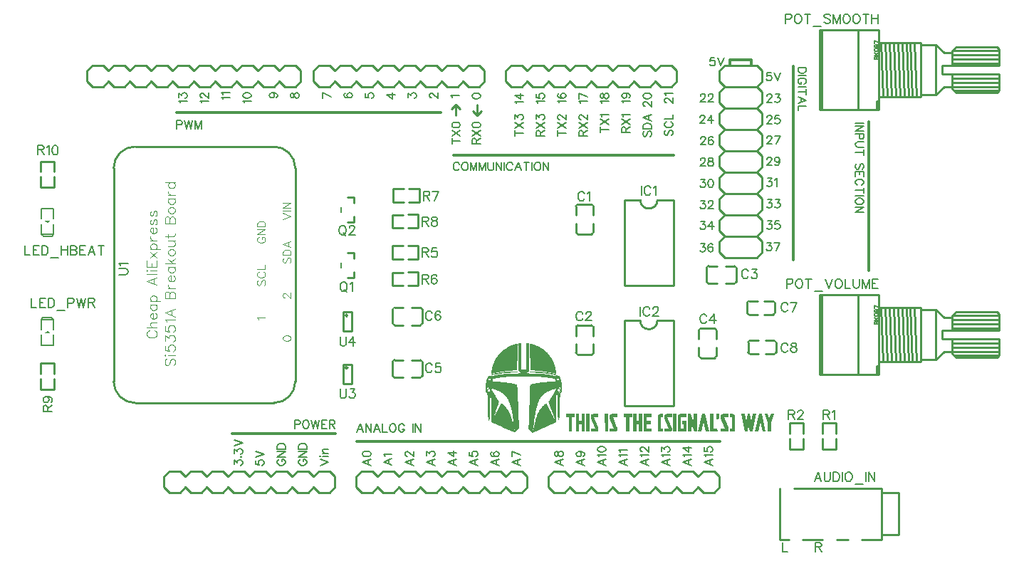
<source format=gto>
G04 Layer: TopSilkLayer*
G04 EasyEDA v6.4.7, 2020-10-15T23:24:37+03:00*
G04 37922d4682a6484ebcb2293b3ba01163,bea71ea263694c76901d4690734711c5,10*
G04 Gerber Generator version 0.2*
G04 Scale: 100 percent, Rotated: No, Reflected: No *
G04 Dimensions in millimeters *
G04 leading zeros omitted , absolute positions ,3 integer and 3 decimal *
%FSLAX33Y33*%
%MOMM*%
G90*
D02*

%ADD10C,0.254000*%
%ADD11C,0.305003*%
%ADD24C,0.150012*%
%ADD25C,0.200000*%
%ADD26C,0.304800*%
%ADD27C,0.304799*%
%ADD28C,0.248920*%
%ADD29C,0.152400*%
%ADD30C,0.100000*%

%LPD*%

%LPD*%
G36*
G01X60402Y27918D02*
G01X60225Y27931D01*
G01X60225Y24801D01*
G01X59642Y24801D01*
G01X59642Y27926D01*
G01X59309Y27926D01*
G01X59309Y24651D01*
G01X59446Y24518D01*
G01X59491Y24475D01*
G01X59530Y24442D01*
G01X59570Y24419D01*
G01X59613Y24403D01*
G01X59667Y24393D01*
G01X59735Y24387D01*
G01X59823Y24385D01*
G01X60048Y24385D01*
G01X60136Y24388D01*
G01X60205Y24393D01*
G01X60260Y24403D01*
G01X60308Y24419D01*
G01X60350Y24442D01*
G01X60395Y24472D01*
G01X60445Y24513D01*
G01X60601Y24642D01*
G01X60590Y26273D01*
G01X60580Y27905D01*
G01X60402Y27918D01*
G37*

%LPD*%
G36*
G01X59233Y27877D02*
G01X59195Y27882D01*
G01X59149Y27876D01*
G01X59079Y27863D01*
G01X58995Y27843D01*
G01X58906Y27821D01*
G01X58857Y27807D01*
G01X58802Y27790D01*
G01X58741Y27770D01*
G01X58677Y27749D01*
G01X58549Y27703D01*
G01X58487Y27680D01*
G01X58431Y27658D01*
G01X58393Y27641D01*
G01X58350Y27623D01*
G01X58305Y27601D01*
G01X58257Y27578D01*
G01X58207Y27552D01*
G01X58156Y27526D01*
G01X58052Y27470D01*
G01X58001Y27442D01*
G01X57952Y27413D01*
G01X57904Y27385D01*
G01X57860Y27358D01*
G01X57815Y27329D01*
G01X57768Y27297D01*
G01X57717Y27263D01*
G01X57666Y27226D01*
G01X57613Y27187D01*
G01X57560Y27147D01*
G01X57508Y27106D01*
G01X57457Y27065D01*
G01X57408Y27025D01*
G01X57361Y26985D01*
G01X57318Y26947D01*
G01X57240Y26875D01*
G01X57200Y26836D01*
G01X57159Y26794D01*
G01X57117Y26751D01*
G01X57034Y26663D01*
G01X56954Y26575D01*
G01X56918Y26533D01*
G01X56883Y26493D01*
G01X56852Y26456D01*
G01X56825Y26421D01*
G01X56799Y26386D01*
G01X56771Y26346D01*
G01X56742Y26303D01*
G01X56711Y26256D01*
G01X56680Y26208D01*
G01X56618Y26106D01*
G01X56558Y26002D01*
G01X56531Y25952D01*
G01X56505Y25903D01*
G01X56481Y25857D01*
G01X56447Y25787D01*
G01X56413Y25714D01*
G01X56380Y25639D01*
G01X56348Y25565D01*
G01X56318Y25494D01*
G01X56292Y25428D01*
G01X56270Y25371D01*
G01X56254Y25322D01*
G01X56240Y25275D01*
G01X56224Y25222D01*
G01X56209Y25163D01*
G01X56194Y25102D01*
G01X56180Y25040D01*
G01X56166Y24979D01*
G01X56154Y24920D01*
G01X56144Y24867D01*
G01X56135Y24813D01*
G01X56127Y24757D01*
G01X56120Y24700D01*
G01X56113Y24644D01*
G01X56108Y24589D01*
G01X56104Y24538D01*
G01X56101Y24494D01*
G01X56100Y24456D01*
G01X56103Y24364D01*
G01X56116Y24319D01*
G01X56150Y24308D01*
G01X56215Y24322D01*
G01X56245Y24330D01*
G01X56289Y24340D01*
G01X56406Y24366D01*
G01X56475Y24381D01*
G01X56550Y24397D01*
G01X56627Y24413D01*
G01X56704Y24430D01*
G01X56759Y24441D01*
G01X56821Y24453D01*
G01X56888Y24465D01*
G01X56959Y24478D01*
G01X57033Y24491D01*
G01X57110Y24504D01*
G01X57188Y24517D01*
G01X57266Y24529D01*
G01X57343Y24540D01*
G01X57418Y24552D01*
G01X57490Y24562D01*
G01X57558Y24571D01*
G01X57610Y24578D01*
G01X57666Y24585D01*
G01X57725Y24592D01*
G01X57787Y24598D01*
G01X57851Y24605D01*
G01X57917Y24613D01*
G01X57985Y24620D01*
G01X58122Y24633D01*
G01X58191Y24640D01*
G01X58259Y24646D01*
G01X58326Y24652D01*
G01X58391Y24657D01*
G01X58454Y24662D01*
G01X58514Y24667D01*
G01X58571Y24671D01*
G01X58678Y24679D01*
G01X58779Y24687D01*
G01X58871Y24694D01*
G01X58951Y24702D01*
G01X59019Y24709D01*
G01X59070Y24714D01*
G01X59104Y24719D01*
G01X59118Y24723D01*
G01X59119Y24729D01*
G01X59121Y24744D01*
G01X59123Y24767D01*
G01X59125Y24799D01*
G01X59127Y24838D01*
G01X59130Y24884D01*
G01X59132Y24938D01*
G01X59135Y24999D01*
G01X59138Y25065D01*
G01X59141Y25138D01*
G01X59145Y25217D01*
G01X59148Y25300D01*
G01X59152Y25388D01*
G01X59156Y25481D01*
G01X59160Y25578D01*
G01X59164Y25679D01*
G01X59168Y25784D01*
G01X59171Y25891D01*
G01X59175Y26001D01*
G01X59179Y26114D01*
G01X59183Y26208D01*
G01X59186Y26301D01*
G01X59190Y26394D01*
G01X59193Y26485D01*
G01X59196Y26575D01*
G01X59200Y26663D01*
G01X59203Y26749D01*
G01X59206Y26834D01*
G01X59210Y26915D01*
G01X59213Y26994D01*
G01X59216Y27070D01*
G01X59220Y27143D01*
G01X59223Y27213D01*
G01X59226Y27279D01*
G01X59228Y27341D01*
G01X59231Y27398D01*
G01X59234Y27452D01*
G01X59236Y27501D01*
G01X59239Y27545D01*
G01X59241Y27585D01*
G01X59243Y27619D01*
G01X59245Y27647D01*
G01X59249Y27687D01*
G01X59257Y27790D01*
G01X59253Y27849D01*
G01X59233Y27877D01*
G37*

%LPD*%
G36*
G01X60771Y27865D02*
G01X60628Y27894D01*
G01X60656Y27191D01*
G01X60658Y27141D01*
G01X60660Y27088D01*
G01X60663Y27032D01*
G01X60665Y26973D01*
G01X60667Y26912D01*
G01X60669Y26849D01*
G01X60672Y26784D01*
G01X60674Y26717D01*
G01X60677Y26648D01*
G01X60679Y26578D01*
G01X60682Y26507D01*
G01X60687Y26364D01*
G01X60689Y26292D01*
G01X60692Y26219D01*
G01X60694Y26147D01*
G01X60696Y26076D01*
G01X60699Y26005D01*
G01X60701Y25934D01*
G01X60703Y25865D01*
G01X60706Y25798D01*
G01X60708Y25732D01*
G01X60710Y25668D01*
G01X60712Y25607D01*
G01X60738Y24724D01*
G01X60971Y24702D01*
G01X61025Y24697D01*
G01X61088Y24691D01*
G01X61159Y24685D01*
G01X61234Y24679D01*
G01X61312Y24672D01*
G01X61390Y24666D01*
G01X61466Y24660D01*
G01X61538Y24655D01*
G01X61587Y24651D01*
G01X61705Y24640D01*
G01X61771Y24633D01*
G01X61841Y24626D01*
G01X61914Y24619D01*
G01X61988Y24610D01*
G01X62063Y24602D01*
G01X62138Y24593D01*
G01X62211Y24584D01*
G01X62282Y24575D01*
G01X62418Y24557D01*
G01X62491Y24547D01*
G01X62566Y24535D01*
G01X62644Y24524D01*
G01X62722Y24511D01*
G01X62801Y24498D01*
G01X62878Y24486D01*
G01X62953Y24472D01*
G01X63025Y24460D01*
G01X63093Y24448D01*
G01X63156Y24435D01*
G01X63211Y24424D01*
G01X63290Y24408D01*
G01X63368Y24392D01*
G01X63443Y24376D01*
G01X63513Y24361D01*
G01X63576Y24347D01*
G01X63629Y24336D01*
G01X63672Y24326D01*
G01X63701Y24319D01*
G01X63762Y24307D01*
G01X63792Y24322D01*
G01X63796Y24379D01*
G01X63784Y24495D01*
G01X63778Y24541D01*
G01X63770Y24597D01*
G01X63761Y24659D01*
G01X63750Y24727D01*
G01X63739Y24797D01*
G01X63727Y24867D01*
G01X63714Y24935D01*
G01X63702Y25000D01*
G01X63693Y25044D01*
G01X63681Y25092D01*
G01X63669Y25143D01*
G01X63654Y25196D01*
G01X63639Y25251D01*
G01X63622Y25307D01*
G01X63605Y25362D01*
G01X63586Y25418D01*
G01X63568Y25471D01*
G01X63549Y25523D01*
G01X63531Y25572D01*
G01X63513Y25617D01*
G01X63493Y25662D01*
G01X63471Y25710D01*
G01X63447Y25762D01*
G01X63420Y25816D01*
G01X63392Y25870D01*
G01X63363Y25926D01*
G01X63333Y25981D01*
G01X63302Y26036D01*
G01X63272Y26088D01*
G01X63242Y26139D01*
G01X63213Y26186D01*
G01X63185Y26230D01*
G01X63157Y26273D01*
G01X63125Y26318D01*
G01X63091Y26365D01*
G01X63055Y26413D01*
G01X63018Y26462D01*
G01X62980Y26510D01*
G01X62941Y26558D01*
G01X62903Y26604D01*
G01X62866Y26649D01*
G01X62829Y26690D01*
G01X62795Y26728D01*
G01X62763Y26762D01*
G01X62730Y26796D01*
G01X62693Y26831D01*
G01X62654Y26869D01*
G01X62613Y26907D01*
G01X62569Y26946D01*
G01X62479Y27024D01*
G01X62434Y27062D01*
G01X62390Y27098D01*
G01X62347Y27133D01*
G01X62306Y27165D01*
G01X62267Y27194D01*
G01X62228Y27222D01*
G01X62185Y27252D01*
G01X62140Y27282D01*
G01X62093Y27313D01*
G01X62045Y27344D01*
G01X61996Y27375D01*
G01X61947Y27405D01*
G01X61899Y27434D01*
G01X61852Y27460D01*
G01X61807Y27486D01*
G01X61764Y27509D01*
G01X61725Y27529D01*
G01X61665Y27558D01*
G01X61599Y27588D01*
G01X61527Y27619D01*
G01X61454Y27650D01*
G01X61381Y27679D01*
G01X61310Y27706D01*
G01X61243Y27731D01*
G01X61184Y27751D01*
G01X61126Y27769D01*
G01X61067Y27787D01*
G01X61008Y27804D01*
G01X60950Y27820D01*
G01X60897Y27835D01*
G01X60847Y27848D01*
G01X60805Y27858D01*
G01X60771Y27865D01*
G37*

%LPD*%
G36*
G01X59013Y24586D02*
G01X58876Y24587D01*
G01X58832Y24586D01*
G01X58781Y24584D01*
G01X58725Y24582D01*
G01X58664Y24579D01*
G01X58599Y24577D01*
G01X58532Y24573D01*
G01X58463Y24569D01*
G01X58393Y24566D01*
G01X58322Y24562D01*
G01X58253Y24558D01*
G01X58186Y24554D01*
G01X58121Y24549D01*
G01X58072Y24546D01*
G01X58019Y24541D01*
G01X57963Y24537D01*
G01X57904Y24532D01*
G01X57843Y24526D01*
G01X57781Y24520D01*
G01X57717Y24514D01*
G01X57652Y24507D01*
G01X57523Y24493D01*
G01X57460Y24486D01*
G01X57397Y24478D01*
G01X57336Y24471D01*
G01X57278Y24464D01*
G01X57222Y24457D01*
G01X57170Y24449D01*
G01X57101Y24439D01*
G01X57029Y24429D01*
G01X56956Y24418D01*
G01X56882Y24406D01*
G01X56738Y24382D01*
G01X56669Y24370D01*
G01X56603Y24358D01*
G01X56541Y24347D01*
G01X56485Y24336D01*
G01X56435Y24326D01*
G01X56392Y24316D01*
G01X56273Y24285D01*
G01X56178Y24252D01*
G01X56112Y24219D01*
G01X56082Y24188D01*
G01X56075Y24157D01*
G01X56088Y24141D01*
G01X56126Y24140D01*
G01X56193Y24151D01*
G01X56216Y24156D01*
G01X56247Y24162D01*
G01X56285Y24169D01*
G01X56330Y24176D01*
G01X56381Y24185D01*
G01X56436Y24195D01*
G01X56496Y24205D01*
G01X56559Y24215D01*
G01X56624Y24227D01*
G01X56760Y24249D01*
G01X56829Y24260D01*
G01X56883Y24268D01*
G01X56939Y24277D01*
G01X56998Y24286D01*
G01X57060Y24295D01*
G01X57123Y24304D01*
G01X57187Y24312D01*
G01X57317Y24330D01*
G01X57382Y24338D01*
G01X57446Y24346D01*
G01X57509Y24354D01*
G01X57570Y24361D01*
G01X57629Y24367D01*
G01X57685Y24373D01*
G01X57738Y24378D01*
G01X57788Y24384D01*
G01X57853Y24389D01*
G01X57923Y24395D01*
G01X57996Y24400D01*
G01X58071Y24405D01*
G01X58299Y24417D01*
G01X58372Y24420D01*
G01X58442Y24423D01*
G01X58509Y24425D01*
G01X58570Y24426D01*
G01X58626Y24426D01*
G01X58706Y24427D01*
G01X58784Y24428D01*
G01X58861Y24431D01*
G01X58933Y24434D01*
G01X58999Y24438D01*
G01X59057Y24442D01*
G01X59103Y24447D01*
G01X59137Y24452D01*
G01X59200Y24468D01*
G01X59233Y24485D01*
G01X59238Y24506D01*
G01X59221Y24536D01*
G01X59182Y24561D01*
G01X59114Y24578D01*
G01X59013Y24586D01*
G37*

%LPD*%
G36*
G01X60916Y24587D02*
G01X60853Y24587D01*
G01X60800Y24585D01*
G01X60758Y24582D01*
G01X60724Y24577D01*
G01X60697Y24570D01*
G01X60677Y24561D01*
G01X60661Y24551D01*
G01X60648Y24538D01*
G01X60626Y24503D01*
G01X60635Y24481D01*
G01X60683Y24465D01*
G01X60775Y24452D01*
G01X60805Y24449D01*
G01X60844Y24445D01*
G01X60892Y24442D01*
G01X60948Y24438D01*
G01X61011Y24434D01*
G01X61079Y24430D01*
G01X61153Y24426D01*
G01X61230Y24423D01*
G01X61310Y24419D01*
G01X61392Y24415D01*
G01X61558Y24409D01*
G01X61622Y24406D01*
G01X61689Y24403D01*
G01X61759Y24399D01*
G01X61831Y24395D01*
G01X61904Y24391D01*
G01X61978Y24386D01*
G01X62126Y24374D01*
G01X62199Y24368D01*
G01X62271Y24362D01*
G01X62341Y24356D01*
G01X62408Y24349D01*
G01X62472Y24342D01*
G01X62533Y24336D01*
G01X62590Y24329D01*
G01X62642Y24322D01*
G01X62710Y24312D01*
G01X62781Y24302D01*
G01X62855Y24291D01*
G01X62931Y24280D01*
G01X63081Y24256D01*
G01X63155Y24244D01*
G01X63226Y24232D01*
G01X63293Y24221D01*
G01X63356Y24210D01*
G01X63414Y24200D01*
G01X63465Y24190D01*
G01X63540Y24174D01*
G01X63607Y24158D01*
G01X63666Y24143D01*
G01X63715Y24127D01*
G01X63755Y24112D01*
G01X63784Y24097D01*
G01X63802Y24084D01*
G01X63808Y24072D01*
G01X63796Y24049D01*
G01X63750Y24043D01*
G01X63664Y24052D01*
G01X63527Y24079D01*
G01X63486Y24087D01*
G01X63439Y24096D01*
G01X63387Y24106D01*
G01X63332Y24116D01*
G01X63273Y24127D01*
G01X63213Y24138D01*
G01X63089Y24158D01*
G01X63027Y24169D01*
G01X62966Y24178D01*
G01X62907Y24188D01*
G01X62850Y24196D01*
G01X62807Y24202D01*
G01X62759Y24209D01*
G01X62707Y24215D01*
G01X62651Y24222D01*
G01X62591Y24229D01*
G01X62529Y24236D01*
G01X62465Y24243D01*
G01X62399Y24250D01*
G01X62265Y24264D01*
G01X62196Y24270D01*
G01X62062Y24282D01*
G01X61996Y24287D01*
G01X61932Y24292D01*
G01X61871Y24297D01*
G01X61839Y24299D01*
G01X61804Y24301D01*
G01X61767Y24303D01*
G01X61726Y24305D01*
G01X61682Y24307D01*
G01X61636Y24309D01*
G01X61587Y24311D01*
G01X61536Y24313D01*
G01X61483Y24315D01*
G01X61427Y24317D01*
G01X61369Y24318D01*
G01X61310Y24320D01*
G01X61249Y24322D01*
G01X61186Y24324D01*
G01X61121Y24325D01*
G01X61055Y24326D01*
G01X60988Y24328D01*
G01X60920Y24329D01*
G01X60780Y24331D01*
G01X60709Y24332D01*
G01X60493Y24335D01*
G01X60419Y24336D01*
G01X60347Y24336D01*
G01X60201Y24337D01*
G01X60128Y24338D01*
G01X59698Y24338D01*
G01X59625Y24337D01*
G01X59553Y24337D01*
G01X59481Y24336D01*
G01X59408Y24335D01*
G01X59336Y24335D01*
G01X59264Y24334D01*
G01X59193Y24333D01*
G01X59123Y24332D01*
G01X59052Y24331D01*
G01X58983Y24330D01*
G01X58915Y24329D01*
G01X58848Y24328D01*
G01X58783Y24326D01*
G01X58718Y24325D01*
G01X58655Y24323D01*
G01X58594Y24322D01*
G01X58534Y24320D01*
G01X58476Y24318D01*
G01X58420Y24317D01*
G01X58367Y24315D01*
G01X58315Y24313D01*
G01X58266Y24311D01*
G01X58219Y24310D01*
G01X58175Y24308D01*
G01X58133Y24306D01*
G01X58094Y24304D01*
G01X58058Y24302D01*
G01X58026Y24300D01*
G01X57996Y24298D01*
G01X57938Y24294D01*
G01X57878Y24289D01*
G01X57815Y24283D01*
G01X57751Y24278D01*
G01X57685Y24272D01*
G01X57619Y24265D01*
G01X57552Y24259D01*
G01X57485Y24251D01*
G01X57419Y24244D01*
G01X57354Y24237D01*
G01X57291Y24230D01*
G01X57229Y24223D01*
G01X57171Y24216D01*
G01X57116Y24209D01*
G01X57064Y24202D01*
G01X57017Y24196D01*
G01X56955Y24186D01*
G01X56892Y24177D01*
G01X56829Y24167D01*
G01X56765Y24156D01*
G01X56701Y24146D01*
G01X56640Y24135D01*
G01X56581Y24124D01*
G01X56524Y24114D01*
G01X56472Y24104D01*
G01X56425Y24095D01*
G01X56383Y24086D01*
G01X56348Y24078D01*
G01X56241Y24057D01*
G01X56157Y24048D01*
G01X56093Y24051D01*
G01X56050Y24066D01*
G01X56011Y24081D01*
G01X55962Y24083D01*
G01X55900Y24072D01*
G01X55825Y24047D01*
G01X55775Y24026D01*
G01X55735Y24005D01*
G01X55701Y23980D01*
G01X55672Y23947D01*
G01X55644Y23902D01*
G01X55616Y23845D01*
G01X55585Y23770D01*
G01X55549Y23675D01*
G01X55531Y23623D01*
G01X55513Y23575D01*
G01X55499Y23530D01*
G01X55486Y23487D01*
G01X55475Y23444D01*
G01X55465Y23402D01*
G01X55458Y23357D01*
G01X55451Y23310D01*
G01X55446Y23259D01*
G01X55442Y23203D01*
G01X55439Y23140D01*
G01X55437Y23070D01*
G01X55436Y22992D01*
G01X55434Y22903D01*
G01X55434Y22420D01*
G01X55436Y22317D01*
G01X55438Y22233D01*
G01X55441Y22166D01*
G01X55446Y22113D01*
G01X55452Y22074D01*
G01X55460Y22045D01*
G01X55471Y22025D01*
G01X55483Y22012D01*
G01X55499Y22003D01*
G01X55517Y21997D01*
G01X55552Y21982D01*
G01X55579Y21955D01*
G01X55597Y21920D01*
G01X55603Y21878D01*
G01X55606Y21833D01*
G01X55610Y21785D01*
G01X55616Y21737D01*
G01X55623Y21697D01*
G01X55624Y21688D01*
G01X55626Y21673D01*
G01X55627Y21652D01*
G01X55628Y21626D01*
G01X55630Y21595D01*
G01X55632Y21558D01*
G01X55633Y21516D01*
G01X55635Y21470D01*
G01X55637Y21418D01*
G01X55639Y21363D01*
G01X55640Y21303D01*
G01X55642Y21241D01*
G01X55644Y21173D01*
G01X55646Y21103D01*
G01X55648Y21030D01*
G01X55650Y20953D01*
G01X55652Y20874D01*
G01X55654Y20792D01*
G01X55656Y20708D01*
G01X55659Y20621D01*
G01X55661Y20533D01*
G01X55663Y20443D01*
G01X55665Y20352D01*
G01X55666Y20260D01*
G01X55669Y20132D01*
G01X55672Y20011D01*
G01X55674Y19898D01*
G01X55677Y19791D01*
G01X55679Y19692D01*
G01X55682Y19599D01*
G01X55685Y19512D01*
G01X55687Y19432D01*
G01X55691Y19357D01*
G01X55694Y19289D01*
G01X55697Y19225D01*
G01X55700Y19168D01*
G01X55703Y19115D01*
G01X55707Y19067D01*
G01X55710Y19024D01*
G01X55714Y18985D01*
G01X55718Y18951D01*
G01X55722Y18920D01*
G01X55727Y18894D01*
G01X55731Y18871D01*
G01X55736Y18851D01*
G01X55741Y18835D01*
G01X55746Y18822D01*
G01X55752Y18812D01*
G01X55777Y18775D01*
G01X55803Y18745D01*
G01X55827Y18725D01*
G01X55845Y18718D01*
G01X55848Y18722D01*
G01X55851Y18736D01*
G01X55854Y18757D01*
G01X55858Y18787D01*
G01X55861Y18824D01*
G01X55864Y18868D01*
G01X55868Y18920D01*
G01X55871Y18978D01*
G01X55875Y19042D01*
G01X55878Y19112D01*
G01X55882Y19188D01*
G01X55885Y19269D01*
G01X55889Y19355D01*
G01X55892Y19445D01*
G01X55895Y19540D01*
G01X55898Y19638D01*
G01X55901Y19740D01*
G01X55904Y19845D01*
G01X55906Y19952D01*
G01X55909Y20061D01*
G01X55921Y20541D01*
G01X55923Y20620D01*
G01X55928Y20777D01*
G01X55931Y20853D01*
G01X55933Y20929D01*
G01X55935Y21003D01*
G01X55938Y21076D01*
G01X55940Y21148D01*
G01X55943Y21217D01*
G01X55946Y21284D01*
G01X55949Y21349D01*
G01X55951Y21412D01*
G01X55954Y21472D01*
G01X55956Y21530D01*
G01X55959Y21584D01*
G01X55961Y21636D01*
G01X55964Y21684D01*
G01X55966Y21729D01*
G01X55968Y21770D01*
G01X55971Y21807D01*
G01X55973Y21841D01*
G01X55975Y21871D01*
G01X55984Y21966D01*
G01X55994Y22058D01*
G01X56005Y22145D01*
G01X56017Y22225D01*
G01X56029Y22295D01*
G01X56042Y22353D01*
G01X56054Y22396D01*
G01X56066Y22423D01*
G01X56099Y22465D01*
G01X56138Y22488D01*
G01X56191Y22493D01*
G01X56267Y22483D01*
G01X56302Y22475D01*
G01X56398Y22451D01*
G01X56456Y22434D01*
G01X56517Y22415D01*
G01X56580Y22395D01*
G01X56643Y22374D01*
G01X56704Y22353D01*
G01X56746Y22337D01*
G01X56792Y22319D01*
G01X56840Y22298D01*
G01X56889Y22276D01*
G01X56941Y22252D01*
G01X56993Y22227D01*
G01X57044Y22201D01*
G01X57095Y22174D01*
G01X57144Y22147D01*
G01X57191Y22120D01*
G01X57235Y22094D01*
G01X57275Y22069D01*
G01X57335Y22029D01*
G01X57396Y21986D01*
G01X57457Y21941D01*
G01X57517Y21895D01*
G01X57574Y21850D01*
G01X57625Y21806D01*
G01X57670Y21766D01*
G01X57706Y21730D01*
G01X57739Y21695D01*
G01X57774Y21656D01*
G01X57810Y21613D01*
G01X57847Y21570D01*
G01X57883Y21525D01*
G01X57916Y21482D01*
G01X57947Y21442D01*
G01X57972Y21405D01*
G01X57998Y21366D01*
G01X58026Y21319D01*
G01X58055Y21266D01*
G01X58085Y21208D01*
G01X58115Y21148D01*
G01X58144Y21086D01*
G01X58171Y21026D01*
G01X58194Y20968D01*
G01X58217Y20907D01*
G01X58242Y20840D01*
G01X58268Y20767D01*
G01X58295Y20691D01*
G01X58320Y20615D01*
G01X58344Y20540D01*
G01X58366Y20469D01*
G01X58385Y20405D01*
G01X58398Y20362D01*
G01X58411Y20312D01*
G01X58425Y20258D01*
G01X58440Y20199D01*
G01X58455Y20136D01*
G01X58470Y20071D01*
G01X58485Y20004D01*
G01X58500Y19936D01*
G01X58514Y19869D01*
G01X58529Y19802D01*
G01X58541Y19738D01*
G01X58554Y19676D01*
G01X58563Y19628D01*
G01X58572Y19575D01*
G01X58582Y19516D01*
G01X58593Y19454D01*
G01X58603Y19387D01*
G01X58615Y19318D01*
G01X58626Y19246D01*
G01X58637Y19171D01*
G01X58649Y19096D01*
G01X58661Y19019D01*
G01X58672Y18942D01*
G01X58683Y18866D01*
G01X58693Y18789D01*
G01X58704Y18715D01*
G01X58714Y18642D01*
G01X58723Y18572D01*
G01X58734Y18481D01*
G01X58745Y18392D01*
G01X58756Y18307D01*
G01X58765Y18225D01*
G01X58774Y18148D01*
G01X58782Y18077D01*
G01X58789Y18012D01*
G01X58794Y17955D01*
G01X58798Y17907D01*
G01X58802Y17868D01*
G01X58804Y17839D01*
G01X58804Y17822D01*
G01X58799Y17739D01*
G01X58780Y17822D01*
G01X58776Y17839D01*
G01X58768Y17867D01*
G01X58759Y17906D01*
G01X58748Y17954D01*
G01X58734Y18010D01*
G01X58718Y18073D01*
G01X58701Y18143D01*
G01X58683Y18219D01*
G01X58663Y18300D01*
G01X58642Y18384D01*
G01X58621Y18471D01*
G01X58598Y18561D01*
G01X58582Y18629D01*
G01X58563Y18698D01*
G01X58526Y18840D01*
G01X58506Y18910D01*
G01X58466Y19048D01*
G01X58446Y19115D01*
G01X58427Y19179D01*
G01X58407Y19241D01*
G01X58389Y19299D01*
G01X58371Y19354D01*
G01X58353Y19405D01*
G01X58337Y19450D01*
G01X58321Y19491D01*
G01X58308Y19526D01*
G01X58279Y19592D01*
G01X58247Y19662D01*
G01X58213Y19733D01*
G01X58178Y19803D01*
G01X58143Y19870D01*
G01X58109Y19932D01*
G01X58077Y19987D01*
G01X58048Y20033D01*
G01X58018Y20077D01*
G01X57981Y20126D01*
G01X57938Y20179D01*
G01X57892Y20234D01*
G01X57844Y20290D01*
G01X57795Y20344D01*
G01X57746Y20396D01*
G01X57700Y20442D01*
G01X57653Y20487D01*
G01X57606Y20530D01*
G01X57557Y20573D01*
G01X57511Y20613D01*
G01X57426Y20681D01*
G01X57392Y20706D01*
G01X57363Y20724D01*
G01X57246Y20793D01*
G01X56729Y19776D01*
G01X56687Y19693D01*
G01X56645Y19612D01*
G01X56604Y19533D01*
G01X56565Y19456D01*
G01X56527Y19382D01*
G01X56490Y19311D01*
G01X56455Y19243D01*
G01X56422Y19179D01*
G01X56390Y19118D01*
G01X56360Y19061D01*
G01X56332Y19009D01*
G01X56307Y18961D01*
G01X56284Y18918D01*
G01X56263Y18880D01*
G01X56245Y18847D01*
G01X56230Y18819D01*
G01X56218Y18798D01*
G01X56208Y18783D01*
G01X56203Y18774D01*
G01X56200Y18771D01*
G01X56200Y18776D01*
G01X56203Y18787D01*
G01X56208Y18805D01*
G01X56216Y18829D01*
G01X56226Y18860D01*
G01X56239Y18896D01*
G01X56253Y18937D01*
G01X56270Y18983D01*
G01X56288Y19035D01*
G01X56308Y19091D01*
G01X56331Y19152D01*
G01X56354Y19216D01*
G01X56379Y19285D01*
G01X56405Y19356D01*
G01X56433Y19432D01*
G01X56462Y19509D01*
G01X56492Y19590D01*
G01X56523Y19673D01*
G01X56555Y19758D01*
G01X56587Y19844D01*
G01X56620Y19931D01*
G01X56652Y20016D01*
G01X56683Y20100D01*
G01X56713Y20181D01*
G01X56742Y20260D01*
G01X56771Y20336D01*
G01X56797Y20408D01*
G01X56823Y20478D01*
G01X56847Y20544D01*
G01X56870Y20606D01*
G01X56890Y20664D01*
G01X56910Y20717D01*
G01X56927Y20766D01*
G01X56942Y20810D01*
G01X56956Y20848D01*
G01X56967Y20880D01*
G01X56976Y20907D01*
G01X56982Y20928D01*
G01X56986Y20941D01*
G01X56988Y20948D01*
G01X56984Y20961D01*
G01X56973Y20985D01*
G01X56954Y21022D01*
G01X56929Y21069D01*
G01X56898Y21125D01*
G01X56862Y21190D01*
G01X56820Y21263D01*
G01X56775Y21343D01*
G01X56725Y21428D01*
G01X56671Y21519D01*
G01X56616Y21614D01*
G01X56557Y21712D01*
G01X56495Y21816D01*
G01X56438Y21910D01*
G01X56387Y21993D01*
G01X56341Y22067D01*
G01X56300Y22132D01*
G01X56264Y22187D01*
G01X56232Y22235D01*
G01X56204Y22274D01*
G01X56180Y22306D01*
G01X56160Y22331D01*
G01X56143Y22349D01*
G01X56128Y22360D01*
G01X56117Y22366D01*
G01X56107Y22365D01*
G01X56100Y22360D01*
G01X56094Y22349D01*
G01X56091Y22331D01*
G01X56090Y22315D01*
G01X56088Y22295D01*
G01X56087Y22269D01*
G01X56086Y22240D01*
G01X56084Y22206D01*
G01X56083Y22169D01*
G01X56082Y22127D01*
G01X56081Y22082D01*
G01X56080Y22033D01*
G01X56079Y21981D01*
G01X56078Y21925D01*
G01X56077Y21866D01*
G01X56076Y21803D01*
G01X56075Y21738D01*
G01X56074Y21670D01*
G01X56074Y21599D01*
G01X56073Y21525D01*
G01X56073Y21450D01*
G01X56072Y21371D01*
G01X56072Y21290D01*
G01X56071Y21207D01*
G01X56071Y20483D01*
G01X56072Y20386D01*
G01X56079Y18506D01*
G01X57433Y17923D01*
G01X57526Y17883D01*
G01X57617Y17844D01*
G01X57707Y17806D01*
G01X57795Y17768D01*
G01X57881Y17732D01*
G01X57964Y17696D01*
G01X58046Y17662D01*
G01X58124Y17628D01*
G01X58200Y17596D01*
G01X58273Y17566D01*
G01X58342Y17536D01*
G01X58408Y17509D01*
G01X58470Y17483D01*
G01X58529Y17458D01*
G01X58583Y17436D01*
G01X58633Y17416D01*
G01X58679Y17397D01*
G01X58785Y17354D01*
G01X58810Y17345D01*
G01X58829Y17338D01*
G01X58843Y17333D01*
G01X58850Y17331D01*
G01X58868Y17334D01*
G01X58892Y17347D01*
G01X58924Y17369D01*
G01X58962Y17398D01*
G01X59003Y17434D01*
G01X59048Y17476D01*
G01X59095Y17522D01*
G01X59142Y17572D01*
G01X59371Y17822D01*
G01X59300Y19781D01*
G01X59297Y19861D01*
G01X59291Y20024D01*
G01X59288Y20106D01*
G01X59276Y20431D01*
G01X59273Y20512D01*
G01X59267Y20672D01*
G01X59264Y20751D01*
G01X59258Y20907D01*
G01X59255Y20984D01*
G01X59252Y21060D01*
G01X59249Y21135D01*
G01X59246Y21209D01*
G01X59243Y21282D01*
G01X59240Y21353D01*
G01X59237Y21423D01*
G01X59235Y21492D01*
G01X59232Y21559D01*
G01X59229Y21625D01*
G01X59227Y21689D01*
G01X59224Y21751D01*
G01X59222Y21810D01*
G01X59219Y21869D01*
G01X59217Y21925D01*
G01X59215Y21979D01*
G01X59212Y22031D01*
G01X59210Y22081D01*
G01X59208Y22128D01*
G01X59206Y22173D01*
G01X59204Y22215D01*
G01X59202Y22254D01*
G01X59200Y22291D01*
G01X59199Y22325D01*
G01X59197Y22357D01*
G01X59196Y22385D01*
G01X59163Y23030D01*
G01X58720Y23119D01*
G01X58671Y23129D01*
G01X58619Y23138D01*
G01X58562Y23149D01*
G01X58501Y23159D01*
G01X58438Y23169D01*
G01X58372Y23181D01*
G01X58304Y23191D01*
G01X58234Y23202D01*
G01X58163Y23212D01*
G01X58093Y23223D01*
G01X58022Y23233D01*
G01X57952Y23242D01*
G01X57883Y23252D01*
G01X57815Y23260D01*
G01X57750Y23268D01*
G01X57688Y23276D01*
G01X57626Y23282D01*
G01X57561Y23289D01*
G01X57494Y23295D01*
G01X57425Y23301D01*
G01X57355Y23308D01*
G01X57285Y23313D01*
G01X57214Y23318D01*
G01X57144Y23323D01*
G01X57075Y23327D01*
G01X57007Y23331D01*
G01X56941Y23334D01*
G01X56878Y23338D01*
G01X56818Y23340D01*
G01X56762Y23342D01*
G01X56710Y23343D01*
G01X56225Y23343D01*
G01X56225Y23507D01*
G01X56229Y23584D01*
G01X56242Y23638D01*
G01X56264Y23673D01*
G01X56298Y23692D01*
G01X56320Y23698D01*
G01X56354Y23706D01*
G01X56400Y23715D01*
G01X56454Y23726D01*
G01X56515Y23738D01*
G01X56582Y23751D01*
G01X56653Y23763D01*
G01X56725Y23776D01*
G01X56778Y23785D01*
G01X56836Y23795D01*
G01X56901Y23805D01*
G01X56969Y23815D01*
G01X57041Y23825D01*
G01X57116Y23836D01*
G01X57268Y23856D01*
G01X57345Y23865D01*
G01X57419Y23874D01*
G01X57490Y23883D01*
G01X57558Y23891D01*
G01X57585Y23893D01*
G01X57615Y23896D01*
G01X57647Y23899D01*
G01X57681Y23901D01*
G01X57718Y23903D01*
G01X57757Y23906D01*
G01X57798Y23909D01*
G01X57842Y23911D01*
G01X57888Y23913D01*
G01X57936Y23915D01*
G01X57987Y23917D01*
G01X58040Y23919D01*
G01X58095Y23921D01*
G01X58152Y23923D01*
G01X58212Y23924D01*
G01X58273Y23926D01*
G01X58337Y23927D01*
G01X58403Y23929D01*
G01X58471Y23930D01*
G01X58541Y23932D01*
G01X58613Y23933D01*
G01X58688Y23934D01*
G01X58764Y23935D01*
G01X58842Y23936D01*
G01X58922Y23937D01*
G01X59005Y23938D01*
G01X59175Y23940D01*
G01X59264Y23940D01*
G01X59354Y23941D01*
G01X59446Y23941D01*
G01X59540Y23942D01*
G01X60329Y23942D01*
G01X60424Y23941D01*
G01X60516Y23941D01*
G01X60606Y23940D01*
G01X60694Y23940D01*
G01X60781Y23939D01*
G01X60865Y23938D01*
G01X60947Y23937D01*
G01X61028Y23936D01*
G01X61106Y23935D01*
G01X61182Y23934D01*
G01X61256Y23933D01*
G01X61328Y23932D01*
G01X61398Y23930D01*
G01X61466Y23929D01*
G01X61532Y23927D01*
G01X61596Y23926D01*
G01X61657Y23924D01*
G01X61716Y23923D01*
G01X61773Y23921D01*
G01X61828Y23919D01*
G01X61881Y23917D01*
G01X61931Y23915D01*
G01X61979Y23913D01*
G01X62025Y23911D01*
G01X62069Y23908D01*
G01X62110Y23906D01*
G01X62149Y23903D01*
G01X62186Y23901D01*
G01X62220Y23898D01*
G01X62252Y23896D01*
G01X62281Y23893D01*
G01X62309Y23890D01*
G01X62376Y23883D01*
G01X62444Y23875D01*
G01X62584Y23859D01*
G01X62653Y23850D01*
G01X62720Y23841D01*
G01X62785Y23833D01*
G01X62846Y23825D01*
G01X62903Y23818D01*
G01X62954Y23810D01*
G01X63000Y23804D01*
G01X63038Y23798D01*
G01X63092Y23789D01*
G01X63151Y23778D01*
G01X63211Y23768D01*
G01X63272Y23756D01*
G01X63332Y23744D01*
G01X63389Y23733D01*
G01X63441Y23723D01*
G01X63486Y23712D01*
G01X63598Y23684D01*
G01X63657Y23653D01*
G01X63680Y23601D01*
G01X63683Y23512D01*
G01X63683Y23355D01*
G01X62985Y23329D01*
G01X62912Y23326D01*
G01X62837Y23323D01*
G01X62760Y23319D01*
G01X62603Y23310D01*
G01X62447Y23298D01*
G01X62370Y23293D01*
G01X62296Y23287D01*
G01X62223Y23280D01*
G01X62154Y23274D01*
G01X62088Y23267D01*
G01X62026Y23261D01*
G01X61969Y23254D01*
G01X61917Y23248D01*
G01X61871Y23241D01*
G01X61812Y23232D01*
G01X61749Y23222D01*
G01X61684Y23212D01*
G01X61618Y23201D01*
G01X61551Y23190D01*
G01X61485Y23179D01*
G01X61420Y23168D01*
G01X61356Y23157D01*
G01X61296Y23146D01*
G01X61239Y23136D01*
G01X61188Y23126D01*
G01X61142Y23118D01*
G01X61077Y23105D01*
G01X61015Y23092D01*
G01X60955Y23079D01*
G01X60900Y23066D01*
G01X60851Y23055D01*
G01X60810Y23044D01*
G01X60778Y23035D01*
G01X60756Y23029D01*
G01X60720Y23004D01*
G01X60698Y22955D01*
G01X60687Y22872D01*
G01X60683Y22745D01*
G01X60683Y22705D01*
G01X60682Y22677D01*
G01X60682Y22645D01*
G01X60681Y22609D01*
G01X60680Y22568D01*
G01X60679Y22524D01*
G01X60677Y22475D01*
G01X60676Y22423D01*
G01X60673Y22367D01*
G01X60672Y22307D01*
G01X60670Y22245D01*
G01X60668Y22179D01*
G01X60665Y22111D01*
G01X60663Y22040D01*
G01X60660Y21966D01*
G01X60658Y21890D01*
G01X60655Y21812D01*
G01X60652Y21732D01*
G01X60650Y21649D01*
G01X60647Y21566D01*
G01X60644Y21480D01*
G01X60640Y21394D01*
G01X60637Y21306D01*
G01X60633Y21218D01*
G01X60627Y21038D01*
G01X60623Y20947D01*
G01X60621Y20876D01*
G01X60618Y20804D01*
G01X60612Y20658D01*
G01X60606Y20510D01*
G01X60603Y20435D01*
G01X60601Y20361D01*
G01X60598Y20285D01*
G01X60595Y20211D01*
G01X60589Y20061D01*
G01X60587Y19987D01*
G01X60584Y19914D01*
G01X60581Y19840D01*
G01X60578Y19767D01*
G01X60575Y19696D01*
G01X60573Y19625D01*
G01X60570Y19554D01*
G01X60567Y19485D01*
G01X60565Y19417D01*
G01X60562Y19351D01*
G01X60560Y19286D01*
G01X60558Y19222D01*
G01X60555Y19160D01*
G01X60553Y19099D01*
G01X60551Y19040D01*
G01X60549Y18983D01*
G01X60546Y18929D01*
G01X60545Y18876D01*
G01X60543Y18825D01*
G01X60541Y18777D01*
G01X60539Y18731D01*
G01X60538Y18688D01*
G01X60536Y18648D01*
G01X60535Y18610D01*
G01X60507Y17814D01*
G01X60751Y17558D01*
G01X60996Y17300D01*
G01X63788Y18498D01*
G01X63808Y20472D01*
G01X63810Y20613D01*
G01X63811Y20746D01*
G01X63813Y20873D01*
G01X63814Y20993D01*
G01X63815Y21107D01*
G01X63817Y21214D01*
G01X63819Y21315D01*
G01X63820Y21410D01*
G01X63821Y21499D01*
G01X63823Y21582D01*
G01X63824Y21660D01*
G01X63825Y21732D01*
G01X63827Y21798D01*
G01X63828Y21859D01*
G01X63830Y21915D01*
G01X63831Y21966D01*
G01X63833Y22012D01*
G01X63834Y22054D01*
G01X63836Y22090D01*
G01X63838Y22122D01*
G01X63839Y22150D01*
G01X63841Y22174D01*
G01X63843Y22194D01*
G01X63845Y22209D01*
G01X63847Y22220D01*
G01X63850Y22229D01*
G01X63853Y22233D01*
G01X63855Y22234D01*
G01X63857Y22232D01*
G01X63860Y22226D01*
G01X63863Y22218D01*
G01X63866Y22206D01*
G01X63869Y22192D01*
G01X63872Y22175D01*
G01X63875Y22156D01*
G01X63879Y22135D01*
G01X63883Y22110D01*
G01X63886Y22081D01*
G01X63890Y22047D01*
G01X63893Y22008D01*
G01X63897Y21965D01*
G01X63900Y21918D01*
G01X63904Y21866D01*
G01X63907Y21811D01*
G01X63911Y21753D01*
G01X63915Y21691D01*
G01X63918Y21627D01*
G01X63922Y21559D01*
G01X63925Y21489D01*
G01X63928Y21416D01*
G01X63931Y21342D01*
G01X63934Y21265D01*
G01X63937Y21187D01*
G01X63940Y21107D01*
G01X63942Y21027D01*
G01X63945Y20945D01*
G01X63951Y20697D01*
G01X63953Y20614D01*
G01X63955Y20530D01*
G01X63957Y20447D01*
G01X63958Y20364D01*
G01X63960Y20281D01*
G01X63964Y20117D01*
G01X63966Y20037D01*
G01X63968Y19958D01*
G01X63970Y19880D01*
G01X63973Y19804D01*
G01X63975Y19730D01*
G01X63977Y19659D01*
G01X63980Y19590D01*
G01X63982Y19523D01*
G01X63984Y19459D01*
G01X63986Y19400D01*
G01X63988Y19343D01*
G01X63990Y19289D01*
G01X63992Y19240D01*
G01X63994Y19195D01*
G01X63996Y19154D01*
G01X63998Y19118D01*
G01X64000Y19086D01*
G01X64002Y19060D01*
G01X64010Y18952D01*
G01X64018Y18870D01*
G01X64025Y18812D01*
G01X64034Y18775D01*
G01X64045Y18755D01*
G01X64059Y18752D01*
G01X64077Y18760D01*
G01X64099Y18780D01*
G01X64109Y18789D01*
G01X64117Y18800D01*
G01X64125Y18814D01*
G01X64132Y18831D01*
G01X64139Y18851D01*
G01X64145Y18876D01*
G01X64150Y18905D01*
G01X64155Y18940D01*
G01X64160Y18981D01*
G01X64164Y19028D01*
G01X64168Y19083D01*
G01X64172Y19146D01*
G01X64175Y19217D01*
G01X64179Y19297D01*
G01X64182Y19386D01*
G01X64185Y19486D01*
G01X64189Y19597D01*
G01X64192Y19719D01*
G01X64195Y19853D01*
G01X64199Y20000D01*
G01X64205Y20240D01*
G01X64207Y20321D01*
G01X64209Y20401D01*
G01X64212Y20481D01*
G01X64214Y20560D01*
G01X64216Y20638D01*
G01X64218Y20714D01*
G01X64221Y20789D01*
G01X64223Y20863D01*
G01X64226Y20935D01*
G01X64228Y21005D01*
G01X64231Y21072D01*
G01X64233Y21136D01*
G01X64235Y21198D01*
G01X64238Y21257D01*
G01X64240Y21312D01*
G01X64242Y21364D01*
G01X64244Y21412D01*
G01X64246Y21455D01*
G01X64248Y21495D01*
G01X64250Y21530D01*
G01X64252Y21561D01*
G01X64260Y21677D01*
G01X64268Y21771D01*
G01X64277Y21843D01*
G01X64287Y21897D01*
G01X64299Y21936D01*
G01X64314Y21963D01*
G01X64333Y21980D01*
G01X64355Y21990D01*
G01X64372Y21997D01*
G01X64386Y22007D01*
G01X64398Y22022D01*
G01X64408Y22044D01*
G01X64415Y22074D01*
G01X64422Y22115D01*
G01X64426Y22169D01*
G01X64430Y22237D01*
G01X64432Y22321D01*
G01X64433Y22423D01*
G01X64434Y22546D01*
G01X64434Y22900D01*
G01X64433Y22989D01*
G01X64431Y23068D01*
G01X64429Y23138D01*
G01X64426Y23201D01*
G01X64422Y23258D01*
G01X64417Y23310D01*
G01X64411Y23358D01*
G01X64403Y23404D01*
G01X64394Y23447D01*
G01X64383Y23491D01*
G01X64371Y23535D01*
G01X64356Y23581D01*
G01X64340Y23630D01*
G01X64321Y23683D01*
G01X64284Y23788D01*
G01X64253Y23867D01*
G01X64226Y23926D01*
G01X64199Y23968D01*
G01X64168Y23998D01*
G01X64131Y24020D01*
G01X64084Y24038D01*
G01X64023Y24055D01*
G01X63948Y24081D01*
G01X63885Y24112D01*
G01X63841Y24145D01*
G01X63820Y24177D01*
G01X63811Y24196D01*
G01X63794Y24213D01*
G01X63768Y24231D01*
G01X63732Y24248D01*
G01X63687Y24265D01*
G01X63631Y24282D01*
G01X63565Y24299D01*
G01X63487Y24317D01*
G01X63452Y24325D01*
G01X63412Y24333D01*
G01X63366Y24341D01*
G01X63316Y24350D01*
G01X63262Y24360D01*
G01X63204Y24369D01*
G01X63143Y24379D01*
G01X63080Y24389D01*
G01X63015Y24399D01*
G01X62949Y24409D01*
G01X62881Y24420D01*
G01X62813Y24429D01*
G01X62744Y24439D01*
G01X62676Y24448D01*
G01X62609Y24457D01*
G01X62543Y24465D01*
G01X62490Y24472D01*
G01X62433Y24478D01*
G01X62374Y24485D01*
G01X62313Y24492D01*
G01X62250Y24498D01*
G01X62186Y24505D01*
G01X62121Y24512D01*
G01X61920Y24530D01*
G01X61853Y24535D01*
G01X61786Y24541D01*
G01X61720Y24547D01*
G01X61655Y24551D01*
G01X61592Y24556D01*
G01X61530Y24560D01*
G01X61471Y24564D01*
G01X61413Y24568D01*
G01X61359Y24571D01*
G01X61307Y24573D01*
G01X61186Y24579D01*
G01X61081Y24583D01*
G01X60992Y24586D01*
G01X60916Y24587D01*
G37*

%LPC*%
G36*
G01X64144Y22496D02*
G01X64123Y22504D01*
G01X64100Y22501D01*
G01X64071Y22496D01*
G01X64038Y22489D01*
G01X64006Y22481D01*
G01X63978Y22470D01*
G01X63955Y22457D01*
G01X63939Y22441D01*
G01X63933Y22426D01*
G01X63937Y22403D01*
G01X63946Y22369D01*
G01X63958Y22328D01*
G01X63974Y22283D01*
G01X64000Y22232D01*
G01X64033Y22199D01*
G01X64078Y22181D01*
G01X64141Y22176D01*
G01X64190Y22178D01*
G01X64230Y22184D01*
G01X64257Y22194D01*
G01X64267Y22205D01*
G01X64263Y22227D01*
G01X64252Y22265D01*
G01X64236Y22315D01*
G01X64217Y22371D01*
G01X64194Y22425D01*
G01X64169Y22467D01*
G01X64144Y22496D01*
G37*
G36*
G01X61042Y17665D02*
G01X61033Y17668D01*
G01X61025Y17659D01*
G01X61021Y17639D01*
G01X61020Y17610D01*
G01X61023Y17581D01*
G01X61029Y17567D01*
G01X61036Y17568D01*
G01X61045Y17585D01*
G01X61052Y17608D01*
G01X61053Y17631D01*
G01X61050Y17651D01*
G01X61042Y17665D01*
G37*
G36*
G01X58834Y17706D02*
G01X58824Y17710D01*
G01X58817Y17701D01*
G01X58813Y17681D01*
G01X58812Y17652D01*
G01X58815Y17623D01*
G01X58820Y17609D01*
G01X58828Y17610D01*
G01X58837Y17627D01*
G01X58844Y17650D01*
G01X58845Y17673D01*
G01X58842Y17693D01*
G01X58834Y17706D01*
G37*
G36*
G01X64076Y23715D02*
G01X63996Y23718D01*
G01X63917Y23715D01*
G01X63872Y23702D01*
G01X63856Y23673D01*
G01X63858Y23624D01*
G01X63870Y23578D01*
G01X63894Y23550D01*
G01X63934Y23535D01*
G01X63996Y23530D01*
G01X64057Y23535D01*
G01X64098Y23550D01*
G01X64122Y23578D01*
G01X64135Y23624D01*
G01X64137Y23673D01*
G01X64120Y23702D01*
G01X64076Y23715D01*
G37*
G36*
G01X63741Y22504D02*
G01X63733Y22507D01*
G01X63687Y22501D01*
G01X63616Y22487D01*
G01X63528Y22467D01*
G01X63433Y22444D01*
G01X63380Y22428D01*
G01X63317Y22407D01*
G01X63245Y22381D01*
G01X63168Y22351D01*
G01X63087Y22318D01*
G01X63006Y22283D01*
G01X62926Y22247D01*
G01X62850Y22211D01*
G01X62786Y22179D01*
G01X62725Y22147D01*
G01X62667Y22114D01*
G01X62613Y22081D01*
G01X62560Y22047D01*
G01X62509Y22011D01*
G01X62458Y21974D01*
G01X62408Y21934D01*
G01X62358Y21891D01*
G01X62307Y21845D01*
G01X62254Y21796D01*
G01X62159Y21701D01*
G01X62118Y21657D01*
G01X62036Y21565D01*
G01X61997Y21519D01*
G01X61960Y21473D01*
G01X61925Y21427D01*
G01X61892Y21384D01*
G01X61863Y21343D01*
G01X61837Y21305D01*
G01X61815Y21269D01*
G01X61783Y21207D01*
G01X61766Y21169D01*
G01X61747Y21126D01*
G01X61728Y21079D01*
G01X61708Y21028D01*
G01X61686Y20974D01*
G01X61666Y20917D01*
G01X61644Y20860D01*
G01X61623Y20802D01*
G01X61603Y20743D01*
G01X61584Y20686D01*
G01X61566Y20629D01*
G01X61547Y20571D01*
G01X61528Y20508D01*
G01X61509Y20440D01*
G01X61489Y20368D01*
G01X61469Y20295D01*
G01X61449Y20219D01*
G01X61429Y20144D01*
G01X61411Y20069D01*
G01X61393Y19996D01*
G01X61377Y19925D01*
G01X61362Y19858D01*
G01X61349Y19796D01*
G01X61342Y19758D01*
G01X61333Y19717D01*
G01X61325Y19671D01*
G01X61316Y19622D01*
G01X61307Y19569D01*
G01X61297Y19514D01*
G01X61287Y19456D01*
G01X61278Y19396D01*
G01X61267Y19334D01*
G01X61257Y19270D01*
G01X61247Y19205D01*
G01X61236Y19139D01*
G01X61226Y19073D01*
G01X61196Y18872D01*
G01X61187Y18806D01*
G01X61177Y18741D01*
G01X61168Y18677D01*
G01X61160Y18614D01*
G01X61146Y18512D01*
G01X61133Y18412D01*
G01X61121Y18316D01*
G01X61109Y18225D01*
G01X61099Y18139D01*
G01X61090Y18059D01*
G01X61081Y17988D01*
G01X61075Y17925D01*
G01X61069Y17872D01*
G01X61066Y17829D01*
G01X61064Y17798D01*
G01X61063Y17781D01*
G01X61068Y17761D01*
G01X61078Y17770D01*
G01X61093Y17805D01*
G01X61109Y17864D01*
G01X61116Y17891D01*
G01X61125Y17926D01*
G01X61135Y17968D01*
G01X61146Y18017D01*
G01X61160Y18072D01*
G01X61174Y18131D01*
G01X61189Y18194D01*
G01X61205Y18260D01*
G01X61221Y18328D01*
G01X61237Y18397D01*
G01X61254Y18468D01*
G01X61271Y18538D01*
G01X61288Y18610D01*
G01X61307Y18685D01*
G01X61327Y18761D01*
G01X61369Y18918D01*
G01X61392Y18995D01*
G01X61414Y19071D01*
G01X61435Y19143D01*
G01X61456Y19212D01*
G01X61496Y19332D01*
G01X61514Y19382D01*
G01X61532Y19430D01*
G01X61551Y19480D01*
G01X61573Y19532D01*
G01X61596Y19585D01*
G01X61619Y19639D01*
G01X61644Y19692D01*
G01X61669Y19744D01*
G01X61718Y19842D01*
G01X61741Y19887D01*
G01X61764Y19927D01*
G01X61785Y19964D01*
G01X61808Y19999D01*
G01X61834Y20038D01*
G01X61864Y20079D01*
G01X61897Y20122D01*
G01X61932Y20166D01*
G01X61970Y20211D01*
G01X62048Y20301D01*
G01X62088Y20344D01*
G01X62127Y20386D01*
G01X62167Y20425D01*
G01X62205Y20462D01*
G01X62260Y20514D01*
G01X62316Y20563D01*
G01X62369Y20610D01*
G01X62418Y20653D01*
G01X62464Y20690D01*
G01X62502Y20721D01*
G01X62532Y20743D01*
G01X62554Y20757D01*
G01X62564Y20761D01*
G01X62575Y20763D01*
G01X62587Y20762D01*
G01X62599Y20758D01*
G01X62612Y20749D01*
G01X62626Y20736D01*
G01X62643Y20717D01*
G01X62661Y20692D01*
G01X62682Y20661D01*
G01X62706Y20623D01*
G01X62732Y20578D01*
G01X62763Y20524D01*
G01X62797Y20462D01*
G01X62835Y20391D01*
G01X62878Y20310D01*
G01X62925Y20218D01*
G01X62977Y20117D01*
G01X63035Y20004D01*
G01X63099Y19879D01*
G01X63168Y19741D01*
G01X63212Y19655D01*
G01X63255Y19570D01*
G01X63297Y19488D01*
G01X63338Y19408D01*
G01X63377Y19331D01*
G01X63415Y19257D01*
G01X63451Y19186D01*
G01X63486Y19119D01*
G01X63519Y19056D01*
G01X63549Y18996D01*
G01X63578Y18941D01*
G01X63604Y18892D01*
G01X63628Y18846D01*
G01X63649Y18806D01*
G01X63667Y18772D01*
G01X63683Y18743D01*
G01X63695Y18720D01*
G01X63704Y18704D01*
G01X63710Y18694D01*
G01X63713Y18691D01*
G01X63712Y18696D01*
G01X63709Y18708D01*
G01X63703Y18726D01*
G01X63695Y18751D01*
G01X63683Y18782D01*
G01X63671Y18819D01*
G01X63655Y18862D01*
G01X63638Y18910D01*
G01X63618Y18964D01*
G01X63598Y19022D01*
G01X63575Y19084D01*
G01X63550Y19151D01*
G01X63524Y19222D01*
G01X63496Y19296D01*
G01X63467Y19374D01*
G01X63438Y19455D01*
G01X63407Y19539D01*
G01X63375Y19625D01*
G01X63342Y19713D01*
G01X63307Y19803D01*
G01X63274Y19893D01*
G01X63241Y19982D01*
G01X63208Y20069D01*
G01X63177Y20153D01*
G01X63147Y20235D01*
G01X63117Y20314D01*
G01X63090Y20390D01*
G01X63063Y20463D01*
G01X63038Y20532D01*
G01X63015Y20597D01*
G01X62994Y20657D01*
G01X62973Y20713D01*
G01X62955Y20764D01*
G01X62940Y20810D01*
G01X62926Y20850D01*
G01X62914Y20884D01*
G01X62905Y20912D01*
G01X62899Y20934D01*
G01X62894Y20949D01*
G01X62893Y20957D01*
G01X62895Y20966D01*
G01X62902Y20983D01*
G01X62913Y21006D01*
G01X62929Y21036D01*
G01X62947Y21072D01*
G01X62970Y21115D01*
G01X62997Y21162D01*
G01X63026Y21214D01*
G01X63059Y21270D01*
G01X63094Y21331D01*
G01X63131Y21396D01*
G01X63171Y21464D01*
G01X63212Y21534D01*
G01X63256Y21607D01*
G01X63301Y21682D01*
G01X63348Y21759D01*
G01X63407Y21857D01*
G01X63461Y21947D01*
G01X63510Y22030D01*
G01X63554Y22105D01*
G01X63593Y22173D01*
G01X63628Y22235D01*
G01X63658Y22289D01*
G01X63683Y22337D01*
G01X63704Y22379D01*
G01X63720Y22414D01*
G01X63733Y22443D01*
G01X63741Y22467D01*
G01X63745Y22485D01*
G01X63745Y22497D01*
G01X63741Y22504D01*
G37*
G36*
G01X55960Y23714D02*
G01X55895Y23718D01*
G01X55829Y23714D01*
G01X55790Y23699D01*
G01X55771Y23666D01*
G01X55767Y23611D01*
G01X55771Y23556D01*
G01X55787Y23525D01*
G01X55822Y23514D01*
G01X55882Y23517D01*
G01X55935Y23529D01*
G01X55972Y23549D01*
G01X55997Y23580D01*
G01X56010Y23624D01*
G01X56012Y23672D01*
G01X55997Y23701D01*
G01X55960Y23714D01*
G37*
G36*
G01X55675Y22923D02*
G01X55663Y23197D01*
G01X55638Y22864D01*
G01X55633Y22795D01*
G01X55627Y22727D01*
G01X55619Y22663D01*
G01X55612Y22604D01*
G01X55605Y22551D01*
G01X55598Y22505D01*
G01X55590Y22470D01*
G01X55584Y22447D01*
G01X55577Y22424D01*
G01X55582Y22423D01*
G01X55598Y22442D01*
G01X55621Y22482D01*
G01X55661Y22540D01*
G01X55699Y22572D01*
G01X55743Y22584D01*
G01X55801Y22579D01*
G01X55913Y22557D01*
G01X55800Y22603D01*
G01X55765Y22619D01*
G01X55738Y22635D01*
G01X55717Y22656D01*
G01X55702Y22684D01*
G01X55692Y22722D01*
G01X55684Y22772D01*
G01X55679Y22838D01*
G01X55675Y22923D01*
G37*
G36*
G01X64225Y22843D02*
G01X64195Y23114D01*
G01X64189Y22878D01*
G01X64183Y22778D01*
G01X64171Y22699D01*
G01X64153Y22646D01*
G01X64131Y22620D01*
G01X64114Y22612D01*
G01X64112Y22604D01*
G01X64123Y22599D01*
G01X64149Y22596D01*
G01X64181Y22584D01*
G01X64213Y22553D01*
G01X64243Y22505D01*
G01X64268Y22444D01*
G01X64288Y22388D01*
G01X64308Y22344D01*
G01X64324Y22318D01*
G01X64335Y22313D01*
G01X64338Y22330D01*
G01X64333Y22361D01*
G01X64321Y22403D01*
G01X64304Y22452D01*
G01X64294Y22482D01*
G01X64283Y22520D01*
G01X64272Y22565D01*
G01X64261Y22616D01*
G01X64251Y22671D01*
G01X64241Y22728D01*
G01X64233Y22786D01*
G01X64225Y22843D01*
G37*
G36*
G01X55818Y22487D02*
G01X55768Y22496D01*
G01X55731Y22485D01*
G01X55699Y22447D01*
G01X55666Y22377D01*
G01X55645Y22322D01*
G01X55631Y22271D01*
G01X55624Y22231D01*
G01X55627Y22208D01*
G01X55644Y22196D01*
G01X55676Y22185D01*
G01X55718Y22179D01*
G01X55766Y22176D01*
G01X55828Y22181D01*
G01X55868Y22200D01*
G01X55894Y22239D01*
G01X55914Y22304D01*
G01X55923Y22355D01*
G01X55929Y22398D01*
G01X55930Y22430D01*
G01X55927Y22445D01*
G01X55914Y22452D01*
G01X55889Y22462D01*
G01X55856Y22474D01*
G01X55818Y22487D01*
G37*
G36*
G01X64160Y22090D02*
G01X64119Y22093D01*
G01X64079Y22091D01*
G01X64047Y22088D01*
G01X64025Y22083D01*
G01X64017Y22077D01*
G01X64026Y22069D01*
G01X64053Y22060D01*
G01X64092Y22051D01*
G01X64140Y22043D01*
G01X64186Y22038D01*
G01X64220Y22040D01*
G01X64240Y22047D01*
G01X64241Y22059D01*
G01X64225Y22072D01*
G01X64196Y22083D01*
G01X64160Y22090D01*
G37*
G36*
G01X55791Y22084D02*
G01X55746Y22085D01*
G01X55703Y22083D01*
G01X55679Y22078D01*
G01X55676Y22072D01*
G01X55695Y22064D01*
G01X55728Y22058D01*
G01X55762Y22056D01*
G01X55794Y22059D01*
G01X55820Y22065D01*
G01X55830Y22074D01*
G01X55819Y22080D01*
G01X55791Y22084D01*
G37*

%LPD*%
G54D11*
G01X100965Y54229D02*
G01X100965Y36576D01*
G54D10*
G01X95148Y24206D02*
G01X95402Y24206D01*
G01X95402Y24206D02*
G01X99644Y24206D01*
G01X99644Y24206D02*
G01X101904Y24206D01*
G01X101904Y24206D02*
G01X102158Y24206D01*
G01X102158Y24206D02*
G01X102158Y25196D01*
G01X102158Y25196D02*
G01X102158Y25704D01*
G01X102158Y25704D02*
G01X102158Y32207D01*
G01X102158Y32207D02*
G01X102158Y33705D01*
G01X102158Y33705D02*
G01X99644Y33705D01*
G01X99644Y33705D02*
G01X95402Y33705D01*
G01X95402Y33705D02*
G01X95148Y33705D01*
G01X95148Y33705D02*
G01X95148Y26466D01*
G01X95148Y26466D02*
G01X95148Y24206D01*
G01X107162Y25704D02*
G01X106654Y25704D01*
G01X106654Y25704D02*
G01X106146Y25704D01*
G01X106146Y25704D02*
G01X105664Y25704D01*
G01X105664Y25704D02*
G01X105156Y25704D01*
G01X105156Y25704D02*
G01X104648Y25704D01*
G01X104648Y25704D02*
G01X104165Y25704D01*
G01X104165Y25704D02*
G01X103657Y25704D01*
G01X103657Y25704D02*
G01X103149Y25704D01*
G01X103149Y25704D02*
G01X102666Y25704D01*
G01X102666Y25704D02*
G01X102158Y25704D01*
G01X107162Y25704D02*
G01X107162Y25958D01*
G01X107162Y25958D02*
G01X107162Y31953D01*
G01X107162Y31953D02*
G01X107162Y32207D01*
G01X107162Y32207D02*
G01X106400Y32207D01*
G01X106400Y32207D02*
G01X105892Y32207D01*
G01X105892Y32207D02*
G01X105410Y32207D01*
G01X105410Y32207D02*
G01X104902Y32207D01*
G01X104902Y32207D02*
G01X104394Y32207D01*
G01X104394Y32207D02*
G01X103911Y32207D01*
G01X103911Y32207D02*
G01X103403Y32207D01*
G01X103403Y32207D02*
G01X102895Y32207D01*
G01X102895Y32207D02*
G01X102412Y32207D01*
G01X102412Y32207D02*
G01X102158Y32207D01*
G01X99644Y24206D02*
G01X99644Y33705D01*
G01X101904Y24206D02*
G01X101904Y25196D01*
G01X101904Y25196D02*
G01X102158Y25196D01*
G01X95402Y26466D02*
G01X95402Y33705D01*
G01X102666Y25704D02*
G01X102412Y32207D01*
G01X103149Y25704D02*
G01X102895Y32207D01*
G01X103657Y25704D02*
G01X103403Y32207D01*
G01X104165Y25704D02*
G01X103911Y32207D01*
G01X104648Y25704D02*
G01X104394Y32207D01*
G01X105156Y25704D02*
G01X104902Y32207D01*
G01X105664Y25704D02*
G01X105410Y32207D01*
G01X106146Y25704D02*
G01X105892Y32207D01*
G01X106654Y25704D02*
G01X106400Y32207D01*
G01X95402Y24206D02*
G01X95402Y26466D01*
G01X95402Y26466D02*
G01X95148Y26466D01*
G01X107162Y25958D02*
G01X108915Y25958D01*
G01X107162Y31953D02*
G01X108915Y31953D01*
G01X108915Y25958D02*
G01X109905Y26949D01*
G01X108915Y31953D02*
G01X109905Y30962D01*
G01X109905Y26949D02*
G01X110896Y26949D01*
G01X109905Y30962D02*
G01X110896Y30962D01*
G01X110896Y26949D02*
G01X110896Y26695D01*
G01X110896Y26695D02*
G01X111150Y26466D01*
G01X111150Y26466D02*
G01X111404Y26212D01*
G01X111404Y26212D02*
G01X116154Y26212D01*
G01X116154Y26212D02*
G01X116408Y26466D01*
G01X116408Y26466D02*
G01X116408Y26949D01*
G01X116408Y26949D02*
G01X116408Y27457D01*
G01X116408Y27457D02*
G01X116408Y27965D01*
G01X116408Y27965D02*
G01X116408Y28448D01*
G01X116408Y28448D02*
G01X110896Y28448D01*
G01X110896Y28448D02*
G01X109651Y28448D01*
G01X109651Y28448D02*
G01X109651Y29464D01*
G01X109651Y29464D02*
G01X110896Y29464D01*
G01X110896Y29464D02*
G01X116408Y29464D01*
G01X116408Y29464D02*
G01X116408Y29718D01*
G01X116408Y29718D02*
G01X116408Y30200D01*
G01X116408Y30200D02*
G01X116408Y30708D01*
G01X116408Y30708D02*
G01X116408Y31216D01*
G01X116408Y31216D02*
G01X116408Y31445D01*
G01X116408Y31445D02*
G01X116154Y31699D01*
G01X116154Y31699D02*
G01X111404Y31699D01*
G01X111404Y31699D02*
G01X110896Y31216D01*
G01X110896Y31216D02*
G01X110896Y30962D01*
G01X110896Y26949D02*
G01X116408Y26949D01*
G01X110896Y27457D02*
G01X116408Y27457D01*
G01X110896Y27965D02*
G01X116408Y27965D01*
G01X110896Y29718D02*
G01X116408Y29718D01*
G01X110896Y30200D02*
G01X116408Y30200D01*
G01X110896Y30708D02*
G01X116408Y30708D01*
G01X110896Y31216D02*
G01X116408Y31216D01*
G01X111150Y26466D02*
G01X116408Y26466D01*
G01X108915Y25958D02*
G01X108915Y31953D01*
G01X110896Y26949D02*
G01X110896Y28448D01*
G01X110896Y29464D02*
G01X110896Y30962D01*
G01X95148Y55702D02*
G01X95402Y55702D01*
G01X95402Y55702D02*
G01X99644Y55702D01*
G01X99644Y55702D02*
G01X101904Y55702D01*
G01X101904Y55702D02*
G01X102158Y55702D01*
G01X102158Y55702D02*
G01X102158Y56692D01*
G01X102158Y56692D02*
G01X102158Y57200D01*
G01X102158Y57200D02*
G01X102158Y63703D01*
G01X102158Y63703D02*
G01X102158Y65201D01*
G01X102158Y65201D02*
G01X99644Y65201D01*
G01X99644Y65201D02*
G01X95402Y65201D01*
G01X95402Y65201D02*
G01X95148Y65201D01*
G01X95148Y65201D02*
G01X95148Y57962D01*
G01X95148Y57962D02*
G01X95148Y55702D01*
G01X107162Y57200D02*
G01X106654Y57200D01*
G01X106654Y57200D02*
G01X106146Y57200D01*
G01X106146Y57200D02*
G01X105664Y57200D01*
G01X105664Y57200D02*
G01X105156Y57200D01*
G01X105156Y57200D02*
G01X104648Y57200D01*
G01X104648Y57200D02*
G01X104165Y57200D01*
G01X104165Y57200D02*
G01X103657Y57200D01*
G01X103657Y57200D02*
G01X103149Y57200D01*
G01X103149Y57200D02*
G01X102666Y57200D01*
G01X102666Y57200D02*
G01X102158Y57200D01*
G01X107162Y57200D02*
G01X107162Y57454D01*
G01X107162Y57454D02*
G01X107162Y63449D01*
G01X107162Y63449D02*
G01X107162Y63703D01*
G01X107162Y63703D02*
G01X106400Y63703D01*
G01X106400Y63703D02*
G01X105892Y63703D01*
G01X105892Y63703D02*
G01X105410Y63703D01*
G01X105410Y63703D02*
G01X104902Y63703D01*
G01X104902Y63703D02*
G01X104394Y63703D01*
G01X104394Y63703D02*
G01X103911Y63703D01*
G01X103911Y63703D02*
G01X103403Y63703D01*
G01X103403Y63703D02*
G01X102895Y63703D01*
G01X102895Y63703D02*
G01X102412Y63703D01*
G01X102412Y63703D02*
G01X102158Y63703D01*
G01X99644Y55702D02*
G01X99644Y65201D01*
G01X101904Y55702D02*
G01X101904Y56692D01*
G01X101904Y56692D02*
G01X102158Y56692D01*
G01X95402Y57962D02*
G01X95402Y65201D01*
G01X102666Y57200D02*
G01X102412Y63703D01*
G01X103149Y57200D02*
G01X102895Y63703D01*
G01X103657Y57200D02*
G01X103403Y63703D01*
G01X104165Y57200D02*
G01X103911Y63703D01*
G01X104648Y57200D02*
G01X104394Y63703D01*
G01X105156Y57200D02*
G01X104902Y63703D01*
G01X105664Y57200D02*
G01X105410Y63703D01*
G01X106146Y57200D02*
G01X105892Y63703D01*
G01X106654Y57200D02*
G01X106400Y63703D01*
G01X95402Y55702D02*
G01X95402Y57962D01*
G01X95402Y57962D02*
G01X95148Y57962D01*
G01X107162Y57454D02*
G01X108915Y57454D01*
G01X107162Y63449D02*
G01X108915Y63449D01*
G01X108915Y57454D02*
G01X109905Y58445D01*
G01X108915Y63449D02*
G01X109905Y62458D01*
G01X109905Y58445D02*
G01X110896Y58445D01*
G01X109905Y62458D02*
G01X110896Y62458D01*
G01X110896Y58445D02*
G01X110896Y58191D01*
G01X110896Y58191D02*
G01X111150Y57962D01*
G01X111150Y57962D02*
G01X111404Y57708D01*
G01X111404Y57708D02*
G01X116154Y57708D01*
G01X116154Y57708D02*
G01X116408Y57962D01*
G01X116408Y57962D02*
G01X116408Y58445D01*
G01X116408Y58445D02*
G01X116408Y58953D01*
G01X116408Y58953D02*
G01X116408Y59461D01*
G01X116408Y59461D02*
G01X116408Y59944D01*
G01X116408Y59944D02*
G01X110896Y59944D01*
G01X110896Y59944D02*
G01X109651Y59944D01*
G01X109651Y59944D02*
G01X109651Y60960D01*
G01X109651Y60960D02*
G01X110896Y60960D01*
G01X110896Y60960D02*
G01X116408Y60960D01*
G01X116408Y60960D02*
G01X116408Y61214D01*
G01X116408Y61214D02*
G01X116408Y61696D01*
G01X116408Y61696D02*
G01X116408Y62204D01*
G01X116408Y62204D02*
G01X116408Y62712D01*
G01X116408Y62712D02*
G01X116408Y62941D01*
G01X116408Y62941D02*
G01X116154Y63195D01*
G01X116154Y63195D02*
G01X111404Y63195D01*
G01X111404Y63195D02*
G01X110896Y62712D01*
G01X110896Y62712D02*
G01X110896Y62458D01*
G01X110896Y58445D02*
G01X116408Y58445D01*
G01X110896Y58953D02*
G01X116408Y58953D01*
G01X110896Y59461D02*
G01X116408Y59461D01*
G01X110896Y61214D02*
G01X116408Y61214D01*
G01X110896Y61696D02*
G01X116408Y61696D01*
G01X110896Y62204D02*
G01X116408Y62204D01*
G01X110896Y62712D02*
G01X116408Y62712D01*
G01X111150Y57962D02*
G01X116408Y57962D01*
G01X108915Y57454D02*
G01X108915Y63449D01*
G01X110896Y58445D02*
G01X110896Y59944D01*
G01X110896Y60960D02*
G01X110896Y62458D01*
G01X4102Y49555D02*
G01X2502Y49555D01*
G01X2507Y47705D02*
G01X2507Y46455D01*
G01X4107Y47705D02*
G01X4107Y46455D01*
G01X2502Y48305D02*
G01X2502Y49555D01*
G01X4102Y48305D02*
G01X4102Y49555D01*
G01X4107Y46455D02*
G01X2507Y46455D01*
G54D24*
G01X2572Y29579D02*
G01X2572Y30729D01*
G01X4022Y30729D01*
G01X4022Y29529D01*
G01X4032Y28909D02*
G01X4032Y27669D01*
G01X2582Y27669D01*
G01X2582Y28909D01*
G01X2572Y30729D02*
G01X2572Y30759D01*
G01X2772Y30959D01*
G01X3792Y30959D01*
G01X3822Y30929D01*
G01X4022Y30729D01*
G54D10*
G01X81688Y35267D02*
G01X81688Y36867D01*
G01X85188Y35267D02*
G01X85188Y36868D01*
G01X82938Y37108D02*
G01X81888Y37108D01*
G01X82938Y35027D02*
G01X81888Y35027D01*
G01X83938Y37108D02*
G01X84988Y37108D01*
G01X83938Y35027D02*
G01X84988Y35027D01*
G01X85188Y35248D02*
G01X85188Y35267D01*
G01X85188Y35228D02*
G01X85188Y35267D01*
G01X85188Y36907D02*
G01X85188Y36868D01*
G01X81688Y35228D02*
G01X81688Y35267D01*
G01X81688Y36907D02*
G01X81688Y36867D01*
G01X82587Y26189D02*
G01X80987Y26189D01*
G01X82587Y29690D02*
G01X80987Y29690D01*
G01X80747Y27440D02*
G01X80747Y26390D01*
G01X82827Y27440D02*
G01X82827Y26390D01*
G01X80747Y28439D02*
G01X80747Y29489D01*
G01X82827Y28439D02*
G01X82827Y29489D01*
G01X82607Y29690D02*
G01X82587Y29690D01*
G01X82627Y29690D02*
G01X82587Y29690D01*
G01X80947Y29690D02*
G01X80987Y29690D01*
G01X82627Y26189D02*
G01X82587Y26189D01*
G01X80947Y26189D02*
G01X80987Y26189D01*
G54D24*
G01X4032Y42047D02*
G01X4032Y40897D01*
G01X2582Y40897D01*
G01X2582Y42097D01*
G01X2572Y42717D02*
G01X2572Y43957D01*
G01X4022Y43957D01*
G01X4022Y42717D01*
G01X4032Y40897D02*
G01X4032Y40867D01*
G01X3832Y40667D01*
G01X2812Y40667D01*
G01X2782Y40697D01*
G01X2582Y40897D01*
G54D10*
G01X44350Y24091D02*
G01X44350Y25691D01*
G01X47850Y24091D02*
G01X47850Y25692D01*
G01X45600Y25932D02*
G01X44550Y25932D01*
G01X45600Y23851D02*
G01X44550Y23851D01*
G01X46600Y25932D02*
G01X47650Y25932D01*
G01X46600Y23851D02*
G01X47650Y23851D01*
G01X47850Y24072D02*
G01X47850Y24091D01*
G01X47850Y24052D02*
G01X47850Y24091D01*
G01X47850Y25731D02*
G01X47850Y25692D01*
G01X44350Y24052D02*
G01X44350Y24091D01*
G01X44350Y25731D02*
G01X44350Y25691D01*
G01X44350Y30314D02*
G01X44350Y31914D01*
G01X47850Y30314D02*
G01X47850Y31915D01*
G01X45600Y32155D02*
G01X44550Y32155D01*
G01X45600Y30074D02*
G01X44550Y30074D01*
G01X46600Y32155D02*
G01X47650Y32155D01*
G01X46600Y30074D02*
G01X47650Y30074D01*
G01X47850Y30295D02*
G01X47850Y30314D01*
G01X47850Y30275D02*
G01X47850Y30314D01*
G01X47850Y31954D02*
G01X47850Y31915D01*
G01X44350Y30275D02*
G01X44350Y30314D01*
G01X44350Y31954D02*
G01X44350Y31914D01*
G01X66382Y44422D02*
G01X67982Y44422D01*
G01X66382Y40921D02*
G01X67982Y40921D01*
G01X68222Y43171D02*
G01X68222Y44221D01*
G01X66142Y43171D02*
G01X66142Y44221D01*
G01X68222Y42172D02*
G01X68222Y41122D01*
G01X66142Y42172D02*
G01X66142Y41122D01*
G01X66362Y40921D02*
G01X66382Y40921D01*
G01X66342Y40921D02*
G01X66382Y40921D01*
G01X68022Y40921D02*
G01X67982Y40921D01*
G01X66342Y44422D02*
G01X66382Y44422D01*
G01X68022Y44422D02*
G01X67982Y44422D01*
G01X66382Y30071D02*
G01X67982Y30071D01*
G01X66382Y26570D02*
G01X67982Y26570D01*
G01X68222Y28820D02*
G01X68222Y29870D01*
G01X66142Y28820D02*
G01X66142Y29870D01*
G01X68222Y27821D02*
G01X68222Y26771D01*
G01X66142Y27821D02*
G01X66142Y26771D01*
G01X66362Y26570D02*
G01X66382Y26570D01*
G01X66342Y26570D02*
G01X66382Y26570D01*
G01X68022Y26570D02*
G01X67982Y26570D01*
G01X66342Y30071D02*
G01X66382Y30071D01*
G01X68022Y30071D02*
G01X67982Y30071D01*
G01X2502Y22453D02*
G01X4102Y22453D01*
G01X4097Y24303D02*
G01X4097Y25553D01*
G01X2497Y24303D02*
G01X2497Y25553D01*
G01X4102Y23703D02*
G01X4102Y22453D01*
G01X2502Y23703D02*
G01X2502Y22453D01*
G01X2497Y25553D02*
G01X4097Y25553D01*
G01X89788Y32731D02*
G01X89788Y31531D01*
G01X87738Y32931D02*
G01X86738Y32931D01*
G01X87738Y31330D02*
G01X86738Y31330D01*
G01X88538Y32931D02*
G01X89538Y32931D01*
G01X88538Y31330D02*
G01X89538Y31330D01*
G01X86488Y32731D02*
G01X86488Y31531D01*
G01X86688Y32931D02*
G01X86738Y32931D01*
G01X86688Y31330D02*
G01X86738Y31330D01*
G01X89588Y32931D02*
G01X89538Y32931D01*
G01X89588Y31330D02*
G01X89538Y31330D01*
G01X89915Y28032D02*
G01X89915Y26832D01*
G01X87865Y28232D02*
G01X86865Y28232D01*
G01X87865Y26631D02*
G01X86865Y26631D01*
G01X88665Y28232D02*
G01X89665Y28232D01*
G01X88665Y26631D02*
G01X89665Y26631D01*
G01X86615Y28032D02*
G01X86615Y26832D01*
G01X86815Y28232D02*
G01X86865Y28232D01*
G01X86815Y26631D02*
G01X86865Y26631D01*
G01X89715Y28232D02*
G01X89665Y28232D01*
G01X89715Y26631D02*
G01X89665Y26631D01*
G01X102488Y10694D02*
G01X92020Y10694D01*
G01X104488Y10143D02*
G01X104488Y5144D01*
G01X102488Y10143D02*
G01X104488Y10143D01*
G01X102488Y5144D02*
G01X104488Y5144D01*
G01X90388Y10693D02*
G01X90388Y4594D01*
G01X91457Y4594D02*
G01X90388Y4594D01*
G01X95457Y4593D02*
G01X93120Y4593D01*
G01X98457Y4593D02*
G01X97120Y4593D01*
G01X102488Y4593D02*
G01X100120Y4593D01*
G01X102488Y10694D02*
G01X102488Y4593D01*
G01X38950Y38670D02*
G01X39765Y38670D01*
G01X39765Y38011D01*
G01X39765Y36410D02*
G01X39765Y35751D01*
G01X39765Y36410D01*
G01X39765Y35751D01*
G01X38950Y35751D01*
G54D25*
G01X38216Y37510D02*
G01X38216Y36911D01*
G54D10*
G01X38950Y45274D02*
G01X39765Y45274D01*
G01X39765Y44615D01*
G01X39765Y43014D02*
G01X39765Y42355D01*
G01X39765Y43014D01*
G01X39765Y42355D01*
G01X38950Y42355D01*
G54D25*
G01X38216Y44114D02*
G01X38216Y43515D01*
G54D10*
G01X44297Y39535D02*
G01X44297Y37934D01*
G01X46147Y37940D02*
G01X47397Y37940D01*
G01X46147Y39540D02*
G01X47397Y39540D01*
G01X45547Y37934D02*
G01X44297Y37934D01*
G01X45547Y39535D02*
G01X44297Y39535D01*
G01X47397Y39540D02*
G01X47397Y37940D01*
G01X47396Y34759D02*
G01X47396Y36360D01*
G01X45546Y36354D02*
G01X44296Y36354D01*
G01X45546Y34754D02*
G01X44296Y34754D01*
G01X46146Y36360D02*
G01X47396Y36360D01*
G01X46146Y34759D02*
G01X47396Y34759D01*
G01X44296Y34754D02*
G01X44296Y36354D01*
G01X44424Y46266D02*
G01X44424Y44665D01*
G01X46274Y44671D02*
G01X47524Y44671D01*
G01X46274Y46271D02*
G01X47524Y46271D01*
G01X45674Y44665D02*
G01X44424Y44665D01*
G01X45674Y46266D02*
G01X44424Y46266D01*
G01X47524Y46271D02*
G01X47524Y44671D01*
G01X47396Y41617D02*
G01X47396Y43218D01*
G01X45546Y43212D02*
G01X44296Y43212D01*
G01X45546Y41612D02*
G01X44296Y41612D01*
G01X46146Y43218D02*
G01X47396Y43218D01*
G01X46146Y41617D02*
G01X47396Y41617D01*
G01X44296Y41612D02*
G01X44296Y43212D01*
G01X97066Y18440D02*
G01X95465Y18440D01*
G01X95471Y16590D02*
G01X95471Y15340D01*
G01X97071Y16590D02*
G01X97071Y15340D01*
G01X95465Y17190D02*
G01X95465Y18440D01*
G01X97066Y17190D02*
G01X97066Y18440D01*
G01X97071Y15340D02*
G01X95471Y15340D01*
G01X93129Y18440D02*
G01X91528Y18440D01*
G01X91534Y16590D02*
G01X91534Y15340D01*
G01X93134Y16590D02*
G01X93134Y15340D01*
G01X91528Y17190D02*
G01X91528Y18440D01*
G01X93129Y17190D02*
G01X93129Y18440D01*
G01X93134Y15340D02*
G01X91534Y15340D01*
G01X38488Y25356D02*
G01X38488Y23156D01*
G01X38481Y23114D02*
G01X39497Y23114D01*
G01X39497Y25400D01*
G01X38481Y25400D01*
G01X38488Y31579D02*
G01X38488Y29379D01*
G01X38481Y29337D02*
G01X39497Y29337D01*
G01X39497Y31623D01*
G01X38481Y31623D01*
G01X77724Y34798D02*
G01X77724Y44958D01*
G01X71882Y44958D02*
G01X71882Y34798D01*
G01X77724Y34798D02*
G01X71882Y34798D01*
G01X77724Y44958D02*
G01X75819Y44958D01*
G01X71882Y44958D02*
G01X73787Y44958D01*
G01X77724Y20447D02*
G01X77724Y30607D01*
G01X71882Y30607D02*
G01X71882Y20447D01*
G01X77724Y20447D02*
G01X71882Y20447D01*
G01X77724Y30607D02*
G01X75819Y30607D01*
G01X71882Y30607D02*
G01X73787Y30607D01*
G01X11176Y23368D02*
G01X11176Y48768D01*
G01X32766Y23368D02*
G01X32766Y48768D01*
G01X13716Y51308D02*
G01X30226Y51308D01*
G01X13716Y20828D02*
G01X30226Y20828D01*
G54D26*
G01X83280Y16284D02*
G01X40100Y16284D01*
G01X37526Y17209D02*
G01X25300Y17200D01*
G54D27*
G01X51562Y50292D02*
G01X77724Y50292D01*
G54D26*
G01X91948Y60833D02*
G01X91948Y37846D01*
G54D27*
G01X84455Y61036D02*
G01X84455Y61671D01*
G01X86995Y61671D01*
G01X86995Y61010D01*
G54D10*
G01X83820Y38100D02*
G01X87630Y38100D01*
G01X87630Y38100D02*
G01X88265Y38735D01*
G01X88265Y40005D01*
G01X87630Y40640D01*
G01X88265Y41275D01*
G01X88265Y42545D01*
G01X87630Y43180D01*
G01X88265Y43815D01*
G01X88265Y45085D01*
G01X87630Y45720D01*
G01X88265Y46355D01*
G01X88265Y47625D01*
G01X87630Y48260D01*
G01X88265Y48895D01*
G01X88265Y50165D01*
G01X87630Y50800D01*
G01X88265Y51435D01*
G01X88265Y52705D01*
G01X87630Y53340D01*
G01X88265Y53975D01*
G01X88265Y55245D01*
G01X87630Y55880D01*
G01X83820Y55880D01*
G01X83185Y55245D01*
G01X83185Y53975D01*
G01X83820Y53340D01*
G01X87630Y53340D01*
G01X83820Y50800D02*
G01X87630Y50800D01*
G01X83820Y48260D02*
G01X87630Y48260D01*
G01X83820Y45720D02*
G01X87630Y45720D01*
G01X83820Y43180D02*
G01X87630Y43180D01*
G01X83820Y40640D02*
G01X87630Y40640D01*
G01X87630Y58420D02*
G01X88265Y57785D01*
G01X88265Y56515D01*
G01X87630Y55880D01*
G01X83820Y55880D02*
G01X83185Y56515D01*
G01X83185Y57785D01*
G01X83820Y58420D01*
G01X83185Y59055D01*
G01X83185Y60325D01*
G01X83820Y60960D01*
G01X87630Y60960D01*
G01X88265Y60325D01*
G01X88265Y59055D01*
G01X87630Y58420D01*
G01X83820Y58420D01*
G01X83820Y38100D02*
G01X83185Y38735D01*
G01X83185Y40005D01*
G01X83820Y40640D01*
G01X83185Y41275D01*
G01X83185Y42545D01*
G01X83820Y43180D01*
G01X83185Y43815D01*
G01X83185Y45085D01*
G01X83820Y45720D01*
G01X83185Y46355D01*
G01X83185Y47625D01*
G01X83820Y48260D01*
G01X83185Y48895D01*
G01X83185Y50165D01*
G01X83820Y50800D01*
G01X83185Y51435D01*
G01X83185Y52705D01*
G01X83820Y53340D01*
G01X66040Y12700D02*
G01X67310Y12700D01*
G01X67945Y12065D01*
G01X68580Y12700D01*
G01X69850Y12700D01*
G01X70485Y12065D01*
G01X71120Y12700D01*
G01X72390Y12700D01*
G01X73025Y12065D01*
G01X73660Y12700D01*
G01X74930Y12700D01*
G01X75565Y12065D01*
G01X76200Y12700D01*
G01X77470Y12700D01*
G01X78105Y12065D01*
G01X78740Y12700D01*
G01X80010Y12700D01*
G01X80645Y12065D01*
G01X81280Y12700D01*
G01X82550Y12700D01*
G01X83185Y12065D01*
G01X83185Y10795D01*
G01X82550Y10160D01*
G01X81280Y10160D01*
G01X80645Y10795D01*
G01X80010Y10160D01*
G01X78740Y10160D01*
G01X78105Y10795D01*
G01X77470Y10160D01*
G01X76200Y10160D01*
G01X75565Y10795D01*
G01X74930Y10160D01*
G01X73660Y10160D01*
G01X73025Y10795D01*
G01X72390Y10160D01*
G01X71120Y10160D01*
G01X70485Y10795D01*
G01X69850Y10160D01*
G01X68580Y10160D01*
G01X67945Y10795D01*
G01X67310Y10160D01*
G01X66040Y10160D01*
G01X65405Y10795D01*
G01X64770Y10160D01*
G01X63500Y10160D01*
G01X62865Y10795D01*
G01X62865Y12065D01*
G01X63500Y12700D01*
G01X64770Y12700D01*
G01X65405Y12065D01*
G01X66040Y12700D01*
G01X38100Y60960D02*
G01X39370Y60960D01*
G01X40005Y60325D01*
G01X40640Y60960D01*
G01X41910Y60960D01*
G01X42545Y60325D01*
G01X43180Y60960D01*
G01X44450Y60960D01*
G01X45085Y60325D01*
G01X45720Y60960D01*
G01X46990Y60960D01*
G01X47625Y60325D01*
G01X48260Y60960D01*
G01X49530Y60960D01*
G01X50165Y60325D01*
G01X50800Y60960D01*
G01X52070Y60960D01*
G01X52705Y60325D01*
G01X53340Y60960D01*
G01X54610Y60960D01*
G01X55245Y60325D01*
G01X55245Y59055D01*
G01X54610Y58420D01*
G01X53340Y58420D01*
G01X52705Y59055D01*
G01X52070Y58420D01*
G01X50800Y58420D01*
G01X50165Y59055D01*
G01X49530Y58420D01*
G01X48260Y58420D01*
G01X47625Y59055D01*
G01X46990Y58420D01*
G01X45720Y58420D01*
G01X45085Y59055D01*
G01X44450Y58420D01*
G01X43180Y58420D01*
G01X42545Y59055D01*
G01X41910Y58420D01*
G01X40640Y58420D01*
G01X40005Y59055D01*
G01X39370Y58420D01*
G01X38100Y58420D01*
G01X37465Y59055D01*
G01X36830Y58420D01*
G01X35560Y58420D01*
G01X34925Y59055D01*
G01X34925Y60325D01*
G01X35560Y60960D01*
G01X36830Y60960D01*
G01X37465Y60325D01*
G01X38100Y60960D01*
G01X43180Y12700D02*
G01X44450Y12700D01*
G01X45085Y12065D01*
G01X45720Y12700D01*
G01X46990Y12700D01*
G01X47625Y12065D01*
G01X48260Y12700D01*
G01X49530Y12700D01*
G01X50165Y12065D01*
G01X50800Y12700D01*
G01X52070Y12700D01*
G01X52705Y12065D01*
G01X53340Y12700D01*
G01X54610Y12700D01*
G01X55245Y12065D01*
G01X55880Y12700D01*
G01X57150Y12700D01*
G01X57785Y12065D01*
G01X58420Y12700D01*
G01X59690Y12700D01*
G01X60325Y12065D01*
G01X60325Y10795D01*
G01X59690Y10160D01*
G01X58420Y10160D01*
G01X57785Y10795D01*
G01X57150Y10160D01*
G01X55880Y10160D01*
G01X55245Y10795D01*
G01X54610Y10160D01*
G01X53340Y10160D01*
G01X52705Y10795D01*
G01X52070Y10160D01*
G01X50800Y10160D01*
G01X50165Y10795D01*
G01X49530Y10160D01*
G01X48260Y10160D01*
G01X47625Y10795D01*
G01X46990Y10160D01*
G01X45720Y10160D01*
G01X45085Y10795D01*
G01X44450Y10160D01*
G01X43180Y10160D01*
G01X42545Y10795D01*
G01X41910Y10160D01*
G01X40640Y10160D01*
G01X40005Y10795D01*
G01X40005Y12065D01*
G01X40640Y12700D01*
G01X41910Y12700D01*
G01X42545Y12065D01*
G01X43180Y12700D01*
G01X60960Y60960D02*
G01X62230Y60960D01*
G01X62865Y60325D01*
G01X63500Y60960D01*
G01X64770Y60960D01*
G01X65405Y60325D01*
G01X66040Y60960D01*
G01X67310Y60960D01*
G01X67945Y60325D01*
G01X68580Y60960D01*
G01X69850Y60960D01*
G01X70485Y60325D01*
G01X71120Y60960D01*
G01X72390Y60960D01*
G01X73025Y60325D01*
G01X73660Y60960D01*
G01X74930Y60960D01*
G01X75565Y60325D01*
G01X76200Y60960D01*
G01X77470Y60960D01*
G01X78105Y60325D01*
G01X78105Y59055D01*
G01X77470Y58420D01*
G01X76200Y58420D01*
G01X75565Y59055D01*
G01X74930Y58420D01*
G01X73660Y58420D01*
G01X73025Y59055D01*
G01X72390Y58420D01*
G01X71120Y58420D01*
G01X70485Y59055D01*
G01X69850Y58420D01*
G01X68580Y58420D01*
G01X67945Y59055D01*
G01X67310Y58420D01*
G01X66040Y58420D01*
G01X65405Y59055D01*
G01X64770Y58420D01*
G01X63500Y58420D01*
G01X62865Y59055D01*
G01X62230Y58420D01*
G01X60960Y58420D01*
G01X60325Y59055D01*
G01X59690Y58420D01*
G01X58420Y58420D01*
G01X57785Y59055D01*
G01X57785Y60325D01*
G01X58420Y60960D01*
G01X59690Y60960D01*
G01X60325Y60325D01*
G01X60960Y60960D01*
G01X8001Y60325D02*
G01X8636Y60960D01*
G01X9906Y60960D01*
G01X10541Y60325D01*
G01X11176Y60960D01*
G01X12446Y60960D01*
G01X13081Y60325D01*
G01X13716Y60960D01*
G01X14986Y60960D01*
G01X15621Y60325D01*
G01X16256Y60960D01*
G01X17526Y60960D01*
G01X18161Y60325D01*
G01X18796Y60960D01*
G01X20066Y60960D01*
G01X20701Y60325D01*
G01X21336Y60960D01*
G01X22606Y60960D01*
G01X23241Y60325D01*
G01X23876Y60960D01*
G01X25146Y60960D01*
G01X25781Y60325D01*
G01X26416Y60960D01*
G01X27686Y60960D01*
G01X28321Y60325D01*
G01X28956Y60960D01*
G01X30226Y60960D01*
G01X30861Y60325D01*
G01X31496Y60960D01*
G01X32766Y60960D01*
G01X33401Y60325D01*
G01X33401Y59055D01*
G01X32766Y58420D01*
G01X31496Y58420D01*
G01X30861Y59055D01*
G01X30226Y58420D01*
G01X28956Y58420D01*
G01X28321Y59055D01*
G01X27686Y58420D01*
G01X26416Y58420D01*
G01X25781Y59055D01*
G01X25146Y58420D01*
G01X23876Y58420D01*
G01X23241Y59055D01*
G01X22606Y58420D01*
G01X21336Y58420D01*
G01X20701Y59055D01*
G01X20066Y58420D01*
G01X18796Y58420D01*
G01X18161Y59055D01*
G01X17526Y58420D01*
G01X16256Y58420D01*
G01X15621Y59055D01*
G01X14986Y58420D01*
G01X13716Y58420D01*
G01X13081Y59055D01*
G01X12446Y58420D01*
G01X11176Y58420D01*
G01X10541Y59055D01*
G01X9906Y58420D01*
G01X8636Y58420D01*
G01X8001Y59055D01*
G01X8001Y60325D01*
G01X20320Y12700D02*
G01X21590Y12700D01*
G01X22225Y12065D01*
G01X22860Y12700D01*
G01X24130Y12700D01*
G01X24765Y12065D01*
G01X25400Y12700D01*
G01X26670Y12700D01*
G01X27305Y12065D01*
G01X27940Y12700D01*
G01X29210Y12700D01*
G01X29845Y12065D01*
G01X30480Y12700D01*
G01X31750Y12700D01*
G01X32385Y12065D01*
G01X33020Y12700D01*
G01X34290Y12700D01*
G01X34925Y12065D01*
G01X35560Y12700D01*
G01X36830Y12700D01*
G01X37465Y12065D01*
G01X37465Y10795D01*
G01X36830Y10160D01*
G01X35560Y10160D01*
G01X34925Y10795D01*
G01X34290Y10160D01*
G01X33020Y10160D01*
G01X32385Y10795D01*
G01X31750Y10160D01*
G01X30480Y10160D01*
G01X29845Y10795D01*
G01X29210Y10160D01*
G01X27940Y10160D01*
G01X27305Y10795D01*
G01X26670Y10160D01*
G01X25400Y10160D01*
G01X24765Y10795D01*
G01X24130Y10160D01*
G01X22860Y10160D01*
G01X22225Y10795D01*
G01X21590Y10160D01*
G01X20320Y10160D01*
G01X19685Y10795D01*
G01X19050Y10160D01*
G01X17780Y10160D01*
G01X17145Y10795D01*
G01X17145Y12065D01*
G01X17780Y12700D01*
G01X19050Y12700D01*
G01X19685Y12065D01*
G01X20320Y12700D01*
G54D26*
G01X50038Y55372D02*
G01X18669Y55372D01*
G54D10*
G01X51816Y54991D02*
G01X51816Y56261D01*
G01X51308Y55753D01*
G01X51816Y56261D02*
G01X52324Y55753D01*
G01X54356Y56261D02*
G01X54356Y54991D01*
G01X54864Y55499D01*
G01X54356Y54991D02*
G01X53848Y55499D01*
G54D29*
G01X100340Y54102D02*
G01X99369Y54102D01*
G01X100340Y53797D02*
G01X99369Y53797D01*
G01X100340Y53797D02*
G01X99369Y53149D01*
G01X100340Y53149D02*
G01X99369Y53149D01*
G01X100340Y52844D02*
G01X99369Y52844D01*
G01X100340Y52844D02*
G01X100340Y52430D01*
G01X100291Y52290D01*
G01X100246Y52245D01*
G01X100154Y52199D01*
G01X100015Y52199D01*
G01X99923Y52245D01*
G01X99877Y52290D01*
G01X99832Y52430D01*
G01X99832Y52844D01*
G01X100340Y51894D02*
G01X99646Y51894D01*
G01X99507Y51849D01*
G01X99415Y51755D01*
G01X99369Y51617D01*
G01X99369Y51523D01*
G01X99415Y51386D01*
G01X99507Y51295D01*
G01X99646Y51247D01*
G01X100340Y51247D01*
G01X100340Y50619D02*
G01X99369Y50619D01*
G01X100340Y50942D02*
G01X100340Y50297D01*
G01X100200Y48633D02*
G01X100291Y48727D01*
G01X100340Y48864D01*
G01X100340Y49049D01*
G01X100291Y49187D01*
G01X100200Y49281D01*
G01X100109Y49281D01*
G01X100015Y49235D01*
G01X99969Y49187D01*
G01X99923Y49095D01*
G01X99832Y48818D01*
G01X99783Y48727D01*
G01X99738Y48679D01*
G01X99646Y48633D01*
G01X99507Y48633D01*
G01X99415Y48727D01*
G01X99369Y48864D01*
G01X99369Y49049D01*
G01X99415Y49187D01*
G01X99507Y49281D01*
G01X100340Y48328D02*
G01X99369Y48328D01*
G01X100340Y48328D02*
G01X100340Y47729D01*
G01X99877Y48328D02*
G01X99877Y47960D01*
G01X99369Y48328D02*
G01X99369Y47729D01*
G01X100109Y46730D02*
G01X100200Y46776D01*
G01X100291Y46870D01*
G01X100340Y46962D01*
G01X100340Y47147D01*
G01X100291Y47238D01*
G01X100200Y47332D01*
G01X100109Y47378D01*
G01X99969Y47424D01*
G01X99738Y47424D01*
G01X99601Y47378D01*
G01X99507Y47332D01*
G01X99415Y47238D01*
G01X99369Y47147D01*
G01X99369Y46962D01*
G01X99415Y46870D01*
G01X99507Y46776D01*
G01X99601Y46730D01*
G01X100340Y46103D02*
G01X99369Y46103D01*
G01X100340Y46426D02*
G01X100340Y45780D01*
G01X100340Y45476D02*
G01X99369Y45476D01*
G01X100340Y44894D02*
G01X100291Y44985D01*
G01X100200Y45077D01*
G01X100109Y45123D01*
G01X99969Y45171D01*
G01X99738Y45171D01*
G01X99601Y45123D01*
G01X99507Y45077D01*
G01X99415Y44985D01*
G01X99369Y44894D01*
G01X99369Y44709D01*
G01X99415Y44615D01*
G01X99507Y44523D01*
G01X99601Y44477D01*
G01X99738Y44432D01*
G01X99969Y44432D01*
G01X100109Y44477D01*
G01X100200Y44523D01*
G01X100291Y44615D01*
G01X100340Y44709D01*
G01X100340Y44894D01*
G01X100340Y44127D02*
G01X99369Y44127D01*
G01X100340Y44127D02*
G01X99369Y43479D01*
G01X100340Y43479D02*
G01X99369Y43479D01*
G01X90678Y4201D02*
G01X90678Y3111D01*
G01X90678Y3111D02*
G01X91300Y3111D01*
G01X94615Y4201D02*
G01X94615Y3111D01*
G01X94615Y4201D02*
G01X95082Y4201D01*
G01X95237Y4150D01*
G01X95290Y4097D01*
G01X95341Y3992D01*
G01X95341Y3888D01*
G01X95290Y3784D01*
G01X95237Y3733D01*
G01X95082Y3683D01*
G01X94615Y3683D01*
G01X94978Y3683D02*
G01X95341Y3111D01*
G01X94904Y12583D02*
G01X94488Y11493D01*
G01X94904Y12583D02*
G01X95318Y11493D01*
G01X94642Y11856D02*
G01X95163Y11856D01*
G01X95661Y12583D02*
G01X95661Y11803D01*
G01X95714Y11648D01*
G01X95818Y11544D01*
G01X95973Y11493D01*
G01X96078Y11493D01*
G01X96232Y11544D01*
G01X96337Y11648D01*
G01X96390Y11803D01*
G01X96390Y12583D01*
G01X96733Y12583D02*
G01X96733Y11493D01*
G01X96733Y12583D02*
G01X97096Y12583D01*
G01X97251Y12532D01*
G01X97355Y12428D01*
G01X97409Y12324D01*
G01X97459Y12166D01*
G01X97459Y11907D01*
G01X97409Y11752D01*
G01X97355Y11648D01*
G01X97251Y11544D01*
G01X97096Y11493D01*
G01X96733Y11493D01*
G01X97802Y12583D02*
G01X97802Y11493D01*
G01X98458Y12583D02*
G01X98353Y12532D01*
G01X98249Y12428D01*
G01X98196Y12324D01*
G01X98145Y12166D01*
G01X98145Y11907D01*
G01X98196Y11752D01*
G01X98249Y11648D01*
G01X98353Y11544D01*
G01X98458Y11493D01*
G01X98666Y11493D01*
G01X98767Y11544D01*
G01X98872Y11648D01*
G01X98925Y11752D01*
G01X98976Y11907D01*
G01X98976Y12166D01*
G01X98925Y12324D01*
G01X98872Y12428D01*
G01X98767Y12532D01*
G01X98666Y12583D01*
G01X98458Y12583D01*
G01X99319Y11127D02*
G01X100253Y11127D01*
G01X100596Y12583D02*
G01X100596Y11493D01*
G01X100939Y12583D02*
G01X100939Y11493D01*
G01X100939Y12583D02*
G01X101668Y11493D01*
G01X101668Y12583D02*
G01X101668Y11493D01*

%LPD*%
G36*
G01X83198Y19511D02*
G01X82814Y19511D01*
G01X82816Y18855D01*
G01X82922Y18857D01*
G01X82984Y18861D01*
G01X83040Y18874D01*
G01X83087Y18894D01*
G01X83128Y18924D01*
G01X83160Y18962D01*
G01X83181Y19008D01*
G01X83195Y19063D01*
G01X83198Y19126D01*
G01X83198Y19511D01*
G37*

%LPD*%
G36*
G01X88949Y19511D02*
G01X88554Y19511D01*
G01X88939Y18458D01*
G01X88939Y17399D01*
G01X89323Y17399D01*
G01X89323Y18455D01*
G01X89712Y19509D01*
G01X89316Y19511D01*
G01X89134Y18970D01*
G01X88949Y19511D01*
G37*

%LPD*%
G36*
G01X88712Y17399D02*
G01X88270Y19511D01*
G01X87873Y19509D01*
G01X87426Y17399D01*
G01X87839Y17399D01*
G01X88069Y18559D01*
G01X88306Y17399D01*
G01X88712Y17399D01*
G37*

%LPD*%
G36*
G01X86183Y19511D02*
G01X85777Y19511D01*
G01X86219Y17399D01*
G01X86528Y17399D01*
G01X86658Y18232D01*
G01X86823Y17399D01*
G01X87128Y17399D01*
G01X87570Y19511D01*
G01X87164Y19511D01*
G01X86961Y18579D01*
G01X86819Y19511D01*
G01X86532Y19511D01*
G01X86379Y18579D01*
G01X86183Y19511D01*
G37*

%LPD*%
G36*
G01X84761Y19511D02*
G01X84434Y19511D01*
G01X84432Y19121D01*
G01X84655Y19121D01*
G01X84655Y17788D01*
G01X84432Y17788D01*
G01X84434Y17399D01*
G01X84761Y17399D01*
G01X84823Y17403D01*
G01X84879Y17416D01*
G01X84926Y17437D01*
G01X84966Y17467D01*
G01X84998Y17504D01*
G01X85020Y17550D01*
G01X85034Y17605D01*
G01X85038Y17668D01*
G01X85038Y19259D01*
G01X85034Y19322D01*
G01X85020Y19375D01*
G01X84997Y19418D01*
G01X84964Y19451D01*
G01X84923Y19477D01*
G01X84875Y19495D01*
G01X84821Y19506D01*
G01X84761Y19511D01*
G37*

%LPD*%
G36*
G01X84276Y19511D02*
G01X83633Y19511D01*
G01X83573Y19506D01*
G01X83518Y19495D01*
G01X83471Y19477D01*
G01X83430Y19451D01*
G01X83397Y19418D01*
G01X83374Y19375D01*
G01X83360Y19322D01*
G01X83356Y19259D01*
G01X83355Y19117D01*
G01X83356Y19103D01*
G01X83357Y19088D01*
G01X83359Y19071D01*
G01X83362Y19053D01*
G01X83366Y19035D01*
G01X83371Y19019D01*
G01X83375Y19004D01*
G01X83380Y18992D01*
G01X83875Y17788D01*
G01X83355Y17788D01*
G01X83356Y17399D01*
G01X83996Y17399D01*
G01X84060Y17403D01*
G01X84116Y17416D01*
G01X84164Y17437D01*
G01X84204Y17467D01*
G01X84236Y17504D01*
G01X84259Y17550D01*
G01X84272Y17605D01*
G01X84276Y17668D01*
G01X84278Y17792D01*
G01X84277Y17809D01*
G01X84276Y17827D01*
G01X84273Y17845D01*
G01X84265Y17879D01*
G01X84260Y17894D01*
G01X84256Y17908D01*
G01X84252Y17921D01*
G01X83757Y19121D01*
G01X84278Y19121D01*
G01X84276Y19511D01*
G37*

%LPD*%
G36*
G01X82458Y19511D02*
G01X82074Y19511D01*
G01X82074Y17399D01*
G01X82961Y17399D01*
G01X82959Y17788D01*
G01X82458Y17790D01*
G01X82458Y19511D01*
G37*

%LPD*%
G36*
G01X81505Y19509D02*
G01X81108Y19511D01*
G01X80662Y17399D01*
G01X81072Y17399D01*
G01X81303Y18560D01*
G01X81539Y17399D01*
G01X81948Y17399D01*
G01X81505Y19509D01*
G37*

%LPD*%
G36*
G01X79778Y19511D02*
G01X79466Y19511D01*
G01X79466Y17399D01*
G01X79847Y17399D01*
G01X79848Y18320D01*
G01X80224Y17399D01*
G01X80536Y17399D01*
G01X80536Y19511D01*
G01X80156Y19511D01*
G01X80156Y18491D01*
G01X79778Y19511D01*
G37*

%LPD*%
G36*
G01X79312Y19511D02*
G01X78525Y19511D01*
G01X78464Y19507D01*
G01X78409Y19496D01*
G01X78362Y19477D01*
G01X78322Y19451D01*
G01X78289Y19418D01*
G01X78266Y19374D01*
G01X78251Y19321D01*
G01X78247Y19257D01*
G01X78247Y17670D01*
G01X78251Y17606D01*
G01X78265Y17550D01*
G01X78287Y17503D01*
G01X78318Y17465D01*
G01X78359Y17436D01*
G01X78407Y17415D01*
G01X78462Y17403D01*
G01X78525Y17399D01*
G01X79312Y17399D01*
G01X79312Y18663D01*
G01X78748Y18663D01*
G01X78748Y18271D01*
G01X78935Y18271D01*
G01X78933Y17788D01*
G01X78631Y17788D01*
G01X78631Y19121D01*
G01X79312Y19119D01*
G01X79312Y19511D01*
G37*

%LPD*%
G36*
G01X78090Y19511D02*
G01X77706Y19511D01*
G01X77706Y17399D01*
G01X78090Y17399D01*
G01X78090Y19511D01*
G37*

%LPD*%
G36*
G01X77551Y19511D02*
G01X76909Y19511D01*
G01X76847Y19507D01*
G01X76793Y19496D01*
G01X76746Y19477D01*
G01X76705Y19451D01*
G01X76672Y19418D01*
G01X76649Y19374D01*
G01X76635Y19321D01*
G01X76630Y19257D01*
G01X76630Y19103D01*
G01X76631Y19088D01*
G01X76633Y19071D01*
G01X76641Y19035D01*
G01X76645Y19019D01*
G01X76649Y19004D01*
G01X76654Y18990D01*
G01X77147Y17788D01*
G01X76630Y17788D01*
G01X76628Y17399D01*
G01X77271Y17399D01*
G01X77335Y17403D01*
G01X77391Y17415D01*
G01X77439Y17436D01*
G01X77478Y17465D01*
G01X77510Y17503D01*
G01X77532Y17550D01*
G01X77546Y17605D01*
G01X77551Y17668D01*
G01X77550Y17792D01*
G01X77549Y17809D01*
G01X77545Y17845D01*
G01X77541Y17862D01*
G01X77537Y17878D01*
G01X77532Y17893D01*
G01X77529Y17907D01*
G01X77526Y17919D01*
G01X77033Y19121D01*
G01X77550Y19121D01*
G01X77551Y19511D01*
G37*

%LPD*%
G36*
G01X76474Y19511D02*
G01X76147Y19511D01*
G01X76086Y19507D01*
G01X76031Y19497D01*
G01X75983Y19478D01*
G01X75942Y19453D01*
G01X75910Y19419D01*
G01X75887Y19375D01*
G01X75872Y19322D01*
G01X75867Y19259D01*
G01X75867Y17668D01*
G01X75872Y17605D01*
G01X75886Y17550D01*
G01X75908Y17504D01*
G01X75938Y17467D01*
G01X75979Y17437D01*
G01X76027Y17416D01*
G01X76083Y17403D01*
G01X76147Y17399D01*
G01X76474Y17399D01*
G01X76472Y17788D01*
G01X76253Y17788D01*
G01X76251Y19119D01*
G01X76474Y19119D01*
G01X76474Y19511D01*
G37*

%LPD*%
G36*
G01X75098Y19511D02*
G01X74186Y19511D01*
G01X74186Y17399D01*
G01X75098Y17399D01*
G01X75100Y17788D01*
G01X74568Y17788D01*
G01X74568Y18273D01*
G01X75008Y18275D01*
G01X75010Y18665D01*
G01X74568Y18665D01*
G01X74568Y19121D01*
G01X75100Y19121D01*
G01X75098Y19511D01*
G37*

%LPD*%
G36*
G01X73341Y19511D02*
G01X72957Y19511D01*
G01X72957Y17399D01*
G01X73341Y17399D01*
G01X73341Y18271D01*
G01X73643Y18271D01*
G01X73643Y17399D01*
G01X74028Y17399D01*
G01X74028Y19511D01*
G01X73643Y19511D01*
G01X73645Y18669D01*
G01X73341Y18666D01*
G01X73341Y19511D01*
G37*

%LPD*%
G36*
G01X72803Y19511D02*
G01X71811Y19511D01*
G01X71811Y19119D01*
G01X72115Y19121D01*
G01X72113Y17399D01*
G01X72497Y17399D01*
G01X72499Y19121D01*
G01X72801Y19121D01*
G01X72803Y19511D01*
G37*

%LPD*%
G36*
G01X71044Y19121D02*
G01X71043Y19511D01*
G01X70401Y19509D01*
G01X70341Y19506D01*
G01X70286Y19496D01*
G01X70239Y19477D01*
G01X70196Y19451D01*
G01X70164Y19418D01*
G01X70141Y19375D01*
G01X70127Y19322D01*
G01X70123Y19259D01*
G01X70121Y19117D01*
G01X70122Y19103D01*
G01X70124Y19088D01*
G01X70127Y19072D01*
G01X70130Y19055D01*
G01X70134Y19036D01*
G01X70138Y19019D01*
G01X70142Y19004D01*
G01X70146Y18992D01*
G01X70642Y17788D01*
G01X70121Y17788D01*
G01X70123Y17399D01*
G01X70766Y17399D01*
G01X70828Y17403D01*
G01X70884Y17416D01*
G01X70931Y17437D01*
G01X70971Y17467D01*
G01X71003Y17504D01*
G01X71026Y17550D01*
G01X71039Y17605D01*
G01X71043Y17668D01*
G01X71044Y17792D01*
G01X71044Y17809D01*
G01X71042Y17827D01*
G01X71039Y17845D01*
G01X71031Y17879D01*
G01X71027Y17894D01*
G01X71023Y17908D01*
G01X71019Y17921D01*
G01X70524Y19121D01*
G01X71044Y19121D01*
G37*

%LPD*%
G36*
G01X69965Y17399D02*
G01X69965Y19511D01*
G01X69582Y19509D01*
G01X69584Y17399D01*
G01X69965Y17399D01*
G37*

%LPD*%
G36*
G01X68816Y19511D02*
G01X68173Y19511D01*
G01X68111Y19507D01*
G01X68057Y19496D01*
G01X68010Y19477D01*
G01X67969Y19451D01*
G01X67936Y19418D01*
G01X67913Y19374D01*
G01X67899Y19321D01*
G01X67894Y19257D01*
G01X67894Y19103D01*
G01X67895Y19088D01*
G01X67897Y19071D01*
G01X67905Y19035D01*
G01X67909Y19019D01*
G01X67913Y19004D01*
G01X67918Y18990D01*
G01X68411Y17788D01*
G01X67894Y17788D01*
G01X67892Y17399D01*
G01X68535Y17399D01*
G01X68599Y17403D01*
G01X68655Y17415D01*
G01X68702Y17436D01*
G01X68742Y17465D01*
G01X68774Y17503D01*
G01X68796Y17550D01*
G01X68810Y17605D01*
G01X68816Y17668D01*
G01X68814Y17792D01*
G01X68813Y17809D01*
G01X68812Y17827D01*
G01X68809Y17845D01*
G01X68805Y17862D01*
G01X68800Y17878D01*
G01X68796Y17893D01*
G01X68793Y17907D01*
G01X68790Y17919D01*
G01X68297Y19121D01*
G01X68814Y19121D01*
G01X68816Y19511D01*
G37*

%LPD*%
G36*
G01X67738Y19511D02*
G01X67354Y19511D01*
G01X67354Y17399D01*
G01X67738Y17399D01*
G01X67738Y19511D01*
G37*

%LPD*%
G36*
G01X66509Y19511D02*
G01X66125Y19511D01*
G01X66125Y17399D01*
G01X66509Y17399D01*
G01X66509Y18271D01*
G01X66815Y18271D01*
G01X66815Y17399D01*
G01X67199Y17399D01*
G01X67199Y19511D01*
G01X66815Y19511D01*
G01X66813Y18669D01*
G01X66511Y18669D01*
G01X66509Y19511D01*
G37*

%LPD*%
G36*
G01X65970Y19511D02*
G01X64976Y19511D01*
G01X64974Y19121D01*
G01X65281Y19119D01*
G01X65281Y17399D01*
G01X65665Y17399D01*
G01X65664Y19121D01*
G01X65970Y19119D01*
G01X65970Y19511D01*
G37*

%LPD*%
G01X91186Y35570D02*
G01X91186Y34480D01*
G01X91186Y35570D02*
G01X91653Y35570D01*
G01X91808Y35519D01*
G01X91861Y35466D01*
G01X91912Y35361D01*
G01X91912Y35206D01*
G01X91861Y35102D01*
G01X91808Y35052D01*
G01X91653Y34998D01*
G01X91186Y34998D01*
G01X92567Y35570D02*
G01X92463Y35519D01*
G01X92359Y35415D01*
G01X92308Y35311D01*
G01X92255Y35153D01*
G01X92255Y34894D01*
G01X92308Y34739D01*
G01X92359Y34635D01*
G01X92463Y34531D01*
G01X92567Y34480D01*
G01X92776Y34480D01*
G01X92880Y34531D01*
G01X92984Y34635D01*
G01X93035Y34739D01*
G01X93088Y34894D01*
G01X93088Y35153D01*
G01X93035Y35311D01*
G01X92984Y35415D01*
G01X92880Y35519D01*
G01X92776Y35570D01*
G01X92567Y35570D01*
G01X93794Y35570D02*
G01X93794Y34480D01*
G01X93431Y35570D02*
G01X94157Y35570D01*
G01X94500Y34114D02*
G01X95435Y34114D01*
G01X95778Y35570D02*
G01X96194Y34480D01*
G01X96608Y35570D02*
G01X96194Y34480D01*
G01X97264Y35570D02*
G01X97160Y35519D01*
G01X97055Y35415D01*
G01X97005Y35311D01*
G01X96951Y35153D01*
G01X96951Y34894D01*
G01X97005Y34739D01*
G01X97055Y34635D01*
G01X97160Y34531D01*
G01X97264Y34480D01*
G01X97472Y34480D01*
G01X97576Y34531D01*
G01X97680Y34635D01*
G01X97731Y34739D01*
G01X97784Y34894D01*
G01X97784Y35153D01*
G01X97731Y35311D01*
G01X97680Y35415D01*
G01X97576Y35519D01*
G01X97472Y35570D01*
G01X97264Y35570D01*
G01X98127Y35570D02*
G01X98127Y34480D01*
G01X98127Y34480D02*
G01X98750Y34480D01*
G01X99093Y35570D02*
G01X99093Y34790D01*
G01X99146Y34635D01*
G01X99250Y34531D01*
G01X99405Y34480D01*
G01X99509Y34480D01*
G01X99664Y34531D01*
G01X99768Y34635D01*
G01X99822Y34790D01*
G01X99822Y35570D01*
G01X100164Y35570D02*
G01X100164Y34480D01*
G01X100164Y35570D02*
G01X100578Y34480D01*
G01X100995Y35570D02*
G01X100578Y34480D01*
G01X100995Y35570D02*
G01X100995Y34480D01*
G01X101338Y35570D02*
G01X101338Y34480D01*
G01X101338Y35570D02*
G01X102014Y35570D01*
G01X101338Y35052D02*
G01X101752Y35052D01*
G01X101338Y34480D02*
G01X102014Y34480D01*
G01X101627Y30200D02*
G01X102113Y30200D01*
G01X101627Y30200D02*
G01X101627Y30408D01*
G01X101650Y30477D01*
G01X101673Y30500D01*
G01X101719Y30523D01*
G01X101765Y30523D01*
G01X101813Y30500D01*
G01X101836Y30477D01*
G01X101859Y30408D01*
G01X101859Y30200D01*
G01X101859Y30363D02*
G01X102113Y30523D01*
G01X101627Y30675D02*
G01X102113Y30675D01*
G01X101627Y31000D02*
G01X101950Y30675D01*
G01X101836Y30792D02*
G01X102113Y31000D01*
G01X101627Y31290D02*
G01X101650Y31221D01*
G01X101719Y31175D01*
G01X101836Y31153D01*
G01X101904Y31153D01*
G01X102019Y31175D01*
G01X102090Y31221D01*
G01X102113Y31290D01*
G01X102113Y31335D01*
G01X102090Y31407D01*
G01X102019Y31452D01*
G01X101904Y31475D01*
G01X101836Y31475D01*
G01X101719Y31452D01*
G01X101650Y31407D01*
G01X101627Y31335D01*
G01X101627Y31290D01*
G01X101790Y31927D02*
G01X101859Y31904D01*
G01X101904Y31859D01*
G01X101927Y31788D01*
G01X101927Y31765D01*
G01X101904Y31696D01*
G01X101859Y31650D01*
G01X101790Y31628D01*
G01X101765Y31628D01*
G01X101696Y31650D01*
G01X101650Y31696D01*
G01X101627Y31765D01*
G01X101627Y31788D01*
G01X101650Y31859D01*
G01X101696Y31904D01*
G01X101790Y31927D01*
G01X101904Y31927D01*
G01X102019Y31904D01*
G01X102090Y31859D01*
G01X102113Y31788D01*
G01X102113Y31742D01*
G01X102090Y31673D01*
G01X102044Y31650D01*
G01X101627Y32402D02*
G01X102113Y32171D01*
G01X101627Y32080D02*
G01X101627Y32402D01*
G01X91059Y67066D02*
G01X91059Y65976D01*
G01X91059Y67066D02*
G01X91526Y67066D01*
G01X91681Y67015D01*
G01X91734Y66962D01*
G01X91785Y66857D01*
G01X91785Y66702D01*
G01X91734Y66598D01*
G01X91681Y66548D01*
G01X91526Y66494D01*
G01X91059Y66494D01*
G01X92440Y67066D02*
G01X92336Y67015D01*
G01X92232Y66911D01*
G01X92181Y66807D01*
G01X92128Y66649D01*
G01X92128Y66390D01*
G01X92181Y66235D01*
G01X92232Y66131D01*
G01X92336Y66027D01*
G01X92440Y65976D01*
G01X92649Y65976D01*
G01X92753Y66027D01*
G01X92857Y66131D01*
G01X92908Y66235D01*
G01X92961Y66390D01*
G01X92961Y66649D01*
G01X92908Y66807D01*
G01X92857Y66911D01*
G01X92753Y67015D01*
G01X92649Y67066D01*
G01X92440Y67066D01*
G01X93667Y67066D02*
G01X93667Y65976D01*
G01X93304Y67066D02*
G01X94030Y67066D01*
G01X94373Y65610D02*
G01X95308Y65610D01*
G01X96380Y66911D02*
G01X96276Y67015D01*
G01X96118Y67066D01*
G01X95910Y67066D01*
G01X95755Y67015D01*
G01X95651Y66911D01*
G01X95651Y66807D01*
G01X95704Y66702D01*
G01X95755Y66649D01*
G01X95859Y66598D01*
G01X96172Y66494D01*
G01X96276Y66443D01*
G01X96326Y66390D01*
G01X96380Y66286D01*
G01X96380Y66131D01*
G01X96276Y66027D01*
G01X96118Y65976D01*
G01X95910Y65976D01*
G01X95755Y66027D01*
G01X95651Y66131D01*
G01X96723Y67066D02*
G01X96723Y65976D01*
G01X96723Y67066D02*
G01X97137Y65976D01*
G01X97553Y67066D02*
G01X97137Y65976D01*
G01X97553Y67066D02*
G01X97553Y65976D01*
G01X98209Y67066D02*
G01X98104Y67015D01*
G01X98000Y66911D01*
G01X97947Y66807D01*
G01X97896Y66649D01*
G01X97896Y66390D01*
G01X97947Y66235D01*
G01X98000Y66131D01*
G01X98104Y66027D01*
G01X98209Y65976D01*
G01X98414Y65976D01*
G01X98518Y66027D01*
G01X98623Y66131D01*
G01X98676Y66235D01*
G01X98727Y66390D01*
G01X98727Y66649D01*
G01X98676Y66807D01*
G01X98623Y66911D01*
G01X98518Y67015D01*
G01X98414Y67066D01*
G01X98209Y67066D01*
G01X99382Y67066D02*
G01X99278Y67015D01*
G01X99174Y66911D01*
G01X99123Y66807D01*
G01X99070Y66649D01*
G01X99070Y66390D01*
G01X99123Y66235D01*
G01X99174Y66131D01*
G01X99278Y66027D01*
G01X99382Y65976D01*
G01X99590Y65976D01*
G01X99695Y66027D01*
G01X99796Y66131D01*
G01X99849Y66235D01*
G01X99900Y66390D01*
G01X99900Y66649D01*
G01X99849Y66807D01*
G01X99796Y66911D01*
G01X99695Y67015D01*
G01X99590Y67066D01*
G01X99382Y67066D01*
G01X100609Y67066D02*
G01X100609Y65976D01*
G01X100243Y67066D02*
G01X100972Y67066D01*
G01X101315Y67066D02*
G01X101315Y65976D01*
G01X102041Y67066D02*
G01X102041Y65976D01*
G01X101315Y66548D02*
G01X102041Y66548D01*
G01X101627Y61696D02*
G01X102113Y61696D01*
G01X101627Y61696D02*
G01X101627Y61904D01*
G01X101650Y61973D01*
G01X101673Y61996D01*
G01X101719Y62019D01*
G01X101765Y62019D01*
G01X101813Y61996D01*
G01X101836Y61973D01*
G01X101859Y61904D01*
G01X101859Y61696D01*
G01X101859Y61859D02*
G01X102113Y62019D01*
G01X101627Y62171D02*
G01X102113Y62171D01*
G01X101627Y62496D02*
G01X101950Y62171D01*
G01X101836Y62288D02*
G01X102113Y62496D01*
G01X101627Y62786D02*
G01X101650Y62717D01*
G01X101719Y62671D01*
G01X101836Y62649D01*
G01X101904Y62649D01*
G01X102019Y62671D01*
G01X102090Y62717D01*
G01X102113Y62786D01*
G01X102113Y62831D01*
G01X102090Y62903D01*
G01X102019Y62948D01*
G01X101904Y62971D01*
G01X101836Y62971D01*
G01X101719Y62948D01*
G01X101650Y62903D01*
G01X101627Y62831D01*
G01X101627Y62786D01*
G01X101790Y63423D02*
G01X101859Y63400D01*
G01X101904Y63355D01*
G01X101927Y63284D01*
G01X101927Y63261D01*
G01X101904Y63192D01*
G01X101859Y63146D01*
G01X101790Y63124D01*
G01X101765Y63124D01*
G01X101696Y63146D01*
G01X101650Y63192D01*
G01X101627Y63261D01*
G01X101627Y63284D01*
G01X101650Y63355D01*
G01X101696Y63400D01*
G01X101790Y63423D01*
G01X101904Y63423D01*
G01X102019Y63400D01*
G01X102090Y63355D01*
G01X102113Y63284D01*
G01X102113Y63238D01*
G01X102090Y63169D01*
G01X102044Y63146D01*
G01X101627Y63898D02*
G01X102113Y63667D01*
G01X101627Y63576D02*
G01X101627Y63898D01*
G01X2159Y51445D02*
G01X2159Y50355D01*
G01X2159Y51445D02*
G01X2626Y51445D01*
G01X2781Y51394D01*
G01X2834Y51341D01*
G01X2885Y51236D01*
G01X2885Y51132D01*
G01X2834Y51028D01*
G01X2781Y50977D01*
G01X2626Y50927D01*
G01X2159Y50927D01*
G01X2522Y50927D02*
G01X2885Y50355D01*
G01X3228Y51236D02*
G01X3332Y51290D01*
G01X3489Y51445D01*
G01X3489Y50355D01*
G01X4142Y51445D02*
G01X3987Y51394D01*
G01X3883Y51236D01*
G01X3832Y50977D01*
G01X3832Y50822D01*
G01X3883Y50561D01*
G01X3987Y50406D01*
G01X4142Y50355D01*
G01X4246Y50355D01*
G01X4404Y50406D01*
G01X4508Y50561D01*
G01X4559Y50822D01*
G01X4559Y50977D01*
G01X4508Y51236D01*
G01X4404Y51394D01*
G01X4246Y51445D01*
G01X4142Y51445D01*
G01X1397Y33284D02*
G01X1397Y32194D01*
G01X1397Y32194D02*
G01X2019Y32194D01*
G01X2362Y33284D02*
G01X2362Y32194D01*
G01X2362Y33284D02*
G01X3037Y33284D01*
G01X2362Y32766D02*
G01X2778Y32766D01*
G01X2362Y32194D02*
G01X3037Y32194D01*
G01X3380Y33284D02*
G01X3380Y32194D01*
G01X3380Y33284D02*
G01X3746Y33284D01*
G01X3901Y33233D01*
G01X4005Y33129D01*
G01X4056Y33025D01*
G01X4109Y32867D01*
G01X4109Y32608D01*
G01X4056Y32453D01*
G01X4005Y32349D01*
G01X3901Y32245D01*
G01X3746Y32194D01*
G01X3380Y32194D01*
G01X4452Y31828D02*
G01X5387Y31828D01*
G01X5730Y33284D02*
G01X5730Y32194D01*
G01X5730Y33284D02*
G01X6197Y33284D01*
G01X6352Y33233D01*
G01X6405Y33180D01*
G01X6456Y33075D01*
G01X6456Y32920D01*
G01X6405Y32816D01*
G01X6352Y32766D01*
G01X6197Y32712D01*
G01X5730Y32712D01*
G01X6799Y33284D02*
G01X7061Y32194D01*
G01X7320Y33284D02*
G01X7061Y32194D01*
G01X7320Y33284D02*
G01X7579Y32194D01*
G01X7838Y33284D02*
G01X7579Y32194D01*
G01X8181Y33284D02*
G01X8181Y32194D01*
G01X8181Y33284D02*
G01X8648Y33284D01*
G01X8806Y33233D01*
G01X8856Y33180D01*
G01X8910Y33075D01*
G01X8910Y32971D01*
G01X8856Y32867D01*
G01X8806Y32816D01*
G01X8648Y32766D01*
G01X8181Y32766D01*
G01X8547Y32766D02*
G01X8910Y32194D01*
G01X86631Y36454D02*
G01X86578Y36558D01*
G01X86474Y36662D01*
G01X86372Y36713D01*
G01X86164Y36713D01*
G01X86060Y36662D01*
G01X85956Y36558D01*
G01X85902Y36454D01*
G01X85852Y36296D01*
G01X85852Y36037D01*
G01X85902Y35882D01*
G01X85956Y35778D01*
G01X86060Y35674D01*
G01X86164Y35623D01*
G01X86372Y35623D01*
G01X86474Y35674D01*
G01X86578Y35778D01*
G01X86631Y35882D01*
G01X87078Y36713D02*
G01X87650Y36713D01*
G01X87337Y36296D01*
G01X87492Y36296D01*
G01X87596Y36245D01*
G01X87650Y36195D01*
G01X87701Y36037D01*
G01X87701Y35933D01*
G01X87650Y35778D01*
G01X87546Y35674D01*
G01X87388Y35623D01*
G01X87233Y35623D01*
G01X87078Y35674D01*
G01X87025Y35725D01*
G01X86974Y35829D01*
G01X81678Y31120D02*
G01X81625Y31224D01*
G01X81521Y31328D01*
G01X81419Y31379D01*
G01X81211Y31379D01*
G01X81107Y31328D01*
G01X81003Y31224D01*
G01X80949Y31120D01*
G01X80899Y30962D01*
G01X80899Y30703D01*
G01X80949Y30548D01*
G01X81003Y30444D01*
G01X81107Y30340D01*
G01X81211Y30289D01*
G01X81419Y30289D01*
G01X81521Y30340D01*
G01X81625Y30444D01*
G01X81678Y30548D01*
G01X82539Y31379D02*
G01X82021Y30652D01*
G01X82801Y30652D01*
G01X82539Y31379D02*
G01X82539Y30289D01*
G01X635Y39507D02*
G01X635Y38417D01*
G01X635Y38417D02*
G01X1257Y38417D01*
G01X1600Y39507D02*
G01X1600Y38417D01*
G01X1600Y39507D02*
G01X2275Y39507D01*
G01X1600Y38989D02*
G01X2016Y38989D01*
G01X1600Y38417D02*
G01X2275Y38417D01*
G01X2618Y39507D02*
G01X2618Y38417D01*
G01X2618Y39507D02*
G01X2984Y39507D01*
G01X3139Y39456D01*
G01X3243Y39352D01*
G01X3294Y39248D01*
G01X3347Y39090D01*
G01X3347Y38831D01*
G01X3294Y38676D01*
G01X3243Y38572D01*
G01X3139Y38468D01*
G01X2984Y38417D01*
G01X2618Y38417D01*
G01X3690Y38051D02*
G01X4625Y38051D01*
G01X4968Y39507D02*
G01X4968Y38417D01*
G01X5694Y39507D02*
G01X5694Y38417D01*
G01X4968Y38989D02*
G01X5694Y38989D01*
G01X6037Y39507D02*
G01X6037Y38417D01*
G01X6037Y39507D02*
G01X6504Y39507D01*
G01X6662Y39456D01*
G01X6713Y39403D01*
G01X6766Y39298D01*
G01X6766Y39194D01*
G01X6713Y39090D01*
G01X6662Y39039D01*
G01X6504Y38989D01*
G01X6037Y38989D02*
G01X6504Y38989D01*
G01X6662Y38935D01*
G01X6713Y38884D01*
G01X6766Y38780D01*
G01X6766Y38623D01*
G01X6713Y38519D01*
G01X6662Y38468D01*
G01X6504Y38417D01*
G01X6037Y38417D01*
G01X7109Y39507D02*
G01X7109Y38417D01*
G01X7109Y39507D02*
G01X7785Y39507D01*
G01X7109Y38989D02*
G01X7523Y38989D01*
G01X7109Y38417D02*
G01X7785Y38417D01*
G01X8542Y39507D02*
G01X8128Y38417D01*
G01X8542Y39507D02*
G01X8958Y38417D01*
G01X8282Y38780D02*
G01X8801Y38780D01*
G01X9664Y39507D02*
G01X9664Y38417D01*
G01X9301Y39507D02*
G01X10027Y39507D01*
G01X49039Y25278D02*
G01X48986Y25382D01*
G01X48882Y25486D01*
G01X48780Y25537D01*
G01X48572Y25537D01*
G01X48468Y25486D01*
G01X48364Y25382D01*
G01X48310Y25278D01*
G01X48260Y25120D01*
G01X48260Y24861D01*
G01X48310Y24706D01*
G01X48364Y24602D01*
G01X48468Y24498D01*
G01X48572Y24447D01*
G01X48780Y24447D01*
G01X48882Y24498D01*
G01X48986Y24602D01*
G01X49039Y24706D01*
G01X50004Y25537D02*
G01X49486Y25537D01*
G01X49433Y25069D01*
G01X49486Y25120D01*
G01X49641Y25173D01*
G01X49796Y25173D01*
G01X49954Y25120D01*
G01X50058Y25019D01*
G01X50109Y24861D01*
G01X50109Y24757D01*
G01X50058Y24602D01*
G01X49954Y24498D01*
G01X49796Y24447D01*
G01X49641Y24447D01*
G01X49486Y24498D01*
G01X49433Y24549D01*
G01X49382Y24653D01*
G01X49039Y31501D02*
G01X48986Y31605D01*
G01X48882Y31709D01*
G01X48780Y31760D01*
G01X48572Y31760D01*
G01X48468Y31709D01*
G01X48364Y31605D01*
G01X48310Y31501D01*
G01X48260Y31343D01*
G01X48260Y31084D01*
G01X48310Y30929D01*
G01X48364Y30825D01*
G01X48468Y30721D01*
G01X48572Y30670D01*
G01X48780Y30670D01*
G01X48882Y30721D01*
G01X48986Y30825D01*
G01X49039Y30929D01*
G01X50004Y31605D02*
G01X49954Y31709D01*
G01X49796Y31760D01*
G01X49695Y31760D01*
G01X49537Y31709D01*
G01X49433Y31551D01*
G01X49382Y31292D01*
G01X49382Y31033D01*
G01X49433Y30825D01*
G01X49537Y30721D01*
G01X49695Y30670D01*
G01X49745Y30670D01*
G01X49900Y30721D01*
G01X50004Y30825D01*
G01X50058Y30980D01*
G01X50058Y31033D01*
G01X50004Y31188D01*
G01X49900Y31292D01*
G01X49745Y31343D01*
G01X49695Y31343D01*
G01X49537Y31292D01*
G01X49433Y31188D01*
G01X49382Y31033D01*
G01X67171Y45680D02*
G01X67118Y45784D01*
G01X67014Y45888D01*
G01X66912Y45939D01*
G01X66704Y45939D01*
G01X66600Y45888D01*
G01X66495Y45784D01*
G01X66442Y45680D01*
G01X66391Y45523D01*
G01X66391Y45264D01*
G01X66442Y45109D01*
G01X66495Y45004D01*
G01X66600Y44900D01*
G01X66704Y44850D01*
G01X66912Y44850D01*
G01X67014Y44900D01*
G01X67118Y45004D01*
G01X67171Y45109D01*
G01X67514Y45731D02*
G01X67618Y45784D01*
G01X67773Y45939D01*
G01X67773Y44850D01*
G01X66937Y31436D02*
G01X66884Y31540D01*
G01X66780Y31644D01*
G01X66678Y31695D01*
G01X66470Y31695D01*
G01X66366Y31644D01*
G01X66262Y31540D01*
G01X66208Y31436D01*
G01X66158Y31278D01*
G01X66158Y31019D01*
G01X66208Y30864D01*
G01X66262Y30760D01*
G01X66366Y30656D01*
G01X66470Y30605D01*
G01X66678Y30605D01*
G01X66780Y30656D01*
G01X66884Y30760D01*
G01X66937Y30864D01*
G01X67331Y31436D02*
G01X67331Y31487D01*
G01X67384Y31591D01*
G01X67435Y31644D01*
G01X67539Y31695D01*
G01X67748Y31695D01*
G01X67852Y31644D01*
G01X67903Y31591D01*
G01X67956Y31487D01*
G01X67956Y31382D01*
G01X67903Y31278D01*
G01X67798Y31123D01*
G01X67280Y30605D01*
G01X68007Y30605D01*
G01X2783Y19812D02*
G01X3873Y19812D01*
G01X2783Y19812D02*
G01X2783Y20279D01*
G01X2834Y20434D01*
G01X2887Y20487D01*
G01X2992Y20538D01*
G01X3096Y20538D01*
G01X3200Y20487D01*
G01X3251Y20434D01*
G01X3302Y20279D01*
G01X3302Y19812D01*
G01X3302Y20175D02*
G01X3873Y20538D01*
G01X3147Y21556D02*
G01X3302Y21506D01*
G01X3406Y21402D01*
G01X3459Y21247D01*
G01X3459Y21193D01*
G01X3406Y21038D01*
G01X3302Y20934D01*
G01X3147Y20881D01*
G01X3096Y20881D01*
G01X2938Y20934D01*
G01X2834Y21038D01*
G01X2783Y21193D01*
G01X2783Y21247D01*
G01X2834Y21402D01*
G01X2938Y21506D01*
G01X3147Y21556D01*
G01X3406Y21556D01*
G01X3667Y21506D01*
G01X3822Y21402D01*
G01X3873Y21247D01*
G01X3873Y21142D01*
G01X3822Y20985D01*
G01X3718Y20934D01*
G01X91330Y32517D02*
G01X91277Y32621D01*
G01X91173Y32725D01*
G01X91071Y32776D01*
G01X90863Y32776D01*
G01X90759Y32725D01*
G01X90655Y32621D01*
G01X90601Y32517D01*
G01X90551Y32359D01*
G01X90551Y32100D01*
G01X90601Y31945D01*
G01X90655Y31841D01*
G01X90759Y31737D01*
G01X90863Y31686D01*
G01X91071Y31686D01*
G01X91173Y31737D01*
G01X91277Y31841D01*
G01X91330Y31945D01*
G01X92400Y32776D02*
G01X91881Y31686D01*
G01X91673Y32776D02*
G01X92400Y32776D01*
G01X91330Y27691D02*
G01X91277Y27795D01*
G01X91173Y27899D01*
G01X91071Y27950D01*
G01X90863Y27950D01*
G01X90759Y27899D01*
G01X90655Y27795D01*
G01X90601Y27691D01*
G01X90551Y27533D01*
G01X90551Y27274D01*
G01X90601Y27119D01*
G01X90655Y27015D01*
G01X90759Y26911D01*
G01X90863Y26860D01*
G01X91071Y26860D01*
G01X91173Y26911D01*
G01X91277Y27015D01*
G01X91330Y27119D01*
G01X91932Y27950D02*
G01X91777Y27899D01*
G01X91724Y27795D01*
G01X91724Y27691D01*
G01X91777Y27586D01*
G01X91881Y27533D01*
G01X92087Y27482D01*
G01X92245Y27432D01*
G01X92349Y27327D01*
G01X92400Y27223D01*
G01X92400Y27066D01*
G01X92349Y26962D01*
G01X92295Y26911D01*
G01X92141Y26860D01*
G01X91932Y26860D01*
G01X91777Y26911D01*
G01X91724Y26962D01*
G01X91673Y27066D01*
G01X91673Y27223D01*
G01X91724Y27327D01*
G01X91828Y27432D01*
G01X91986Y27482D01*
G01X92191Y27533D01*
G01X92295Y27586D01*
G01X92349Y27691D01*
G01X92349Y27795D01*
G01X92295Y27899D01*
G01X92141Y27950D01*
G01X91932Y27950D01*
G01X38412Y35189D02*
G01X38308Y35138D01*
G01X38204Y35034D01*
G01X38150Y34930D01*
G01X38100Y34772D01*
G01X38100Y34513D01*
G01X38150Y34358D01*
G01X38204Y34254D01*
G01X38308Y34150D01*
G01X38412Y34099D01*
G01X38620Y34099D01*
G01X38722Y34150D01*
G01X38826Y34254D01*
G01X38879Y34358D01*
G01X38930Y34513D01*
G01X38930Y34772D01*
G01X38879Y34930D01*
G01X38826Y35034D01*
G01X38722Y35138D01*
G01X38620Y35189D01*
G01X38412Y35189D01*
G01X38567Y34305D02*
G01X38879Y33995D01*
G01X39273Y34980D02*
G01X39377Y35034D01*
G01X39535Y35189D01*
G01X39535Y34099D01*
G01X38285Y41920D02*
G01X38181Y41869D01*
G01X38077Y41765D01*
G01X38023Y41661D01*
G01X37973Y41503D01*
G01X37973Y41244D01*
G01X38023Y41089D01*
G01X38077Y40985D01*
G01X38181Y40881D01*
G01X38285Y40830D01*
G01X38493Y40830D01*
G01X38595Y40881D01*
G01X38699Y40985D01*
G01X38752Y41089D01*
G01X38803Y41244D01*
G01X38803Y41503D01*
G01X38752Y41661D01*
G01X38699Y41765D01*
G01X38595Y41869D01*
G01X38493Y41920D01*
G01X38285Y41920D01*
G01X38440Y41036D02*
G01X38752Y40726D01*
G01X39199Y41661D02*
G01X39199Y41711D01*
G01X39250Y41816D01*
G01X39303Y41869D01*
G01X39408Y41920D01*
G01X39613Y41920D01*
G01X39717Y41869D01*
G01X39771Y41816D01*
G01X39822Y41711D01*
G01X39822Y41607D01*
G01X39771Y41503D01*
G01X39667Y41348D01*
G01X39146Y40830D01*
G01X39875Y40830D01*
G01X47878Y39253D02*
G01X47878Y38163D01*
G01X47878Y39253D02*
G01X48346Y39253D01*
G01X48501Y39202D01*
G01X48554Y39149D01*
G01X48605Y39044D01*
G01X48605Y38940D01*
G01X48554Y38836D01*
G01X48501Y38785D01*
G01X48346Y38735D01*
G01X47878Y38735D01*
G01X48242Y38735D02*
G01X48605Y38163D01*
G01X49573Y39253D02*
G01X49052Y39253D01*
G01X49001Y38785D01*
G01X49052Y38836D01*
G01X49209Y38889D01*
G01X49364Y38889D01*
G01X49519Y38836D01*
G01X49623Y38735D01*
G01X49677Y38577D01*
G01X49677Y38473D01*
G01X49623Y38318D01*
G01X49519Y38214D01*
G01X49364Y38163D01*
G01X49209Y38163D01*
G01X49052Y38214D01*
G01X49001Y38265D01*
G01X48948Y38369D01*
G01X47878Y36078D02*
G01X47878Y34988D01*
G01X47878Y36078D02*
G01X48346Y36078D01*
G01X48501Y36027D01*
G01X48554Y35974D01*
G01X48605Y35869D01*
G01X48605Y35765D01*
G01X48554Y35661D01*
G01X48501Y35610D01*
G01X48346Y35560D01*
G01X47878Y35560D01*
G01X48242Y35560D02*
G01X48605Y34988D01*
G01X49573Y35923D02*
G01X49519Y36027D01*
G01X49364Y36078D01*
G01X49260Y36078D01*
G01X49105Y36027D01*
G01X49001Y35869D01*
G01X48948Y35610D01*
G01X48948Y35351D01*
G01X49001Y35143D01*
G01X49105Y35039D01*
G01X49260Y34988D01*
G01X49313Y34988D01*
G01X49468Y35039D01*
G01X49573Y35143D01*
G01X49623Y35298D01*
G01X49623Y35351D01*
G01X49573Y35506D01*
G01X49468Y35610D01*
G01X49313Y35661D01*
G01X49260Y35661D01*
G01X49105Y35610D01*
G01X49001Y35506D01*
G01X48948Y35351D01*
G01X48005Y45984D02*
G01X48005Y44894D01*
G01X48005Y45984D02*
G01X48473Y45984D01*
G01X48628Y45933D01*
G01X48681Y45880D01*
G01X48732Y45775D01*
G01X48732Y45671D01*
G01X48681Y45567D01*
G01X48628Y45516D01*
G01X48473Y45466D01*
G01X48005Y45466D01*
G01X48369Y45466D02*
G01X48732Y44894D01*
G01X49804Y45984D02*
G01X49283Y44894D01*
G01X49075Y45984D02*
G01X49804Y45984D01*
G01X47878Y42936D02*
G01X47878Y41846D01*
G01X47878Y42936D02*
G01X48346Y42936D01*
G01X48501Y42885D01*
G01X48554Y42832D01*
G01X48605Y42727D01*
G01X48605Y42623D01*
G01X48554Y42519D01*
G01X48501Y42468D01*
G01X48346Y42418D01*
G01X47878Y42418D01*
G01X48242Y42418D02*
G01X48605Y41846D01*
G01X49209Y42936D02*
G01X49052Y42885D01*
G01X49001Y42781D01*
G01X49001Y42677D01*
G01X49052Y42572D01*
G01X49156Y42519D01*
G01X49364Y42468D01*
G01X49519Y42418D01*
G01X49623Y42313D01*
G01X49677Y42209D01*
G01X49677Y42052D01*
G01X49623Y41948D01*
G01X49573Y41897D01*
G01X49415Y41846D01*
G01X49209Y41846D01*
G01X49052Y41897D01*
G01X49001Y41948D01*
G01X48948Y42052D01*
G01X48948Y42209D01*
G01X49001Y42313D01*
G01X49105Y42418D01*
G01X49260Y42468D01*
G01X49468Y42519D01*
G01X49573Y42572D01*
G01X49623Y42677D01*
G01X49623Y42781D01*
G01X49573Y42885D01*
G01X49415Y42936D01*
G01X49209Y42936D01*
G01X95573Y19945D02*
G01X95573Y18855D01*
G01X95573Y19945D02*
G01X96041Y19945D01*
G01X96195Y19894D01*
G01X96249Y19841D01*
G01X96300Y19737D01*
G01X96300Y19632D01*
G01X96249Y19528D01*
G01X96195Y19477D01*
G01X96041Y19427D01*
G01X95573Y19427D01*
G01X95936Y19427D02*
G01X96300Y18855D01*
G01X96643Y19737D02*
G01X96747Y19790D01*
G01X96904Y19945D01*
G01X96904Y18855D01*
G01X91403Y19965D02*
G01X91403Y18876D01*
G01X91403Y19965D02*
G01X91870Y19965D01*
G01X92025Y19915D01*
G01X92078Y19861D01*
G01X92129Y19757D01*
G01X92129Y19653D01*
G01X92078Y19549D01*
G01X92025Y19498D01*
G01X91870Y19447D01*
G01X91403Y19447D01*
G01X91766Y19447D02*
G01X92129Y18876D01*
G01X92525Y19706D02*
G01X92525Y19757D01*
G01X92576Y19861D01*
G01X92630Y19915D01*
G01X92734Y19965D01*
G01X92939Y19965D01*
G01X93044Y19915D01*
G01X93097Y19861D01*
G01X93148Y19757D01*
G01X93148Y19653D01*
G01X93097Y19549D01*
G01X92993Y19394D01*
G01X92472Y18876D01*
G01X93201Y18876D01*
G01X38100Y22489D02*
G01X38100Y21709D01*
G01X38150Y21554D01*
G01X38254Y21450D01*
G01X38412Y21399D01*
G01X38516Y21399D01*
G01X38671Y21450D01*
G01X38775Y21554D01*
G01X38826Y21709D01*
G01X38826Y22489D01*
G01X39273Y22489D02*
G01X39844Y22489D01*
G01X39535Y22072D01*
G01X39690Y22072D01*
G01X39794Y22021D01*
G01X39844Y21971D01*
G01X39898Y21813D01*
G01X39898Y21709D01*
G01X39844Y21554D01*
G01X39740Y21450D01*
G01X39585Y21399D01*
G01X39430Y21399D01*
G01X39273Y21450D01*
G01X39222Y21501D01*
G01X39169Y21605D01*
G01X38100Y28712D02*
G01X38100Y27932D01*
G01X38150Y27777D01*
G01X38254Y27673D01*
G01X38412Y27622D01*
G01X38516Y27622D01*
G01X38671Y27673D01*
G01X38775Y27777D01*
G01X38826Y27932D01*
G01X38826Y28712D01*
G01X39690Y28712D02*
G01X39169Y27985D01*
G01X39949Y27985D01*
G01X39690Y28712D02*
G01X39690Y27622D01*
G01X73914Y46619D02*
G01X73914Y45529D01*
G01X75036Y46360D02*
G01X74983Y46464D01*
G01X74879Y46568D01*
G01X74777Y46619D01*
G01X74569Y46619D01*
G01X74465Y46568D01*
G01X74361Y46464D01*
G01X74307Y46360D01*
G01X74256Y46202D01*
G01X74256Y45943D01*
G01X74307Y45788D01*
G01X74361Y45684D01*
G01X74465Y45580D01*
G01X74569Y45529D01*
G01X74777Y45529D01*
G01X74879Y45580D01*
G01X74983Y45684D01*
G01X75036Y45788D01*
G01X75379Y46410D02*
G01X75483Y46464D01*
G01X75638Y46619D01*
G01X75638Y45529D01*
G01X73787Y32268D02*
G01X73787Y31178D01*
G01X74909Y32009D02*
G01X74856Y32113D01*
G01X74752Y32217D01*
G01X74650Y32268D01*
G01X74442Y32268D01*
G01X74338Y32217D01*
G01X74234Y32113D01*
G01X74180Y32009D01*
G01X74129Y31851D01*
G01X74129Y31592D01*
G01X74180Y31437D01*
G01X74234Y31333D01*
G01X74338Y31229D01*
G01X74442Y31178D01*
G01X74650Y31178D01*
G01X74752Y31229D01*
G01X74856Y31333D01*
G01X74909Y31437D01*
G01X75303Y32009D02*
G01X75303Y32059D01*
G01X75356Y32164D01*
G01X75407Y32217D01*
G01X75511Y32268D01*
G01X75719Y32268D01*
G01X75824Y32217D01*
G01X75874Y32164D01*
G01X75928Y32059D01*
G01X75928Y31955D01*
G01X75874Y31851D01*
G01X75770Y31696D01*
G01X75252Y31178D01*
G01X75979Y31178D01*
G01X11800Y36068D02*
G01X12580Y36068D01*
G01X12735Y36118D01*
G01X12839Y36222D01*
G01X12890Y36380D01*
G01X12890Y36484D01*
G01X12839Y36639D01*
G01X12735Y36743D01*
G01X12580Y36794D01*
G01X11800Y36794D01*
G01X12009Y37137D02*
G01X11955Y37241D01*
G01X11800Y37398D01*
G01X12890Y37398D01*
G54D30*
G01X31280Y28465D02*
G01X31325Y28331D01*
G01X31462Y28239D01*
G01X31689Y28194D01*
G01X31826Y28194D01*
G01X32052Y28239D01*
G01X32189Y28331D01*
G01X32235Y28465D01*
G01X32235Y28557D01*
G01X32189Y28694D01*
G01X32052Y28785D01*
G01X31826Y28831D01*
G01X31689Y28831D01*
G01X31462Y28785D01*
G01X31325Y28694D01*
G01X31280Y28557D01*
G01X31280Y28465D01*
G01X28414Y30734D02*
G01X28369Y30825D01*
G01X28232Y30960D01*
G01X29187Y30960D01*
G01X31508Y33319D02*
G01X31462Y33319D01*
G01X31371Y33365D01*
G01X31325Y33411D01*
G01X31280Y33500D01*
G01X31280Y33682D01*
G01X31325Y33774D01*
G01X31371Y33820D01*
G01X31462Y33865D01*
G01X31554Y33865D01*
G01X31643Y33820D01*
G01X31780Y33728D01*
G01X32235Y33274D01*
G01X32235Y33911D01*
G01X28369Y35435D02*
G01X28277Y35344D01*
G01X28232Y35206D01*
G01X28232Y35024D01*
G01X28277Y34889D01*
G01X28369Y34798D01*
G01X28460Y34798D01*
G01X28552Y34843D01*
G01X28595Y34889D01*
G01X28641Y34980D01*
G01X28732Y35252D01*
G01X28778Y35344D01*
G01X28823Y35389D01*
G01X28915Y35435D01*
G01X29049Y35435D01*
G01X29141Y35344D01*
G01X29187Y35206D01*
G01X29187Y35024D01*
G01X29141Y34889D01*
G01X29049Y34798D01*
G01X28460Y36415D02*
G01X28369Y36370D01*
G01X28277Y36278D01*
G01X28232Y36189D01*
G01X28232Y36007D01*
G01X28277Y35915D01*
G01X28369Y35824D01*
G01X28460Y35780D01*
G01X28595Y35735D01*
G01X28823Y35735D01*
G01X28961Y35780D01*
G01X29049Y35824D01*
G01X29141Y35915D01*
G01X29187Y36007D01*
G01X29187Y36189D01*
G01X29141Y36278D01*
G01X29049Y36370D01*
G01X28961Y36415D01*
G01X28232Y36715D02*
G01X29187Y36715D01*
G01X29187Y36715D02*
G01X29187Y37261D01*
G01X31417Y38102D02*
G01X31325Y38011D01*
G01X31280Y37873D01*
G01X31280Y37691D01*
G01X31325Y37556D01*
G01X31417Y37465D01*
G01X31508Y37465D01*
G01X31600Y37510D01*
G01X31643Y37556D01*
G01X31689Y37647D01*
G01X31780Y37919D01*
G01X31826Y38011D01*
G01X31871Y38056D01*
G01X31963Y38102D01*
G01X32097Y38102D01*
G01X32189Y38011D01*
G01X32235Y37873D01*
G01X32235Y37691D01*
G01X32189Y37556D01*
G01X32097Y37465D01*
G01X31280Y38402D02*
G01X32235Y38402D01*
G01X31280Y38402D02*
G01X31280Y38719D01*
G01X31325Y38856D01*
G01X31417Y38945D01*
G01X31508Y38991D01*
G01X31643Y39037D01*
G01X31871Y39037D01*
G01X32009Y38991D01*
G01X32097Y38945D01*
G01X32189Y38856D01*
G01X32235Y38719D01*
G01X32235Y38402D01*
G01X31280Y39700D02*
G01X32235Y39336D01*
G01X31280Y39700D02*
G01X32235Y40065D01*
G01X31917Y39474D02*
G01X31917Y39928D01*
G01X28460Y40558D02*
G01X28369Y40515D01*
G01X28277Y40424D01*
G01X28232Y40332D01*
G01X28232Y40149D01*
G01X28277Y40060D01*
G01X28369Y39969D01*
G01X28460Y39923D01*
G01X28595Y39878D01*
G01X28823Y39878D01*
G01X28961Y39923D01*
G01X29049Y39969D01*
G01X29141Y40060D01*
G01X29187Y40149D01*
G01X29187Y40332D01*
G01X29141Y40424D01*
G01X29049Y40515D01*
G01X28961Y40558D01*
G01X28823Y40558D01*
G01X28823Y40332D02*
G01X28823Y40558D01*
G01X28232Y40860D02*
G01X29187Y40860D01*
G01X28232Y40860D02*
G01X29187Y41495D01*
G01X28232Y41495D02*
G01X29187Y41495D01*
G01X28232Y41795D02*
G01X29187Y41795D01*
G01X28232Y41795D02*
G01X28232Y42113D01*
G01X28277Y42250D01*
G01X28369Y42341D01*
G01X28460Y42387D01*
G01X28595Y42433D01*
G01X28823Y42433D01*
G01X28961Y42387D01*
G01X29049Y42341D01*
G01X29141Y42250D01*
G01X29187Y42113D01*
G01X29187Y41795D01*
G01X31280Y42672D02*
G01X32235Y43035D01*
G01X31280Y43398D02*
G01X32235Y43035D01*
G01X31280Y43698D02*
G01X32235Y43698D01*
G01X31280Y44000D02*
G01X32235Y44000D01*
G01X31280Y44000D02*
G01X32235Y44635D01*
G01X31280Y44635D02*
G01X32235Y44635D01*
G01X15405Y29428D02*
G01X15293Y29370D01*
G01X15179Y29255D01*
G01X15120Y29143D01*
G01X15120Y28915D01*
G01X15179Y28801D01*
G01X15293Y28689D01*
G01X15405Y28630D01*
G01X15575Y28575D01*
G01X15859Y28575D01*
G01X16029Y28630D01*
G01X16144Y28689D01*
G01X16258Y28801D01*
G01X16314Y28915D01*
G01X16314Y29143D01*
G01X16258Y29255D01*
G01X16144Y29370D01*
G01X16029Y29428D01*
G01X15120Y29801D02*
G01X16314Y29801D01*
G01X15745Y29801D02*
G01X15575Y29972D01*
G01X15519Y30086D01*
G01X15519Y30256D01*
G01X15575Y30370D01*
G01X15745Y30426D01*
G01X16314Y30426D01*
G01X15859Y30802D02*
G01X15859Y31483D01*
G01X15745Y31483D01*
G01X15633Y31427D01*
G01X15575Y31371D01*
G01X15519Y31257D01*
G01X15519Y31087D01*
G01X15575Y30972D01*
G01X15689Y30858D01*
G01X15859Y30802D01*
G01X15974Y30802D01*
G01X16144Y30858D01*
G01X16258Y30972D01*
G01X16314Y31087D01*
G01X16314Y31257D01*
G01X16258Y31371D01*
G01X16144Y31483D01*
G01X15519Y32539D02*
G01X16314Y32539D01*
G01X15689Y32539D02*
G01X15575Y32428D01*
G01X15519Y32313D01*
G01X15519Y32143D01*
G01X15575Y32029D01*
G01X15689Y31915D01*
G01X15859Y31859D01*
G01X15974Y31859D01*
G01X16144Y31915D01*
G01X16258Y32029D01*
G01X16314Y32143D01*
G01X16314Y32313D01*
G01X16258Y32428D01*
G01X16144Y32539D01*
G01X15519Y32915D02*
G01X16713Y32915D01*
G01X15689Y32915D02*
G01X15575Y33030D01*
G01X15519Y33144D01*
G01X15519Y33314D01*
G01X15575Y33426D01*
G01X15689Y33540D01*
G01X15859Y33596D01*
G01X15974Y33596D01*
G01X16144Y33540D01*
G01X16258Y33426D01*
G01X16314Y33314D01*
G01X16314Y33144D01*
G01X16258Y33030D01*
G01X16144Y32915D01*
G01X15120Y35303D02*
G01X16314Y34848D01*
G01X15120Y35303D02*
G01X16314Y35758D01*
G01X15918Y35018D02*
G01X15918Y35585D01*
G01X15120Y36131D02*
G01X16314Y36131D01*
G01X15120Y36507D02*
G01X15179Y36563D01*
G01X15120Y36621D01*
G01X15064Y36563D01*
G01X15120Y36507D01*
G01X15519Y36563D02*
G01X16314Y36563D01*
G01X15120Y36995D02*
G01X16314Y36995D01*
G01X15120Y36995D02*
G01X15120Y37734D01*
G01X15689Y36995D02*
G01X15689Y37449D01*
G01X16314Y36995D02*
G01X16314Y37734D01*
G01X15519Y38110D02*
G01X16314Y38735D01*
G01X15519Y38735D02*
G01X16314Y38110D01*
G01X15519Y39108D02*
G01X16713Y39108D01*
G01X15689Y39108D02*
G01X15575Y39222D01*
G01X15519Y39336D01*
G01X15519Y39507D01*
G01X15575Y39621D01*
G01X15689Y39733D01*
G01X15859Y39791D01*
G01X15974Y39791D01*
G01X16144Y39733D01*
G01X16258Y39621D01*
G01X16314Y39507D01*
G01X16314Y39336D01*
G01X16258Y39222D01*
G01X16144Y39108D01*
G01X15519Y40165D02*
G01X16314Y40165D01*
G01X15859Y40165D02*
G01X15689Y40223D01*
G01X15575Y40335D01*
G01X15519Y40449D01*
G01X15519Y40619D01*
G01X15859Y40995D02*
G01X15859Y41676D01*
G01X15745Y41676D01*
G01X15633Y41620D01*
G01X15575Y41564D01*
G01X15519Y41450D01*
G01X15519Y41280D01*
G01X15575Y41165D01*
G01X15689Y41051D01*
G01X15859Y40995D01*
G01X15974Y40995D01*
G01X16144Y41051D01*
G01X16258Y41165D01*
G01X16314Y41280D01*
G01X16314Y41450D01*
G01X16258Y41564D01*
G01X16144Y41676D01*
G01X15689Y42677D02*
G01X15575Y42621D01*
G01X15519Y42451D01*
G01X15519Y42280D01*
G01X15575Y42108D01*
G01X15689Y42052D01*
G01X15803Y42108D01*
G01X15859Y42222D01*
G01X15918Y42506D01*
G01X15974Y42621D01*
G01X16088Y42677D01*
G01X16144Y42677D01*
G01X16258Y42621D01*
G01X16314Y42451D01*
G01X16314Y42280D01*
G01X16258Y42108D01*
G01X16144Y42052D01*
G01X15689Y43677D02*
G01X15575Y43619D01*
G01X15519Y43449D01*
G01X15519Y43279D01*
G01X15575Y43108D01*
G01X15689Y43053D01*
G01X15803Y43108D01*
G01X15859Y43223D01*
G01X15918Y43507D01*
G01X15974Y43619D01*
G01X16088Y43677D01*
G01X16144Y43677D01*
G01X16258Y43619D01*
G01X16314Y43449D01*
G01X16314Y43279D01*
G01X16258Y43108D01*
G01X16144Y43053D01*
G01X17452Y26068D02*
G01X17338Y25953D01*
G01X17279Y25783D01*
G01X17279Y25557D01*
G01X17338Y25387D01*
G01X17452Y25273D01*
G01X17564Y25273D01*
G01X17678Y25328D01*
G01X17734Y25387D01*
G01X17792Y25499D01*
G01X17904Y25841D01*
G01X17962Y25953D01*
G01X18018Y26012D01*
G01X18133Y26068D01*
G01X18303Y26068D01*
G01X18417Y25953D01*
G01X18473Y25783D01*
G01X18473Y25557D01*
G01X18417Y25387D01*
G01X18303Y25273D01*
G01X17279Y26443D02*
G01X17338Y26499D01*
G01X17279Y26558D01*
G01X17223Y26499D01*
G01X17279Y26443D01*
G01X17678Y26499D02*
G01X18473Y26499D01*
G01X17279Y27614D02*
G01X17279Y27045D01*
G01X17792Y26990D01*
G01X17734Y27045D01*
G01X17678Y27216D01*
G01X17678Y27386D01*
G01X17734Y27556D01*
G01X17848Y27670D01*
G01X18018Y27726D01*
G01X18133Y27726D01*
G01X18303Y27670D01*
G01X18417Y27556D01*
G01X18473Y27386D01*
G01X18473Y27216D01*
G01X18417Y27045D01*
G01X18359Y26990D01*
G01X18247Y26931D01*
G01X17279Y28216D02*
G01X17279Y28841D01*
G01X17734Y28501D01*
G01X17734Y28671D01*
G01X17792Y28783D01*
G01X17848Y28841D01*
G01X18018Y28897D01*
G01X18133Y28897D01*
G01X18303Y28841D01*
G01X18417Y28727D01*
G01X18473Y28557D01*
G01X18473Y28387D01*
G01X18417Y28216D01*
G01X18359Y28158D01*
G01X18247Y28102D01*
G01X17279Y29954D02*
G01X17279Y29387D01*
G01X17792Y29329D01*
G01X17734Y29387D01*
G01X17678Y29557D01*
G01X17678Y29728D01*
G01X17734Y29898D01*
G01X17848Y30012D01*
G01X18018Y30068D01*
G01X18133Y30068D01*
G01X18303Y30012D01*
G01X18417Y29898D01*
G01X18473Y29728D01*
G01X18473Y29557D01*
G01X18417Y29387D01*
G01X18359Y29329D01*
G01X18247Y29273D01*
G01X17508Y30444D02*
G01X17452Y30556D01*
G01X17279Y30726D01*
G01X18473Y30726D01*
G01X17279Y31556D02*
G01X18473Y31102D01*
G01X17279Y31556D02*
G01X18473Y32011D01*
G01X18077Y31272D02*
G01X18077Y31841D01*
G01X17279Y33261D02*
G01X18473Y33261D01*
G01X17279Y33261D02*
G01X17279Y33771D01*
G01X17338Y33944D01*
G01X17393Y34000D01*
G01X17508Y34056D01*
G01X17622Y34056D01*
G01X17734Y34000D01*
G01X17792Y33944D01*
G01X17848Y33771D01*
G01X17848Y33261D02*
G01X17848Y33771D01*
G01X17904Y33944D01*
G01X17962Y34000D01*
G01X18077Y34056D01*
G01X18247Y34056D01*
G01X18359Y34000D01*
G01X18417Y33944D01*
G01X18473Y33771D01*
G01X18473Y33261D01*
G01X17678Y34432D02*
G01X18473Y34432D01*
G01X18018Y34432D02*
G01X17848Y34488D01*
G01X17734Y34602D01*
G01X17678Y34716D01*
G01X17678Y34886D01*
G01X18018Y35262D02*
G01X18018Y35943D01*
G01X17904Y35943D01*
G01X17792Y35887D01*
G01X17734Y35829D01*
G01X17678Y35717D01*
G01X17678Y35544D01*
G01X17734Y35433D01*
G01X17848Y35318D01*
G01X18018Y35262D01*
G01X18133Y35262D01*
G01X18303Y35318D01*
G01X18417Y35433D01*
G01X18473Y35544D01*
G01X18473Y35717D01*
G01X18417Y35829D01*
G01X18303Y35943D01*
G01X17678Y37000D02*
G01X18473Y37000D01*
G01X17848Y37000D02*
G01X17734Y36885D01*
G01X17678Y36774D01*
G01X17678Y36601D01*
G01X17734Y36489D01*
G01X17848Y36375D01*
G01X18018Y36319D01*
G01X18133Y36319D01*
G01X18303Y36375D01*
G01X18417Y36489D01*
G01X18473Y36601D01*
G01X18473Y36774D01*
G01X18417Y36885D01*
G01X18303Y37000D01*
G01X17279Y37376D02*
G01X18473Y37376D01*
G01X17678Y37942D02*
G01X18247Y37376D01*
G01X18018Y37602D02*
G01X18473Y38000D01*
G01X17678Y38658D02*
G01X17734Y38547D01*
G01X17848Y38432D01*
G01X18018Y38374D01*
G01X18133Y38374D01*
G01X18303Y38432D01*
G01X18417Y38547D01*
G01X18473Y38658D01*
G01X18473Y38828D01*
G01X18417Y38943D01*
G01X18303Y39057D01*
G01X18133Y39113D01*
G01X18018Y39113D01*
G01X17848Y39057D01*
G01X17734Y38943D01*
G01X17678Y38828D01*
G01X17678Y38658D01*
G01X17678Y39489D02*
G01X18247Y39489D01*
G01X18417Y39545D01*
G01X18473Y39659D01*
G01X18473Y39829D01*
G01X18417Y39944D01*
G01X18247Y40114D01*
G01X17678Y40114D02*
G01X18473Y40114D01*
G01X17279Y40660D02*
G01X18247Y40660D01*
G01X18417Y40716D01*
G01X18473Y40830D01*
G01X18473Y40944D01*
G01X17678Y40490D02*
G01X17678Y40886D01*
G01X17279Y42194D02*
G01X18473Y42194D01*
G01X17279Y42194D02*
G01X17279Y42705D01*
G01X17338Y42875D01*
G01X17393Y42931D01*
G01X17508Y42989D01*
G01X17622Y42989D01*
G01X17734Y42931D01*
G01X17792Y42875D01*
G01X17848Y42705D01*
G01X17848Y42194D02*
G01X17848Y42705D01*
G01X17904Y42875D01*
G01X17962Y42931D01*
G01X18077Y42989D01*
G01X18247Y42989D01*
G01X18359Y42931D01*
G01X18417Y42875D01*
G01X18473Y42705D01*
G01X18473Y42194D01*
G01X17678Y43647D02*
G01X17734Y43535D01*
G01X17848Y43421D01*
G01X18018Y43362D01*
G01X18133Y43362D01*
G01X18303Y43421D01*
G01X18417Y43535D01*
G01X18473Y43647D01*
G01X18473Y43817D01*
G01X18417Y43931D01*
G01X18303Y44046D01*
G01X18133Y44102D01*
G01X18018Y44102D01*
G01X17848Y44046D01*
G01X17734Y43931D01*
G01X17678Y43817D01*
G01X17678Y43647D01*
G01X17678Y45158D02*
G01X18473Y45158D01*
G01X17848Y45158D02*
G01X17734Y45046D01*
G01X17678Y44932D01*
G01X17678Y44762D01*
G01X17734Y44648D01*
G01X17848Y44533D01*
G01X18018Y44477D01*
G01X18133Y44477D01*
G01X18303Y44533D01*
G01X18417Y44648D01*
G01X18473Y44762D01*
G01X18473Y44932D01*
G01X18417Y45046D01*
G01X18303Y45158D01*
G01X17678Y45534D02*
G01X18473Y45534D01*
G01X18018Y45534D02*
G01X17848Y45590D01*
G01X17734Y45704D01*
G01X17678Y45819D01*
G01X17678Y45989D01*
G01X17279Y47045D02*
G01X18473Y47045D01*
G01X17848Y47045D02*
G01X17734Y46931D01*
G01X17678Y46819D01*
G01X17678Y46647D01*
G01X17734Y46535D01*
G01X17848Y46421D01*
G01X18018Y46365D01*
G01X18133Y46365D01*
G01X18303Y46421D01*
G01X18417Y46535D01*
G01X18473Y46647D01*
G01X18473Y46819D01*
G01X18417Y46931D01*
G01X18303Y47045D01*
G54D29*
G01X35732Y13406D02*
G01X36702Y13774D01*
G01X35732Y14145D02*
G01X36702Y13774D01*
G01X35732Y14449D02*
G01X35778Y14495D01*
G01X35732Y14541D01*
G01X35686Y14495D01*
G01X35732Y14449D01*
G01X36055Y14495D02*
G01X36702Y14495D01*
G01X36055Y14846D02*
G01X36702Y14846D01*
G01X36240Y14846D02*
G01X36100Y14985D01*
G01X36055Y15077D01*
G01X36055Y15217D01*
G01X36100Y15308D01*
G01X36240Y15354D01*
G01X36702Y15354D01*
G01X33378Y14099D02*
G01X33284Y14053D01*
G01X33192Y13959D01*
G01X33146Y13868D01*
G01X33146Y13682D01*
G01X33192Y13591D01*
G01X33284Y13497D01*
G01X33378Y13451D01*
G01X33515Y13406D01*
G01X33746Y13406D01*
G01X33886Y13451D01*
G01X33977Y13497D01*
G01X34068Y13591D01*
G01X34117Y13682D01*
G01X34117Y13868D01*
G01X34068Y13959D01*
G01X33977Y14053D01*
G01X33886Y14099D01*
G01X33746Y14099D01*
G01X33746Y13868D02*
G01X33746Y14099D01*
G01X33146Y14404D02*
G01X34117Y14404D01*
G01X33146Y14404D02*
G01X34117Y15049D01*
G01X33146Y15049D02*
G01X34117Y15049D01*
G01X33146Y15354D02*
G01X34117Y15354D01*
G01X33146Y15354D02*
G01X33146Y15679D01*
G01X33192Y15816D01*
G01X33284Y15907D01*
G01X33378Y15956D01*
G01X33515Y16001D01*
G01X33746Y16001D01*
G01X33886Y15956D01*
G01X33977Y15907D01*
G01X34068Y15816D01*
G01X34117Y15679D01*
G01X34117Y15354D01*
G01X30838Y14099D02*
G01X30744Y14053D01*
G01X30652Y13959D01*
G01X30606Y13868D01*
G01X30606Y13682D01*
G01X30652Y13591D01*
G01X30744Y13497D01*
G01X30838Y13451D01*
G01X30975Y13406D01*
G01X31206Y13406D01*
G01X31346Y13451D01*
G01X31437Y13497D01*
G01X31528Y13591D01*
G01X31577Y13682D01*
G01X31577Y13868D01*
G01X31528Y13959D01*
G01X31437Y14053D01*
G01X31346Y14099D01*
G01X31206Y14099D01*
G01X31206Y13868D02*
G01X31206Y14099D01*
G01X30606Y14404D02*
G01X31577Y14404D01*
G01X30606Y14404D02*
G01X31577Y15049D01*
G01X30606Y15049D02*
G01X31577Y15049D01*
G01X30606Y15354D02*
G01X31577Y15354D01*
G01X30606Y15354D02*
G01X30606Y15679D01*
G01X30652Y15816D01*
G01X30744Y15907D01*
G01X30838Y15956D01*
G01X30975Y16001D01*
G01X31206Y16001D01*
G01X31346Y15956D01*
G01X31437Y15907D01*
G01X31528Y15816D01*
G01X31577Y15679D01*
G01X31577Y15354D01*
G01X28066Y13959D02*
G01X28066Y13497D01*
G01X28480Y13451D01*
G01X28435Y13497D01*
G01X28389Y13637D01*
G01X28389Y13774D01*
G01X28435Y13914D01*
G01X28529Y14005D01*
G01X28666Y14053D01*
G01X28760Y14053D01*
G01X28897Y14005D01*
G01X28988Y13914D01*
G01X29037Y13774D01*
G01X29037Y13637D01*
G01X28988Y13497D01*
G01X28943Y13451D01*
G01X28851Y13406D01*
G01X28066Y14358D02*
G01X29037Y14726D01*
G01X28066Y15095D02*
G01X29037Y14726D01*
G01X25526Y13497D02*
G01X25526Y14005D01*
G01X25895Y13728D01*
G01X25895Y13868D01*
G01X25940Y13959D01*
G01X25989Y14005D01*
G01X26126Y14053D01*
G01X26220Y14053D01*
G01X26357Y14005D01*
G01X26448Y13914D01*
G01X26497Y13774D01*
G01X26497Y13637D01*
G01X26448Y13497D01*
G01X26403Y13451D01*
G01X26311Y13406D01*
G01X26266Y14404D02*
G01X26311Y14358D01*
G01X26357Y14404D01*
G01X26311Y14449D01*
G01X26266Y14404D01*
G01X25526Y14846D02*
G01X25526Y15354D01*
G01X25895Y15077D01*
G01X25895Y15217D01*
G01X25940Y15308D01*
G01X25989Y15354D01*
G01X26126Y15399D01*
G01X26220Y15399D01*
G01X26357Y15354D01*
G01X26448Y15262D01*
G01X26497Y15123D01*
G01X26497Y14985D01*
G01X26448Y14846D01*
G01X26403Y14800D01*
G01X26311Y14754D01*
G01X25526Y15704D02*
G01X26497Y16075D01*
G01X25526Y16443D02*
G01X26497Y16075D01*
G01X51447Y57150D02*
G01X51399Y57241D01*
G01X51262Y57381D01*
G01X52232Y57381D01*
G01X52255Y49217D02*
G01X52209Y49311D01*
G01X52115Y49403D01*
G01X52024Y49448D01*
G01X51838Y49448D01*
G01X51747Y49403D01*
G01X51653Y49311D01*
G01X51607Y49217D01*
G01X51562Y49080D01*
G01X51562Y48849D01*
G01X51607Y48709D01*
G01X51653Y48618D01*
G01X51747Y48526D01*
G01X51838Y48478D01*
G01X52024Y48478D01*
G01X52115Y48526D01*
G01X52209Y48618D01*
G01X52255Y48709D01*
G01X52837Y49448D02*
G01X52743Y49403D01*
G01X52651Y49311D01*
G01X52605Y49217D01*
G01X52560Y49080D01*
G01X52560Y48849D01*
G01X52605Y48709D01*
G01X52651Y48618D01*
G01X52743Y48526D01*
G01X52837Y48478D01*
G01X53022Y48478D01*
G01X53113Y48526D01*
G01X53205Y48618D01*
G01X53251Y48709D01*
G01X53299Y48849D01*
G01X53299Y49080D01*
G01X53251Y49217D01*
G01X53205Y49311D01*
G01X53113Y49403D01*
G01X53022Y49448D01*
G01X52837Y49448D01*
G01X53604Y49448D02*
G01X53604Y48478D01*
G01X53604Y49448D02*
G01X53972Y48478D01*
G01X54343Y49448D02*
G01X53972Y48478D01*
G01X54343Y49448D02*
G01X54343Y48478D01*
G01X54648Y49448D02*
G01X54648Y48478D01*
G01X54648Y49448D02*
G01X55016Y48478D01*
G01X55384Y49448D02*
G01X55016Y48478D01*
G01X55384Y49448D02*
G01X55384Y48478D01*
G01X55689Y49448D02*
G01X55689Y48755D01*
G01X55737Y48618D01*
G01X55829Y48526D01*
G01X55968Y48478D01*
G01X56060Y48478D01*
G01X56197Y48526D01*
G01X56291Y48618D01*
G01X56337Y48755D01*
G01X56337Y49448D01*
G01X56642Y49448D02*
G01X56642Y48478D01*
G01X56642Y49448D02*
G01X57289Y48478D01*
G01X57289Y49448D02*
G01X57289Y48478D01*
G01X57594Y49448D02*
G01X57594Y48478D01*
G01X58590Y49217D02*
G01X58544Y49311D01*
G01X58453Y49403D01*
G01X58359Y49448D01*
G01X58176Y49448D01*
G01X58082Y49403D01*
G01X57990Y49311D01*
G01X57945Y49217D01*
G01X57899Y49080D01*
G01X57899Y48849D01*
G01X57945Y48709D01*
G01X57990Y48618D01*
G01X58082Y48526D01*
G01X58176Y48478D01*
G01X58359Y48478D01*
G01X58453Y48526D01*
G01X58544Y48618D01*
G01X58590Y48709D01*
G01X59265Y49448D02*
G01X58894Y48478D01*
G01X59265Y49448D02*
G01X59634Y48478D01*
G01X59034Y48803D02*
G01X59496Y48803D01*
G01X60261Y49448D02*
G01X60261Y48478D01*
G01X59938Y49448D02*
G01X60586Y49448D01*
G01X60891Y49448D02*
G01X60891Y48478D01*
G01X61473Y49448D02*
G01X61379Y49403D01*
G01X61287Y49311D01*
G01X61241Y49217D01*
G01X61196Y49080D01*
G01X61196Y48849D01*
G01X61241Y48709D01*
G01X61287Y48618D01*
G01X61379Y48526D01*
G01X61473Y48478D01*
G01X61658Y48478D01*
G01X61749Y48526D01*
G01X61841Y48618D01*
G01X61887Y48709D01*
G01X61935Y48849D01*
G01X61935Y49080D01*
G01X61887Y49217D01*
G01X61841Y49311D01*
G01X61749Y49403D01*
G01X61658Y49448D01*
G01X61473Y49448D01*
G01X62240Y49448D02*
G01X62240Y48478D01*
G01X62240Y49448D02*
G01X62885Y48478D01*
G01X62885Y49448D02*
G01X62885Y48478D01*
G01X51389Y51975D02*
G01X52359Y51975D01*
G01X51389Y51653D02*
G01X51389Y52301D01*
G01X51389Y52605D02*
G01X52359Y53251D01*
G01X51389Y53251D02*
G01X52359Y52605D01*
G01X51389Y53832D02*
G01X51435Y53695D01*
G01X51574Y53601D01*
G01X51803Y53555D01*
G01X51943Y53555D01*
G01X52174Y53601D01*
G01X52311Y53695D01*
G01X52359Y53832D01*
G01X52359Y53926D01*
G01X52311Y54063D01*
G01X52174Y54155D01*
G01X51943Y54203D01*
G01X51803Y54203D01*
G01X51574Y54155D01*
G01X51435Y54063D01*
G01X51389Y53926D01*
G01X51389Y53832D01*
G01X53802Y51653D02*
G01X54772Y51653D01*
G01X53802Y51653D02*
G01X53802Y52069D01*
G01X53848Y52207D01*
G01X53893Y52252D01*
G01X53987Y52301D01*
G01X54079Y52301D01*
G01X54170Y52252D01*
G01X54216Y52207D01*
G01X54264Y52069D01*
G01X54264Y51653D01*
G01X54264Y51975D02*
G01X54772Y52301D01*
G01X53802Y52605D02*
G01X54772Y53251D01*
G01X53802Y53251D02*
G01X54772Y52605D01*
G01X53802Y53832D02*
G01X53848Y53695D01*
G01X53987Y53601D01*
G01X54216Y53555D01*
G01X54356Y53555D01*
G01X54587Y53601D01*
G01X54724Y53695D01*
G01X54772Y53832D01*
G01X54772Y53926D01*
G01X54724Y54063D01*
G01X54587Y54155D01*
G01X54356Y54203D01*
G01X54216Y54203D01*
G01X53987Y54155D01*
G01X53848Y54063D01*
G01X53802Y53926D01*
G01X53802Y53832D01*
G01X18669Y54401D02*
G01X18669Y53431D01*
G01X18669Y54401D02*
G01X19085Y54401D01*
G01X19222Y54356D01*
G01X19268Y54310D01*
G01X19316Y54216D01*
G01X19316Y54079D01*
G01X19268Y53987D01*
G01X19222Y53939D01*
G01X19085Y53893D01*
G01X18669Y53893D01*
G01X19621Y54401D02*
G01X19850Y53431D01*
G01X20081Y54401D02*
G01X19850Y53431D01*
G01X20081Y54401D02*
G01X20312Y53431D01*
G01X20543Y54401D02*
G01X20312Y53431D01*
G01X20848Y54401D02*
G01X20848Y53431D01*
G01X20848Y54401D02*
G01X21219Y53431D01*
G01X21587Y54401D02*
G01X21219Y53431D01*
G01X21587Y54401D02*
G01X21587Y53431D01*
G01X58882Y52900D02*
G01X59852Y52900D01*
G01X58882Y52577D02*
G01X58882Y53225D01*
G01X58882Y53530D02*
G01X59852Y54175D01*
G01X58882Y54175D02*
G01X59852Y53530D01*
G01X58882Y54571D02*
G01X58882Y55079D01*
G01X59250Y54803D01*
G01X59250Y54942D01*
G01X59296Y55034D01*
G01X59344Y55079D01*
G01X59481Y55128D01*
G01X59575Y55128D01*
G01X59712Y55079D01*
G01X59804Y54988D01*
G01X59852Y54851D01*
G01X59852Y54711D01*
G01X59804Y54571D01*
G01X59758Y54526D01*
G01X59667Y54480D01*
G01X61422Y52577D02*
G01X62392Y52577D01*
G01X61422Y52577D02*
G01X61422Y52994D01*
G01X61468Y53131D01*
G01X61513Y53177D01*
G01X61607Y53225D01*
G01X61699Y53225D01*
G01X61790Y53177D01*
G01X61836Y53131D01*
G01X61884Y52994D01*
G01X61884Y52577D01*
G01X61884Y52900D02*
G01X62392Y53225D01*
G01X61422Y53530D02*
G01X62392Y54175D01*
G01X61422Y54175D02*
G01X62392Y53530D01*
G01X61422Y54571D02*
G01X61422Y55079D01*
G01X61790Y54803D01*
G01X61790Y54942D01*
G01X61836Y55034D01*
G01X61884Y55079D01*
G01X62021Y55128D01*
G01X62115Y55128D01*
G01X62252Y55079D01*
G01X62344Y54988D01*
G01X62392Y54851D01*
G01X62392Y54711D01*
G01X62344Y54571D01*
G01X62298Y54526D01*
G01X62207Y54480D01*
G01X63962Y52900D02*
G01X64932Y52900D01*
G01X63962Y52577D02*
G01X63962Y53225D01*
G01X63962Y53530D02*
G01X64932Y54175D01*
G01X63962Y54175D02*
G01X64932Y53530D01*
G01X64193Y54526D02*
G01X64147Y54526D01*
G01X64053Y54571D01*
G01X64008Y54620D01*
G01X63962Y54711D01*
G01X63962Y54896D01*
G01X64008Y54988D01*
G01X64053Y55034D01*
G01X64147Y55079D01*
G01X64239Y55079D01*
G01X64330Y55034D01*
G01X64470Y54942D01*
G01X64932Y54480D01*
G01X64932Y55128D01*
G01X66502Y52577D02*
G01X67472Y52577D01*
G01X66502Y52577D02*
G01X66502Y52994D01*
G01X66548Y53131D01*
G01X66593Y53177D01*
G01X66687Y53225D01*
G01X66779Y53225D01*
G01X66870Y53177D01*
G01X66916Y53131D01*
G01X66964Y52994D01*
G01X66964Y52577D01*
G01X66964Y52900D02*
G01X67472Y53225D01*
G01X66502Y53530D02*
G01X67472Y54175D01*
G01X66502Y54175D02*
G01X67472Y53530D01*
G01X66733Y54526D02*
G01X66687Y54526D01*
G01X66593Y54571D01*
G01X66548Y54620D01*
G01X66502Y54711D01*
G01X66502Y54896D01*
G01X66548Y54988D01*
G01X66593Y55034D01*
G01X66687Y55079D01*
G01X66779Y55079D01*
G01X66870Y55034D01*
G01X67010Y54942D01*
G01X67472Y54480D01*
G01X67472Y55128D01*
G01X69042Y53317D02*
G01X70012Y53317D01*
G01X69042Y52994D02*
G01X69042Y53642D01*
G01X69042Y53947D02*
G01X70012Y54592D01*
G01X69042Y54592D02*
G01X70012Y53947D01*
G01X69227Y54897D02*
G01X69179Y54988D01*
G01X69042Y55128D01*
G01X70012Y55128D01*
G01X71582Y52994D02*
G01X72552Y52994D01*
G01X71582Y52994D02*
G01X71582Y53411D01*
G01X71628Y53548D01*
G01X71673Y53594D01*
G01X71767Y53642D01*
G01X71859Y53642D01*
G01X71950Y53594D01*
G01X71996Y53548D01*
G01X72044Y53411D01*
G01X72044Y52994D01*
G01X72044Y53317D02*
G01X72552Y53642D01*
G01X71582Y53947D02*
G01X72552Y54592D01*
G01X71582Y54592D02*
G01X72552Y53947D01*
G01X71767Y54897D02*
G01X71719Y54988D01*
G01X71582Y55128D01*
G01X72552Y55128D01*
G01X74259Y53134D02*
G01X74168Y53040D01*
G01X74122Y52903D01*
G01X74122Y52717D01*
G01X74168Y52578D01*
G01X74259Y52486D01*
G01X74353Y52486D01*
G01X74444Y52532D01*
G01X74490Y52578D01*
G01X74536Y52671D01*
G01X74630Y52948D01*
G01X74676Y53040D01*
G01X74721Y53086D01*
G01X74815Y53134D01*
G01X74952Y53134D01*
G01X75044Y53040D01*
G01X75092Y52903D01*
G01X75092Y52717D01*
G01X75044Y52578D01*
G01X74952Y52486D01*
G01X74122Y53439D02*
G01X75092Y53439D01*
G01X74122Y53439D02*
G01X74122Y53761D01*
G01X74168Y53898D01*
G01X74259Y53992D01*
G01X74353Y54038D01*
G01X74490Y54084D01*
G01X74721Y54084D01*
G01X74861Y54038D01*
G01X74952Y53992D01*
G01X75044Y53898D01*
G01X75092Y53761D01*
G01X75092Y53439D01*
G01X74122Y54759D02*
G01X75092Y54389D01*
G01X74122Y54759D02*
G01X75092Y55128D01*
G01X74767Y54528D02*
G01X74767Y54988D01*
G01X32700Y18753D02*
G01X32700Y17783D01*
G01X32700Y18753D02*
G01X33116Y18753D01*
G01X33253Y18708D01*
G01X33299Y18662D01*
G01X33347Y18568D01*
G01X33347Y18431D01*
G01X33299Y18339D01*
G01X33253Y18291D01*
G01X33116Y18245D01*
G01X32700Y18245D01*
G01X33929Y18753D02*
G01X33835Y18708D01*
G01X33743Y18616D01*
G01X33698Y18522D01*
G01X33652Y18385D01*
G01X33652Y18154D01*
G01X33698Y18014D01*
G01X33743Y17923D01*
G01X33835Y17831D01*
G01X33929Y17783D01*
G01X34112Y17783D01*
G01X34206Y17831D01*
G01X34297Y17923D01*
G01X34343Y18014D01*
G01X34389Y18154D01*
G01X34389Y18385D01*
G01X34343Y18522D01*
G01X34297Y18616D01*
G01X34206Y18708D01*
G01X34112Y18753D01*
G01X33929Y18753D01*
G01X34693Y18753D02*
G01X34925Y17783D01*
G01X35156Y18753D02*
G01X34925Y17783D01*
G01X35156Y18753D02*
G01X35387Y17783D01*
G01X35618Y18753D02*
G01X35387Y17783D01*
G01X35923Y18753D02*
G01X35923Y17783D01*
G01X35923Y18753D02*
G01X36522Y18753D01*
G01X35923Y18291D02*
G01X36294Y18291D01*
G01X35923Y17783D02*
G01X36522Y17783D01*
G01X36827Y18753D02*
G01X36827Y17783D01*
G01X36827Y18753D02*
G01X37244Y18753D01*
G01X37383Y18708D01*
G01X37429Y18662D01*
G01X37475Y18568D01*
G01X37475Y18476D01*
G01X37429Y18385D01*
G01X37383Y18339D01*
G01X37244Y18291D01*
G01X36827Y18291D01*
G01X37152Y18291D02*
G01X37475Y17783D01*
G01X76799Y53273D02*
G01X76708Y53179D01*
G01X76662Y53042D01*
G01X76662Y52857D01*
G01X76708Y52717D01*
G01X76799Y52626D01*
G01X76893Y52626D01*
G01X76984Y52671D01*
G01X77030Y52717D01*
G01X77076Y52811D01*
G01X77170Y53088D01*
G01X77216Y53179D01*
G01X77261Y53225D01*
G01X77355Y53273D01*
G01X77492Y53273D01*
G01X77584Y53179D01*
G01X77632Y53042D01*
G01X77632Y52857D01*
G01X77584Y52717D01*
G01X77492Y52626D01*
G01X76893Y54269D02*
G01X76799Y54223D01*
G01X76708Y54132D01*
G01X76662Y54038D01*
G01X76662Y53855D01*
G01X76708Y53761D01*
G01X76799Y53670D01*
G01X76893Y53624D01*
G01X77030Y53578D01*
G01X77261Y53578D01*
G01X77401Y53624D01*
G01X77492Y53670D01*
G01X77584Y53761D01*
G01X77632Y53855D01*
G01X77632Y54038D01*
G01X77584Y54132D01*
G01X77492Y54223D01*
G01X77401Y54269D01*
G01X76662Y54574D02*
G01X77632Y54574D01*
G01X77632Y54574D02*
G01X77632Y55128D01*
G01X93517Y60705D02*
G01X92547Y60705D01*
G01X93517Y60705D02*
G01X93517Y60383D01*
G01X93472Y60243D01*
G01X93380Y60152D01*
G01X93286Y60106D01*
G01X93149Y60058D01*
G01X92918Y60058D01*
G01X92778Y60106D01*
G01X92687Y60152D01*
G01X92595Y60243D01*
G01X92547Y60383D01*
G01X92547Y60705D01*
G01X93517Y59753D02*
G01X92547Y59753D01*
G01X93286Y58757D02*
G01X93380Y58803D01*
G01X93472Y58894D01*
G01X93517Y58988D01*
G01X93517Y59171D01*
G01X93472Y59265D01*
G01X93380Y59357D01*
G01X93286Y59402D01*
G01X93149Y59448D01*
G01X92918Y59448D01*
G01X92778Y59402D01*
G01X92687Y59357D01*
G01X92595Y59265D01*
G01X92547Y59171D01*
G01X92547Y58988D01*
G01X92595Y58894D01*
G01X92687Y58803D01*
G01X92778Y58757D01*
G01X92918Y58757D01*
G01X92918Y58988D02*
G01X92918Y58757D01*
G01X93517Y58452D02*
G01X92547Y58452D01*
G01X93517Y57822D02*
G01X92547Y57822D01*
G01X93517Y58148D02*
G01X93517Y57500D01*
G01X93517Y56827D02*
G01X92547Y57195D01*
G01X93517Y56827D02*
G01X92547Y56456D01*
G01X92872Y57058D02*
G01X92872Y56596D01*
G01X93517Y56151D02*
G01X92547Y56151D01*
G01X92547Y56151D02*
G01X92547Y55597D01*
G01X81406Y13774D02*
G01X82377Y13406D01*
G01X81406Y13774D02*
G01X82377Y14145D01*
G01X82052Y13545D02*
G01X82052Y14005D01*
G01X81592Y14450D02*
G01X81544Y14541D01*
G01X81406Y14681D01*
G01X82377Y14681D01*
G01X81406Y15539D02*
G01X81406Y15077D01*
G01X81820Y15031D01*
G01X81775Y15077D01*
G01X81729Y15217D01*
G01X81729Y15354D01*
G01X81775Y15493D01*
G01X81869Y15585D01*
G01X82006Y15631D01*
G01X82100Y15631D01*
G01X82237Y15585D01*
G01X82328Y15493D01*
G01X82377Y15354D01*
G01X82377Y15217D01*
G01X82328Y15077D01*
G01X82283Y15031D01*
G01X82191Y14985D01*
G01X78866Y13774D02*
G01X79837Y13406D01*
G01X78866Y13774D02*
G01X79837Y14145D01*
G01X79512Y13545D02*
G01X79512Y14005D01*
G01X79052Y14449D02*
G01X79004Y14541D01*
G01X78866Y14681D01*
G01X79837Y14681D01*
G01X78866Y15448D02*
G01X79512Y14985D01*
G01X79512Y15679D01*
G01X78866Y15448D02*
G01X79837Y15448D01*
G01X76326Y13774D02*
G01X77297Y13406D01*
G01X76326Y13774D02*
G01X77297Y14145D01*
G01X76972Y13545D02*
G01X76972Y14005D01*
G01X76512Y14450D02*
G01X76464Y14541D01*
G01X76326Y14681D01*
G01X77297Y14681D01*
G01X76326Y15077D02*
G01X76326Y15585D01*
G01X76695Y15308D01*
G01X76695Y15448D01*
G01X76740Y15539D01*
G01X76789Y15585D01*
G01X76926Y15631D01*
G01X77020Y15631D01*
G01X77157Y15585D01*
G01X77248Y15493D01*
G01X77297Y15354D01*
G01X77297Y15217D01*
G01X77248Y15077D01*
G01X77203Y15031D01*
G01X77111Y14985D01*
G01X73786Y13774D02*
G01X74757Y13406D01*
G01X73786Y13774D02*
G01X74757Y14145D01*
G01X74432Y13545D02*
G01X74432Y14005D01*
G01X73972Y14450D02*
G01X73924Y14541D01*
G01X73786Y14681D01*
G01X74757Y14681D01*
G01X74018Y15031D02*
G01X73972Y15031D01*
G01X73878Y15077D01*
G01X73832Y15123D01*
G01X73786Y15217D01*
G01X73786Y15399D01*
G01X73832Y15493D01*
G01X73878Y15539D01*
G01X73972Y15585D01*
G01X74063Y15585D01*
G01X74155Y15539D01*
G01X74294Y15448D01*
G01X74757Y14985D01*
G01X74757Y15631D01*
G01X71246Y13774D02*
G01X72217Y13406D01*
G01X71246Y13774D02*
G01X72217Y14145D01*
G01X71892Y13545D02*
G01X71892Y14005D01*
G01X71432Y14450D02*
G01X71384Y14541D01*
G01X71246Y14681D01*
G01X72217Y14681D01*
G01X71432Y14985D02*
G01X71384Y15077D01*
G01X71246Y15217D01*
G01X72217Y15217D01*
G01X68706Y13774D02*
G01X69677Y13406D01*
G01X68706Y13774D02*
G01X69677Y14145D01*
G01X69352Y13545D02*
G01X69352Y14005D01*
G01X68892Y14450D02*
G01X68844Y14541D01*
G01X68706Y14681D01*
G01X69677Y14681D01*
G01X68706Y15262D02*
G01X68752Y15123D01*
G01X68892Y15031D01*
G01X69120Y14985D01*
G01X69260Y14985D01*
G01X69491Y15031D01*
G01X69628Y15123D01*
G01X69677Y15262D01*
G01X69677Y15354D01*
G01X69628Y15493D01*
G01X69491Y15585D01*
G01X69260Y15631D01*
G01X69120Y15631D01*
G01X68892Y15585D01*
G01X68752Y15493D01*
G01X68706Y15354D01*
G01X68706Y15262D01*
G01X66166Y13774D02*
G01X67137Y13406D01*
G01X66166Y13774D02*
G01X67137Y14145D01*
G01X66812Y13545D02*
G01X66812Y14005D01*
G01X66489Y15049D02*
G01X66629Y15003D01*
G01X66720Y14912D01*
G01X66766Y14772D01*
G01X66766Y14726D01*
G01X66720Y14587D01*
G01X66629Y14495D01*
G01X66489Y14449D01*
G01X66443Y14449D01*
G01X66304Y14495D01*
G01X66212Y14587D01*
G01X66166Y14726D01*
G01X66166Y14772D01*
G01X66212Y14912D01*
G01X66304Y15003D01*
G01X66489Y15049D01*
G01X66720Y15049D01*
G01X66951Y15003D01*
G01X67088Y14912D01*
G01X67137Y14772D01*
G01X67137Y14681D01*
G01X67088Y14541D01*
G01X66997Y14495D01*
G01X63626Y13774D02*
G01X64597Y13406D01*
G01X63626Y13774D02*
G01X64597Y14145D01*
G01X64272Y13545D02*
G01X64272Y14005D01*
G01X63626Y14681D02*
G01X63672Y14541D01*
G01X63764Y14495D01*
G01X63858Y14495D01*
G01X63949Y14541D01*
G01X63995Y14635D01*
G01X64040Y14818D01*
G01X64089Y14957D01*
G01X64180Y15049D01*
G01X64272Y15095D01*
G01X64411Y15095D01*
G01X64503Y15049D01*
G01X64548Y15003D01*
G01X64597Y14866D01*
G01X64597Y14681D01*
G01X64548Y14541D01*
G01X64503Y14495D01*
G01X64411Y14449D01*
G01X64272Y14449D01*
G01X64180Y14495D01*
G01X64089Y14587D01*
G01X64040Y14726D01*
G01X63995Y14912D01*
G01X63949Y15003D01*
G01X63858Y15049D01*
G01X63764Y15049D01*
G01X63672Y15003D01*
G01X63626Y14866D01*
G01X63626Y14681D01*
G01X58546Y13774D02*
G01X59517Y13406D01*
G01X58546Y13774D02*
G01X59517Y14145D01*
G01X59192Y13545D02*
G01X59192Y14005D01*
G01X58546Y15095D02*
G01X59517Y14635D01*
G01X58546Y14449D02*
G01X58546Y15095D01*
G01X56007Y13774D02*
G01X56977Y13406D01*
G01X56007Y13774D02*
G01X56977Y14145D01*
G01X56652Y13545D02*
G01X56652Y14005D01*
G01X56144Y15003D02*
G01X56052Y14958D01*
G01X56007Y14818D01*
G01X56007Y14726D01*
G01X56052Y14587D01*
G01X56192Y14495D01*
G01X56421Y14450D01*
G01X56652Y14450D01*
G01X56837Y14495D01*
G01X56929Y14587D01*
G01X56977Y14726D01*
G01X56977Y14772D01*
G01X56929Y14912D01*
G01X56837Y15003D01*
G01X56700Y15049D01*
G01X56652Y15049D01*
G01X56515Y15003D01*
G01X56421Y14912D01*
G01X56375Y14772D01*
G01X56375Y14726D01*
G01X56421Y14587D01*
G01X56515Y14495D01*
G01X56652Y14450D01*
G01X53466Y13774D02*
G01X54437Y13406D01*
G01X53466Y13774D02*
G01X54437Y14145D01*
G01X54112Y13545D02*
G01X54112Y14005D01*
G01X53466Y15003D02*
G01X53466Y14541D01*
G01X53880Y14495D01*
G01X53835Y14541D01*
G01X53789Y14681D01*
G01X53789Y14818D01*
G01X53835Y14957D01*
G01X53929Y15049D01*
G01X54066Y15095D01*
G01X54160Y15095D01*
G01X54297Y15049D01*
G01X54388Y14957D01*
G01X54437Y14818D01*
G01X54437Y14681D01*
G01X54388Y14541D01*
G01X54343Y14495D01*
G01X54251Y14449D01*
G01X50926Y13774D02*
G01X51897Y13406D01*
G01X50926Y13774D02*
G01X51897Y14145D01*
G01X51572Y13545D02*
G01X51572Y14005D01*
G01X50926Y14912D02*
G01X51572Y14449D01*
G01X51572Y15143D01*
G01X50926Y14912D02*
G01X51897Y14912D01*
G01X48386Y13774D02*
G01X49357Y13406D01*
G01X48386Y13774D02*
G01X49357Y14145D01*
G01X49032Y13545D02*
G01X49032Y14005D01*
G01X48386Y14541D02*
G01X48386Y15049D01*
G01X48755Y14772D01*
G01X48755Y14912D01*
G01X48800Y15003D01*
G01X48849Y15049D01*
G01X48986Y15095D01*
G01X49080Y15095D01*
G01X49217Y15049D01*
G01X49308Y14957D01*
G01X49357Y14818D01*
G01X49357Y14681D01*
G01X49308Y14541D01*
G01X49263Y14495D01*
G01X49171Y14449D01*
G01X45846Y13774D02*
G01X46817Y13406D01*
G01X45846Y13774D02*
G01X46817Y14145D01*
G01X46492Y13545D02*
G01X46492Y14005D01*
G01X46078Y14495D02*
G01X46032Y14495D01*
G01X45938Y14541D01*
G01X45892Y14587D01*
G01X45846Y14681D01*
G01X45846Y14866D01*
G01X45892Y14957D01*
G01X45938Y15003D01*
G01X46032Y15049D01*
G01X46123Y15049D01*
G01X46215Y15003D01*
G01X46354Y14912D01*
G01X46817Y14449D01*
G01X46817Y15095D01*
G01X43261Y13829D02*
G01X44231Y13461D01*
G01X43261Y13829D02*
G01X44231Y14200D01*
G01X43906Y13601D02*
G01X43906Y14061D01*
G01X43446Y14505D02*
G01X43398Y14597D01*
G01X43261Y14736D01*
G01X44231Y14736D01*
G01X40766Y13774D02*
G01X41737Y13406D01*
G01X40766Y13774D02*
G01X41737Y14145D01*
G01X41412Y13545D02*
G01X41412Y14005D01*
G01X40766Y14726D02*
G01X40812Y14587D01*
G01X40952Y14495D01*
G01X41180Y14449D01*
G01X41320Y14449D01*
G01X41551Y14495D01*
G01X41688Y14587D01*
G01X41737Y14726D01*
G01X41737Y14818D01*
G01X41688Y14957D01*
G01X41551Y15049D01*
G01X41320Y15095D01*
G01X41180Y15095D01*
G01X40952Y15049D01*
G01X40812Y14957D01*
G01X40766Y14818D01*
G01X40766Y14726D01*
G01X80990Y44876D02*
G01X81498Y44876D01*
G01X81221Y44508D01*
G01X81361Y44508D01*
G01X81452Y44462D01*
G01X81498Y44414D01*
G01X81546Y44277D01*
G01X81546Y44183D01*
G01X81498Y44046D01*
G01X81407Y43954D01*
G01X81267Y43906D01*
G01X81130Y43906D01*
G01X80990Y43954D01*
G01X80944Y44000D01*
G01X80899Y44091D01*
G01X81897Y44645D02*
G01X81897Y44691D01*
G01X81942Y44785D01*
G01X81988Y44831D01*
G01X82080Y44876D01*
G01X82265Y44876D01*
G01X82359Y44831D01*
G01X82405Y44785D01*
G01X82450Y44691D01*
G01X82450Y44599D01*
G01X82405Y44508D01*
G01X82311Y44368D01*
G01X81851Y43906D01*
G01X82496Y43906D01*
G01X80990Y47416D02*
G01X81498Y47416D01*
G01X81221Y47048D01*
G01X81361Y47048D01*
G01X81452Y47002D01*
G01X81498Y46954D01*
G01X81546Y46817D01*
G01X81546Y46723D01*
G01X81498Y46586D01*
G01X81407Y46494D01*
G01X81267Y46446D01*
G01X81130Y46446D01*
G01X80990Y46494D01*
G01X80944Y46540D01*
G01X80899Y46631D01*
G01X82128Y47416D02*
G01X81988Y47371D01*
G01X81897Y47231D01*
G01X81851Y47002D01*
G01X81851Y46863D01*
G01X81897Y46631D01*
G01X81988Y46494D01*
G01X82128Y46446D01*
G01X82219Y46446D01*
G01X82359Y46494D01*
G01X82450Y46631D01*
G01X82496Y46863D01*
G01X82496Y47002D01*
G01X82450Y47231D01*
G01X82359Y47371D01*
G01X82219Y47416D01*
G01X82128Y47416D01*
G01X80944Y49725D02*
G01X80944Y49771D01*
G01X80990Y49865D01*
G01X81038Y49911D01*
G01X81130Y49956D01*
G01X81315Y49956D01*
G01X81407Y49911D01*
G01X81452Y49865D01*
G01X81498Y49771D01*
G01X81498Y49679D01*
G01X81452Y49588D01*
G01X81361Y49448D01*
G01X80899Y48986D01*
G01X81546Y48986D01*
G01X82080Y49956D02*
G01X81942Y49911D01*
G01X81897Y49819D01*
G01X81897Y49725D01*
G01X81942Y49634D01*
G01X82034Y49588D01*
G01X82219Y49542D01*
G01X82359Y49494D01*
G01X82450Y49403D01*
G01X82496Y49311D01*
G01X82496Y49171D01*
G01X82450Y49080D01*
G01X82405Y49034D01*
G01X82265Y48986D01*
G01X82080Y48986D01*
G01X81942Y49034D01*
G01X81897Y49080D01*
G01X81851Y49171D01*
G01X81851Y49311D01*
G01X81897Y49403D01*
G01X81988Y49494D01*
G01X82128Y49542D01*
G01X82311Y49588D01*
G01X82405Y49634D01*
G01X82450Y49725D01*
G01X82450Y49819D01*
G01X82405Y49911D01*
G01X82265Y49956D01*
G01X82080Y49956D01*
G01X80990Y52265D02*
G01X80990Y52311D01*
G01X81036Y52405D01*
G01X81084Y52451D01*
G01X81175Y52496D01*
G01X81361Y52496D01*
G01X81452Y52451D01*
G01X81498Y52405D01*
G01X81544Y52311D01*
G01X81544Y52219D01*
G01X81498Y52128D01*
G01X81407Y51988D01*
G01X80944Y51526D01*
G01X81592Y51526D01*
G01X82451Y52359D02*
G01X82405Y52451D01*
G01X82265Y52496D01*
G01X82174Y52496D01*
G01X82034Y52451D01*
G01X81943Y52311D01*
G01X81897Y52082D01*
G01X81897Y51851D01*
G01X81943Y51666D01*
G01X82034Y51574D01*
G01X82174Y51526D01*
G01X82219Y51526D01*
G01X82357Y51574D01*
G01X82451Y51666D01*
G01X82496Y51803D01*
G01X82496Y51851D01*
G01X82451Y51988D01*
G01X82357Y52082D01*
G01X82219Y52128D01*
G01X82174Y52128D01*
G01X82034Y52082D01*
G01X81943Y51988D01*
G01X81897Y51851D01*
G01X80899Y54805D02*
G01X80899Y54851D01*
G01X80944Y54945D01*
G01X80992Y54991D01*
G01X81084Y55036D01*
G01X81269Y55036D01*
G01X81361Y54991D01*
G01X81407Y54945D01*
G01X81452Y54851D01*
G01X81452Y54759D01*
G01X81407Y54668D01*
G01X81315Y54528D01*
G01X80853Y54066D01*
G01X81500Y54066D01*
G01X82265Y55036D02*
G01X81805Y54391D01*
G01X82496Y54391D01*
G01X82265Y55036D02*
G01X82265Y54066D01*
G01X80944Y57345D02*
G01X80944Y57391D01*
G01X80990Y57485D01*
G01X81038Y57531D01*
G01X81130Y57576D01*
G01X81315Y57576D01*
G01X81407Y57531D01*
G01X81452Y57485D01*
G01X81498Y57391D01*
G01X81498Y57299D01*
G01X81452Y57208D01*
G01X81361Y57068D01*
G01X80899Y56606D01*
G01X81546Y56606D01*
G01X81897Y57345D02*
G01X81897Y57391D01*
G01X81942Y57485D01*
G01X81988Y57531D01*
G01X82080Y57576D01*
G01X82265Y57576D01*
G01X82359Y57531D01*
G01X82405Y57485D01*
G01X82450Y57391D01*
G01X82450Y57299D01*
G01X82405Y57208D01*
G01X82311Y57068D01*
G01X81851Y56606D01*
G01X82496Y56606D01*
G01X76893Y56522D02*
G01X76847Y56522D01*
G01X76753Y56568D01*
G01X76708Y56616D01*
G01X76662Y56708D01*
G01X76662Y56893D01*
G01X76708Y56985D01*
G01X76753Y57030D01*
G01X76847Y57076D01*
G01X76939Y57076D01*
G01X77030Y57030D01*
G01X77170Y56939D01*
G01X77632Y56477D01*
G01X77632Y57124D01*
G01X76847Y57429D02*
G01X76799Y57521D01*
G01X76662Y57658D01*
G01X77632Y57658D01*
G01X74353Y56106D02*
G01X74307Y56106D01*
G01X74213Y56152D01*
G01X74168Y56200D01*
G01X74122Y56291D01*
G01X74122Y56477D01*
G01X74168Y56568D01*
G01X74213Y56614D01*
G01X74307Y56660D01*
G01X74399Y56660D01*
G01X74490Y56614D01*
G01X74630Y56522D01*
G01X75092Y56060D01*
G01X75092Y56708D01*
G01X74122Y57290D02*
G01X74168Y57150D01*
G01X74307Y57058D01*
G01X74536Y57013D01*
G01X74676Y57013D01*
G01X74907Y57058D01*
G01X75044Y57150D01*
G01X75092Y57290D01*
G01X75092Y57381D01*
G01X75044Y57521D01*
G01X74907Y57612D01*
G01X74676Y57658D01*
G01X74536Y57658D01*
G01X74307Y57612D01*
G01X74168Y57521D01*
G01X74122Y57381D01*
G01X74122Y57290D01*
G01X71767Y56522D02*
G01X71719Y56614D01*
G01X71582Y56754D01*
G01X72552Y56754D01*
G01X71904Y57658D02*
G01X72044Y57612D01*
G01X72136Y57521D01*
G01X72181Y57381D01*
G01X72181Y57335D01*
G01X72136Y57196D01*
G01X72044Y57104D01*
G01X71904Y57058D01*
G01X71859Y57058D01*
G01X71719Y57104D01*
G01X71628Y57196D01*
G01X71582Y57335D01*
G01X71582Y57381D01*
G01X71628Y57521D01*
G01X71719Y57612D01*
G01X71904Y57658D01*
G01X72136Y57658D01*
G01X72367Y57612D01*
G01X72504Y57521D01*
G01X72552Y57381D01*
G01X72552Y57290D01*
G01X72504Y57150D01*
G01X72412Y57104D01*
G01X69227Y56477D02*
G01X69179Y56568D01*
G01X69042Y56708D01*
G01X70012Y56708D01*
G01X69042Y57244D02*
G01X69088Y57104D01*
G01X69179Y57058D01*
G01X69273Y57058D01*
G01X69364Y57104D01*
G01X69410Y57198D01*
G01X69456Y57381D01*
G01X69504Y57521D01*
G01X69596Y57612D01*
G01X69687Y57658D01*
G01X69827Y57658D01*
G01X69918Y57612D01*
G01X69964Y57566D01*
G01X70012Y57429D01*
G01X70012Y57244D01*
G01X69964Y57104D01*
G01X69918Y57058D01*
G01X69827Y57013D01*
G01X69687Y57013D01*
G01X69596Y57058D01*
G01X69504Y57150D01*
G01X69456Y57290D01*
G01X69410Y57475D01*
G01X69364Y57566D01*
G01X69273Y57612D01*
G01X69179Y57612D01*
G01X69088Y57566D01*
G01X69042Y57429D01*
G01X69042Y57244D01*
G01X66687Y56477D02*
G01X66639Y56568D01*
G01X66502Y56708D01*
G01X67472Y56708D01*
G01X66502Y57658D02*
G01X67472Y57198D01*
G01X66502Y57013D02*
G01X66502Y57658D01*
G01X64147Y56522D02*
G01X64099Y56614D01*
G01X63962Y56754D01*
G01X64932Y56754D01*
G01X64099Y57612D02*
G01X64008Y57566D01*
G01X63962Y57427D01*
G01X63962Y57335D01*
G01X64008Y57196D01*
G01X64147Y57104D01*
G01X64376Y57058D01*
G01X64607Y57058D01*
G01X64792Y57104D01*
G01X64884Y57196D01*
G01X64932Y57335D01*
G01X64932Y57381D01*
G01X64884Y57521D01*
G01X64792Y57612D01*
G01X64655Y57658D01*
G01X64607Y57658D01*
G01X64470Y57612D01*
G01X64376Y57521D01*
G01X64330Y57381D01*
G01X64330Y57335D01*
G01X64376Y57196D01*
G01X64470Y57104D01*
G01X64607Y57058D01*
G01X61607Y56477D02*
G01X61559Y56568D01*
G01X61422Y56708D01*
G01X62392Y56708D01*
G01X61422Y57566D02*
G01X61422Y57104D01*
G01X61836Y57058D01*
G01X61790Y57104D01*
G01X61744Y57244D01*
G01X61744Y57381D01*
G01X61790Y57521D01*
G01X61884Y57612D01*
G01X62021Y57658D01*
G01X62115Y57658D01*
G01X62252Y57612D01*
G01X62344Y57521D01*
G01X62392Y57381D01*
G01X62392Y57244D01*
G01X62344Y57104D01*
G01X62298Y57058D01*
G01X62207Y57013D01*
G01X59067Y56428D02*
G01X59019Y56520D01*
G01X58882Y56660D01*
G01X59852Y56660D01*
G01X58882Y57427D02*
G01X59527Y56964D01*
G01X59527Y57658D01*
G01X58882Y57427D02*
G01X59852Y57427D01*
G01X19108Y56522D02*
G01X19060Y56614D01*
G01X18922Y56753D01*
G01X19893Y56753D01*
G01X18922Y57149D02*
G01X18922Y57657D01*
G01X19291Y57381D01*
G01X19291Y57520D01*
G01X19336Y57612D01*
G01X19385Y57657D01*
G01X19522Y57703D01*
G01X19616Y57703D01*
G01X19753Y57657D01*
G01X19844Y57566D01*
G01X19893Y57426D01*
G01X19893Y57289D01*
G01X19844Y57149D01*
G01X19799Y57104D01*
G01X19707Y57058D01*
G01X21648Y56522D02*
G01X21600Y56614D01*
G01X21462Y56753D01*
G01X22433Y56753D01*
G01X21694Y57104D02*
G01X21648Y57104D01*
G01X21554Y57149D01*
G01X21508Y57195D01*
G01X21462Y57289D01*
G01X21462Y57475D01*
G01X21508Y57566D01*
G01X21554Y57612D01*
G01X21648Y57657D01*
G01X21739Y57657D01*
G01X21831Y57612D01*
G01X21970Y57520D01*
G01X22433Y57058D01*
G01X22433Y57703D01*
G01X24188Y56936D02*
G01X24140Y57028D01*
G01X24002Y57167D01*
G01X24973Y57167D01*
G01X24188Y57472D02*
G01X24140Y57563D01*
G01X24002Y57703D01*
G01X24973Y57703D01*
G01X26728Y56522D02*
G01X26680Y56614D01*
G01X26542Y56753D01*
G01X27513Y56753D01*
G01X26542Y57335D02*
G01X26588Y57195D01*
G01X26728Y57104D01*
G01X26956Y57058D01*
G01X27096Y57058D01*
G01X27327Y57104D01*
G01X27464Y57195D01*
G01X27513Y57335D01*
G01X27513Y57426D01*
G01X27464Y57566D01*
G01X27327Y57657D01*
G01X27096Y57703D01*
G01X26956Y57703D01*
G01X26728Y57657D01*
G01X26588Y57566D01*
G01X26542Y57426D01*
G01X26542Y57335D01*
G01X29994Y57703D02*
G01X30134Y57657D01*
G01X30226Y57566D01*
G01X30271Y57426D01*
G01X30271Y57381D01*
G01X30226Y57243D01*
G01X30134Y57149D01*
G01X29994Y57104D01*
G01X29949Y57104D01*
G01X29809Y57149D01*
G01X29718Y57243D01*
G01X29672Y57381D01*
G01X29672Y57426D01*
G01X29718Y57566D01*
G01X29809Y57657D01*
G01X29994Y57703D01*
G01X30226Y57703D01*
G01X30457Y57657D01*
G01X30594Y57566D01*
G01X30642Y57426D01*
G01X30642Y57335D01*
G01X30594Y57195D01*
G01X30502Y57149D01*
G01X32212Y57287D02*
G01X32258Y57147D01*
G01X32349Y57101D01*
G01X32443Y57101D01*
G01X32534Y57147D01*
G01X32580Y57241D01*
G01X32626Y57424D01*
G01X32674Y57563D01*
G01X32766Y57655D01*
G01X32857Y57703D01*
G01X32997Y57703D01*
G01X33088Y57655D01*
G01X33134Y57609D01*
G01X33182Y57472D01*
G01X33182Y57287D01*
G01X33134Y57147D01*
G01X33088Y57101D01*
G01X32997Y57055D01*
G01X32857Y57055D01*
G01X32766Y57101D01*
G01X32674Y57195D01*
G01X32626Y57332D01*
G01X32580Y57518D01*
G01X32534Y57609D01*
G01X32443Y57655D01*
G01X32349Y57655D01*
G01X32258Y57609D01*
G01X32212Y57472D01*
G01X32212Y57287D01*
G01X36022Y57703D02*
G01X36992Y57241D01*
G01X36022Y57055D02*
G01X36022Y57703D01*
G01X38699Y57657D02*
G01X38608Y57612D01*
G01X38562Y57472D01*
G01X38562Y57381D01*
G01X38608Y57243D01*
G01X38747Y57149D01*
G01X38976Y57104D01*
G01X39207Y57104D01*
G01X39392Y57149D01*
G01X39484Y57243D01*
G01X39532Y57381D01*
G01X39532Y57426D01*
G01X39484Y57566D01*
G01X39392Y57657D01*
G01X39255Y57703D01*
G01X39207Y57703D01*
G01X39070Y57657D01*
G01X38976Y57566D01*
G01X38930Y57426D01*
G01X38930Y57381D01*
G01X38976Y57243D01*
G01X39070Y57149D01*
G01X39207Y57104D01*
G01X41102Y57609D02*
G01X41102Y57147D01*
G01X41516Y57101D01*
G01X41470Y57147D01*
G01X41424Y57287D01*
G01X41424Y57424D01*
G01X41470Y57563D01*
G01X41564Y57655D01*
G01X41701Y57703D01*
G01X41795Y57703D01*
G01X41932Y57655D01*
G01X42024Y57563D01*
G01X42072Y57424D01*
G01X42072Y57287D01*
G01X42024Y57147D01*
G01X41978Y57101D01*
G01X41887Y57055D01*
G01X43642Y57472D02*
G01X44287Y57010D01*
G01X44287Y57703D01*
G01X43642Y57472D02*
G01X44612Y57472D01*
G01X46182Y57147D02*
G01X46182Y57655D01*
G01X46550Y57378D01*
G01X46550Y57518D01*
G01X46596Y57609D01*
G01X46644Y57655D01*
G01X46781Y57703D01*
G01X46875Y57703D01*
G01X47012Y57655D01*
G01X47104Y57563D01*
G01X47152Y57424D01*
G01X47152Y57287D01*
G01X47104Y57147D01*
G01X47058Y57101D01*
G01X46967Y57055D01*
G01X48953Y57101D02*
G01X48907Y57101D01*
G01X48813Y57147D01*
G01X48768Y57195D01*
G01X48722Y57287D01*
G01X48722Y57472D01*
G01X48768Y57563D01*
G01X48813Y57609D01*
G01X48907Y57655D01*
G01X48999Y57655D01*
G01X49090Y57609D01*
G01X49230Y57518D01*
G01X49692Y57055D01*
G01X49692Y57703D01*
G01X53802Y57287D02*
G01X53848Y57150D01*
G01X53987Y57056D01*
G01X54216Y57010D01*
G01X54356Y57010D01*
G01X54587Y57056D01*
G01X54724Y57150D01*
G01X54772Y57287D01*
G01X54772Y57378D01*
G01X54724Y57518D01*
G01X54587Y57610D01*
G01X54356Y57658D01*
G01X54216Y57658D01*
G01X53987Y57610D01*
G01X53848Y57518D01*
G01X53802Y57378D01*
G01X53802Y57287D01*
G01X40469Y18326D02*
G01X40098Y17355D01*
G01X40469Y18326D02*
G01X40838Y17355D01*
G01X40238Y17678D02*
G01X40700Y17678D01*
G01X41142Y18326D02*
G01X41142Y17355D01*
G01X41142Y18326D02*
G01X41790Y17355D01*
G01X41790Y18326D02*
G01X41790Y17355D01*
G01X42463Y18326D02*
G01X42095Y17355D01*
G01X42463Y18326D02*
G01X42834Y17355D01*
G01X42232Y17678D02*
G01X42694Y17678D01*
G01X43139Y18326D02*
G01X43139Y17355D01*
G01X43139Y17355D02*
G01X43693Y17355D01*
G01X44274Y18326D02*
G01X44183Y18277D01*
G01X44089Y18186D01*
G01X44043Y18094D01*
G01X43997Y17955D01*
G01X43997Y17724D01*
G01X44043Y17586D01*
G01X44089Y17492D01*
G01X44183Y17401D01*
G01X44274Y17355D01*
G01X44460Y17355D01*
G01X44551Y17401D01*
G01X44643Y17492D01*
G01X44691Y17586D01*
G01X44737Y17724D01*
G01X44737Y17955D01*
G01X44691Y18094D01*
G01X44643Y18186D01*
G01X44551Y18277D01*
G01X44460Y18326D01*
G01X44274Y18326D01*
G01X45735Y18094D02*
G01X45686Y18186D01*
G01X45595Y18277D01*
G01X45504Y18326D01*
G01X45318Y18326D01*
G01X45227Y18277D01*
G01X45133Y18186D01*
G01X45087Y18094D01*
G01X45041Y17955D01*
G01X45041Y17724D01*
G01X45087Y17586D01*
G01X45133Y17492D01*
G01X45227Y17401D01*
G01X45318Y17355D01*
G01X45504Y17355D01*
G01X45595Y17401D01*
G01X45686Y17492D01*
G01X45735Y17586D01*
G01X45735Y17724D01*
G01X45504Y17724D02*
G01X45735Y17724D01*
G01X46751Y18326D02*
G01X46751Y17355D01*
G01X47056Y18326D02*
G01X47056Y17355D01*
G01X47056Y18326D02*
G01X47701Y17355D01*
G01X47701Y18326D02*
G01X47701Y17355D01*
G01X88864Y39888D02*
G01X89372Y39888D01*
G01X89095Y39517D01*
G01X89235Y39517D01*
G01X89326Y39471D01*
G01X89372Y39425D01*
G01X89420Y39286D01*
G01X89420Y39194D01*
G01X89372Y39055D01*
G01X89281Y38963D01*
G01X89141Y38917D01*
G01X89004Y38917D01*
G01X88864Y38963D01*
G01X88818Y39009D01*
G01X88773Y39103D01*
G01X90370Y39888D02*
G01X89908Y38917D01*
G01X89725Y39888D02*
G01X90370Y39888D01*
G01X88910Y42463D02*
G01X89418Y42463D01*
G01X89141Y42095D01*
G01X89281Y42095D01*
G01X89372Y42049D01*
G01X89418Y42001D01*
G01X89466Y41864D01*
G01X89466Y41770D01*
G01X89418Y41633D01*
G01X89326Y41541D01*
G01X89187Y41493D01*
G01X89049Y41493D01*
G01X88910Y41541D01*
G01X88864Y41587D01*
G01X88818Y41678D01*
G01X90324Y42463D02*
G01X89862Y42463D01*
G01X89816Y42049D01*
G01X89862Y42095D01*
G01X89999Y42141D01*
G01X90139Y42141D01*
G01X90279Y42095D01*
G01X90370Y42001D01*
G01X90416Y41864D01*
G01X90416Y41770D01*
G01X90370Y41633D01*
G01X90279Y41541D01*
G01X90139Y41493D01*
G01X89999Y41493D01*
G01X89862Y41541D01*
G01X89816Y41587D01*
G01X89771Y41678D01*
G01X88910Y45003D02*
G01X89418Y45003D01*
G01X89141Y44635D01*
G01X89281Y44635D01*
G01X89372Y44589D01*
G01X89418Y44541D01*
G01X89466Y44404D01*
G01X89466Y44310D01*
G01X89418Y44173D01*
G01X89326Y44081D01*
G01X89187Y44033D01*
G01X89049Y44033D01*
G01X88910Y44081D01*
G01X88864Y44127D01*
G01X88818Y44218D01*
G01X89862Y45003D02*
G01X90370Y45003D01*
G01X90093Y44635D01*
G01X90230Y44635D01*
G01X90324Y44589D01*
G01X90370Y44541D01*
G01X90416Y44404D01*
G01X90416Y44310D01*
G01X90370Y44173D01*
G01X90279Y44081D01*
G01X90139Y44033D01*
G01X89999Y44033D01*
G01X89862Y44081D01*
G01X89816Y44127D01*
G01X89771Y44218D01*
G01X88910Y47543D02*
G01X89418Y47543D01*
G01X89141Y47175D01*
G01X89281Y47175D01*
G01X89372Y47129D01*
G01X89418Y47081D01*
G01X89466Y46944D01*
G01X89466Y46850D01*
G01X89418Y46713D01*
G01X89326Y46621D01*
G01X89187Y46573D01*
G01X89049Y46573D01*
G01X88910Y46621D01*
G01X88864Y46667D01*
G01X88818Y46758D01*
G01X89771Y47358D02*
G01X89862Y47406D01*
G01X89999Y47543D01*
G01X89999Y46573D01*
G01X82595Y61894D02*
G01X82133Y61894D01*
G01X82087Y61480D01*
G01X82133Y61526D01*
G01X82273Y61572D01*
G01X82410Y61572D01*
G01X82550Y61526D01*
G01X82641Y61432D01*
G01X82689Y61295D01*
G01X82689Y61201D01*
G01X82641Y61064D01*
G01X82550Y60972D01*
G01X82410Y60924D01*
G01X82273Y60924D01*
G01X82133Y60972D01*
G01X82087Y61018D01*
G01X82042Y61109D01*
G01X82994Y61894D02*
G01X83362Y60924D01*
G01X83731Y61894D02*
G01X83362Y60924D01*
G01X88864Y49817D02*
G01X88864Y49862D01*
G01X88910Y49954D01*
G01X88958Y49999D01*
G01X89049Y50048D01*
G01X89235Y50048D01*
G01X89326Y49999D01*
G01X89372Y49954D01*
G01X89418Y49862D01*
G01X89418Y49771D01*
G01X89372Y49677D01*
G01X89281Y49540D01*
G01X88818Y49077D01*
G01X89466Y49077D01*
G01X90370Y49723D02*
G01X90324Y49585D01*
G01X90230Y49491D01*
G01X90093Y49446D01*
G01X90048Y49446D01*
G01X89908Y49491D01*
G01X89816Y49585D01*
G01X89771Y49723D01*
G01X89771Y49771D01*
G01X89816Y49908D01*
G01X89908Y49999D01*
G01X90048Y50048D01*
G01X90093Y50048D01*
G01X90230Y49999D01*
G01X90324Y49908D01*
G01X90370Y49723D01*
G01X90370Y49491D01*
G01X90324Y49263D01*
G01X90230Y49123D01*
G01X90093Y49077D01*
G01X89999Y49077D01*
G01X89862Y49123D01*
G01X89816Y49215D01*
G01X88864Y52357D02*
G01X88864Y52402D01*
G01X88910Y52494D01*
G01X88958Y52539D01*
G01X89049Y52588D01*
G01X89235Y52588D01*
G01X89326Y52539D01*
G01X89372Y52494D01*
G01X89418Y52402D01*
G01X89418Y52311D01*
G01X89372Y52217D01*
G01X89281Y52080D01*
G01X88818Y51617D01*
G01X89466Y51617D01*
G01X90416Y52588D02*
G01X89954Y51617D01*
G01X89771Y52588D02*
G01X90416Y52588D01*
G01X88864Y54770D02*
G01X88864Y54815D01*
G01X88910Y54907D01*
G01X88958Y54952D01*
G01X89049Y55001D01*
G01X89235Y55001D01*
G01X89326Y54952D01*
G01X89372Y54907D01*
G01X89418Y54815D01*
G01X89418Y54724D01*
G01X89372Y54630D01*
G01X89281Y54493D01*
G01X88818Y54030D01*
G01X89466Y54030D01*
G01X90324Y55001D02*
G01X89862Y55001D01*
G01X89816Y54584D01*
G01X89862Y54630D01*
G01X89999Y54676D01*
G01X90139Y54676D01*
G01X90279Y54630D01*
G01X90370Y54538D01*
G01X90416Y54399D01*
G01X90416Y54307D01*
G01X90370Y54168D01*
G01X90279Y54076D01*
G01X90139Y54030D01*
G01X89999Y54030D01*
G01X89862Y54076D01*
G01X89816Y54122D01*
G01X89771Y54216D01*
G01X88864Y57310D02*
G01X88864Y57355D01*
G01X88910Y57447D01*
G01X88958Y57492D01*
G01X89049Y57541D01*
G01X89235Y57541D01*
G01X89326Y57492D01*
G01X89372Y57447D01*
G01X89418Y57355D01*
G01X89418Y57264D01*
G01X89372Y57170D01*
G01X89281Y57033D01*
G01X88818Y56570D01*
G01X89466Y56570D01*
G01X89862Y57541D02*
G01X90370Y57541D01*
G01X90093Y57170D01*
G01X90230Y57170D01*
G01X90324Y57124D01*
G01X90370Y57078D01*
G01X90416Y56939D01*
G01X90416Y56847D01*
G01X90370Y56708D01*
G01X90279Y56616D01*
G01X90139Y56570D01*
G01X89999Y56570D01*
G01X89862Y56616D01*
G01X89816Y56662D01*
G01X89771Y56756D01*
G01X89326Y60116D02*
G01X88864Y60116D01*
G01X88818Y59702D01*
G01X88864Y59748D01*
G01X89004Y59794D01*
G01X89141Y59794D01*
G01X89281Y59748D01*
G01X89372Y59654D01*
G01X89420Y59517D01*
G01X89420Y59423D01*
G01X89372Y59286D01*
G01X89281Y59194D01*
G01X89141Y59146D01*
G01X89004Y59146D01*
G01X88864Y59194D01*
G01X88818Y59240D01*
G01X88773Y59331D01*
G01X89725Y60116D02*
G01X90093Y59146D01*
G01X90462Y60116D02*
G01X90093Y59146D01*
G01X80990Y42428D02*
G01X81498Y42428D01*
G01X81221Y42057D01*
G01X81361Y42057D01*
G01X81452Y42011D01*
G01X81498Y41965D01*
G01X81546Y41826D01*
G01X81546Y41734D01*
G01X81498Y41595D01*
G01X81407Y41503D01*
G01X81267Y41457D01*
G01X81130Y41457D01*
G01X80990Y41503D01*
G01X80944Y41549D01*
G01X80899Y41643D01*
G01X82311Y42428D02*
G01X81851Y41780D01*
G01X82542Y41780D01*
G01X82311Y42428D02*
G01X82311Y41457D01*
G01X80990Y39761D02*
G01X81498Y39761D01*
G01X81221Y39390D01*
G01X81361Y39390D01*
G01X81452Y39344D01*
G01X81498Y39298D01*
G01X81546Y39159D01*
G01X81546Y39067D01*
G01X81498Y38928D01*
G01X81407Y38836D01*
G01X81267Y38790D01*
G01X81130Y38790D01*
G01X80990Y38836D01*
G01X80944Y38882D01*
G01X80899Y38976D01*
G01X82405Y39621D02*
G01X82359Y39712D01*
G01X82219Y39761D01*
G01X82128Y39761D01*
G01X81988Y39712D01*
G01X81897Y39575D01*
G01X81851Y39344D01*
G01X81851Y39113D01*
G01X81897Y38928D01*
G01X81988Y38836D01*
G01X82128Y38790D01*
G01X82174Y38790D01*
G01X82311Y38836D01*
G01X82405Y38928D01*
G01X82450Y39067D01*
G01X82450Y39113D01*
G01X82405Y39253D01*
G01X82311Y39344D01*
G01X82174Y39390D01*
G01X82128Y39390D01*
G01X81988Y39344D01*
G01X81897Y39253D01*
G01X81851Y39113D01*
G54D10*
G75*
G01X84988Y35028D02*
G03X85188Y35228I0J200D01*
G01*
G75*
G01X84988Y37108D02*
G02X85188Y36908I0J-200D01*
G01*
G75*
G01X81888Y35028D02*
G02X81688Y35228I0J200D01*
G01*
G75*
G01X81888Y37108D02*
G03X81688Y36908I0J-200D01*
G01*
G75*
G01X82827Y29490D02*
G03X82627Y29690I-200J0D01*
G01*
G75*
G01X80747Y29490D02*
G02X80947Y29690I200J0D01*
G01*
G75*
G01X82827Y26390D02*
G02X82627Y26190I-200J0D01*
G01*
G75*
G01X80747Y26390D02*
G03X80947Y26190I200J0D01*
G01*
G75*
G01X47650Y23852D02*
G03X47850Y24052I0J200D01*
G01*
G75*
G01X47650Y25932D02*
G02X47850Y25732I0J-200D01*
G01*
G75*
G01X44550Y23852D02*
G02X44350Y24052I0J200D01*
G01*
G75*
G01X44550Y25932D02*
G03X44350Y25732I0J-200D01*
G01*
G75*
G01X47650Y30075D02*
G03X47850Y30275I0J200D01*
G01*
G75*
G01X47650Y32155D02*
G02X47850Y31955I0J-200D01*
G01*
G75*
G01X44550Y30075D02*
G02X44350Y30275I0J200D01*
G01*
G75*
G01X44550Y32155D02*
G03X44350Y31955I0J-200D01*
G01*
G75*
G01X66142Y41122D02*
G03X66342Y40922I200J0D01*
G01*
G75*
G01X68222Y41122D02*
G02X68022Y40922I-200J0D01*
G01*
G75*
G01X66142Y44222D02*
G02X66342Y44422I200J0D01*
G01*
G75*
G01X68222Y44222D02*
G03X68022Y44422I-200J0D01*
G01*
G75*
G01X66142Y26771D02*
G03X66342Y26571I200J0D01*
G01*
G75*
G01X68222Y26771D02*
G02X68022Y26571I-200J0D01*
G01*
G75*
G01X66142Y29871D02*
G02X66342Y30071I200J0D01*
G01*
G75*
G01X68222Y29871D02*
G03X68022Y30071I-200J0D01*
G01*
G75*
G01X86489Y32731D02*
G02X86689Y32931I200J0D01*
G01*
G75*
G01X86489Y31531D02*
G03X86689Y31331I200J0D01*
G01*
G75*
G01X89789Y32731D02*
G03X89589Y32931I-200J0D01*
G01*
G75*
G01X89789Y31531D02*
G02X89589Y31331I-200J0D01*
G01*
G75*
G01X86616Y28032D02*
G02X86816Y28232I200J0D01*
G01*
G75*
G01X86616Y26832D02*
G03X86816Y26632I200J0D01*
G01*
G75*
G01X89916Y28032D02*
G03X89716Y28232I-200J0D01*
G01*
G75*
G01X89916Y26832D02*
G02X89716Y26632I-200J0D01*
G01*
G54D28*
G75*
G01X38738Y25018D02*
G03X38738Y25020I124J1D01*
G01*
G75*
G01X38738Y31241D02*
G03X38738Y31243I124J1D01*
G01*
G54D10*
G75*
G01X75819Y44958D02*
G02X73787Y44958I-1016J0D01*
G01*
G75*
G01X75819Y30607D02*
G02X73787Y30607I-1016J0D01*
G01*
G75*
G01X32766Y48768D02*
G03X30226Y51308I-2550J-10D01*
G01*
G75*
G01X13716Y51308D02*
G03X11176Y48768I10J-2550D01*
G01*
G75*
G01X11176Y23368D02*
G03X13716Y20828I2550J10D01*
G01*
G75*
G01X30238Y20828D02*
G03X32766Y23368I-12J2540D01*
G01*

%LPD*%
G36*
G01X3662Y29089D02*
G01X3302Y29349D01*
G01X2942Y29099D01*
G01X3662Y29089D01*
G37*

%LPD*%
G36*
G01X3662Y42527D02*
G01X2942Y42537D01*
G01X3302Y42277D01*
G01X3662Y42527D01*
G37*
M00*
M02*

</source>
